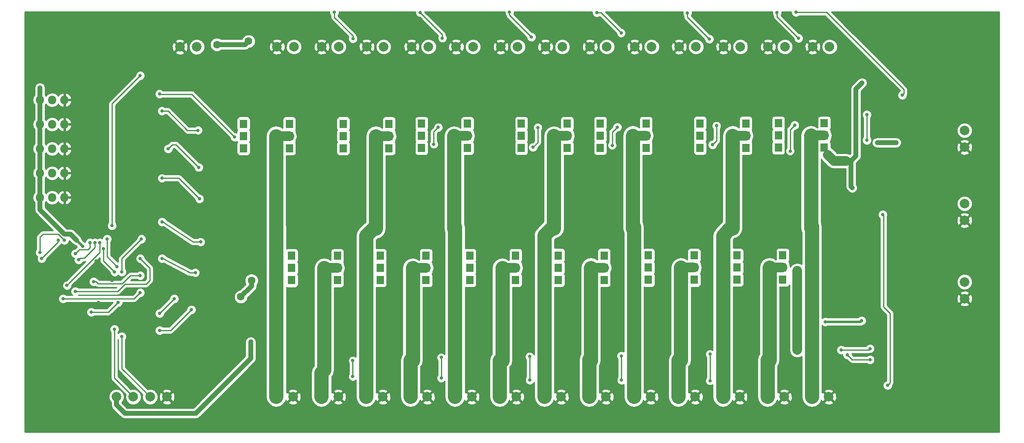
<source format=gbr>
G04 #@! TF.FileFunction,Copper,L2,Bot,Signal*
%FSLAX46Y46*%
G04 Gerber Fmt 4.6, Leading zero omitted, Abs format (unit mm)*
G04 Created by KiCad (PCBNEW 4.0.6) date Sunday, July 09, 2017 'PMt' 04:39:34 PM*
%MOMM*%
%LPD*%
G01*
G04 APERTURE LIST*
%ADD10C,0.100000*%
%ADD11C,2.000000*%
%ADD12O,1.800000X1.800000*%
%ADD13R,1.520000X1.780000*%
%ADD14C,11.000000*%
%ADD15C,0.700000*%
%ADD16C,1.600000*%
%ADD17C,0.250000*%
%ADD18C,2.000000*%
%ADD19C,1.000000*%
%ADD20C,3.000000*%
%ADD21C,0.500000*%
%ADD22C,0.254000*%
G04 APERTURE END LIST*
D10*
D11*
X196088000Y-60452000D03*
X196088000Y-56952000D03*
D12*
X3810000Y-34290000D03*
X6350000Y-34290000D03*
X8890000Y-34290000D03*
D11*
X164325000Y-80900000D03*
X167825000Y-80900000D03*
D13*
X166900000Y-26440000D03*
X157370000Y-26440000D03*
X166900000Y-23900000D03*
X166900000Y-28980000D03*
X157370000Y-28980000D03*
X157370000Y-23900000D03*
X150600000Y-26470000D03*
X141070000Y-26470000D03*
X150600000Y-23930000D03*
X150600000Y-29010000D03*
X141070000Y-29010000D03*
X141070000Y-23930000D03*
X129860000Y-26480000D03*
X120330000Y-26480000D03*
X129860000Y-23940000D03*
X129860000Y-29020000D03*
X120330000Y-29020000D03*
X120330000Y-23940000D03*
X158280000Y-53950000D03*
X148750000Y-53950000D03*
X158280000Y-51410000D03*
X158280000Y-56490000D03*
X148750000Y-56490000D03*
X148750000Y-51410000D03*
X139860000Y-53980000D03*
X130330000Y-53980000D03*
X139860000Y-51440000D03*
X139860000Y-56520000D03*
X130330000Y-56520000D03*
X130330000Y-51440000D03*
X113450000Y-26510000D03*
X103920000Y-26510000D03*
X113450000Y-23970000D03*
X113450000Y-29050000D03*
X103920000Y-29050000D03*
X103920000Y-23970000D03*
X92710000Y-26520000D03*
X83180000Y-26520000D03*
X92710000Y-23980000D03*
X92710000Y-29060000D03*
X83180000Y-29060000D03*
X83180000Y-23980000D03*
X121130000Y-53990000D03*
X111600000Y-53990000D03*
X121130000Y-51450000D03*
X121130000Y-56530000D03*
X111600000Y-56530000D03*
X111600000Y-51450000D03*
X102710000Y-54020000D03*
X93180000Y-54020000D03*
X102710000Y-51480000D03*
X102710000Y-56560000D03*
X93180000Y-56560000D03*
X93180000Y-51480000D03*
X84090000Y-54030000D03*
X74560000Y-54030000D03*
X84090000Y-51490000D03*
X84090000Y-56570000D03*
X74560000Y-56570000D03*
X74560000Y-51490000D03*
X76410000Y-26550000D03*
X66880000Y-26550000D03*
X76410000Y-24010000D03*
X76410000Y-29090000D03*
X66880000Y-29090000D03*
X66880000Y-24010000D03*
X65670000Y-54060000D03*
X56140000Y-54060000D03*
X65670000Y-51520000D03*
X65670000Y-56600000D03*
X56140000Y-56600000D03*
X56140000Y-51520000D03*
D11*
X56625000Y-7975000D03*
X53125000Y-7975000D03*
X65925000Y-7975000D03*
X62425000Y-7975000D03*
X75275000Y-7975000D03*
X71775000Y-7975000D03*
X84600000Y-7975000D03*
X81100000Y-7975000D03*
X93875000Y-7975000D03*
X90375000Y-7975000D03*
X103150000Y-7975000D03*
X99650000Y-7975000D03*
X112425000Y-7975000D03*
X108925000Y-7975000D03*
X121700000Y-7975000D03*
X118200000Y-7975000D03*
X131000000Y-7975000D03*
X127500000Y-7975000D03*
X140225000Y-7975000D03*
X136725000Y-7975000D03*
X149450000Y-7975000D03*
X145950000Y-7975000D03*
X158725000Y-7975000D03*
X155225000Y-7975000D03*
X168000000Y-7975000D03*
X164500000Y-7975000D03*
X52950000Y-80900000D03*
X56450000Y-80900000D03*
X62350000Y-80900000D03*
X65850000Y-80900000D03*
X71625000Y-80900000D03*
X75125000Y-80900000D03*
X80850000Y-80900000D03*
X84350000Y-80900000D03*
X90125000Y-80900000D03*
X93625000Y-80900000D03*
X99400000Y-80900000D03*
X102900000Y-80900000D03*
X108700000Y-80900000D03*
X112200000Y-80900000D03*
X118025000Y-80900000D03*
X121525000Y-80900000D03*
X127325000Y-80900000D03*
X130825000Y-80900000D03*
X136575000Y-80900000D03*
X140075000Y-80900000D03*
X145850000Y-80900000D03*
X149350000Y-80900000D03*
X155100000Y-80900000D03*
X158600000Y-80900000D03*
X36425000Y-8000000D03*
X32925000Y-8000000D03*
D13*
X55670000Y-26560000D03*
X46140000Y-26560000D03*
X55670000Y-24020000D03*
X55670000Y-29100000D03*
X46140000Y-29100000D03*
X46140000Y-24020000D03*
D14*
X7620000Y-7620000D03*
D15*
X11745000Y-7620000D03*
X10546815Y-10546815D03*
X7620000Y-11745000D03*
X4693185Y-10546815D03*
X3495000Y-7620000D03*
X4693185Y-4693185D03*
X7620000Y-3495000D03*
X10546815Y-4693185D03*
D14*
X196560000Y-81280000D03*
D15*
X200721000Y-81280000D03*
X199522815Y-84206815D03*
X196596000Y-85405000D03*
X193669185Y-84206815D03*
X192471000Y-81280000D03*
X193669185Y-78353185D03*
X196596000Y-77155000D03*
X199522815Y-78353185D03*
D14*
X7620000Y-81280000D03*
D15*
X11745000Y-81280000D03*
X10546815Y-84206815D03*
X7620000Y-85405000D03*
X4693185Y-84206815D03*
X3495000Y-81280000D03*
X4693185Y-78353185D03*
X7620000Y-77155000D03*
X10546815Y-78353185D03*
D14*
X196596000Y-7620000D03*
D15*
X200721000Y-7620000D03*
X199522815Y-10546815D03*
X196596000Y-11745000D03*
X193669185Y-10546815D03*
X192471000Y-7620000D03*
X193669185Y-4693185D03*
X196596000Y-3495000D03*
X199522815Y-4693185D03*
D11*
X196088000Y-44140000D03*
X196088000Y-40640000D03*
X196088000Y-28900000D03*
X196088000Y-25400000D03*
D12*
X3810000Y-19050000D03*
X6350000Y-19050000D03*
X8890000Y-19050000D03*
X3810000Y-24130000D03*
X6350000Y-24130000D03*
X8890000Y-24130000D03*
X3810000Y-29210000D03*
X6350000Y-29210000D03*
X8890000Y-29210000D03*
X3810000Y-39370000D03*
X6350000Y-39370000D03*
X8890000Y-39370000D03*
D11*
X19722000Y-80900000D03*
X23222000Y-80900000D03*
X26722000Y-80900000D03*
X30222000Y-80900000D03*
D15*
X36700000Y-25370000D03*
X29200000Y-21350000D03*
X28670000Y-13970000D03*
X178308000Y-37084000D03*
X191008000Y-57436000D03*
X189484000Y-28924000D03*
X180562000Y-56642000D03*
X173736000Y-57658000D03*
X192024000Y-41434000D03*
X184992000Y-39624000D03*
X185642000Y-34544000D03*
X177800000Y-13208000D03*
X188690000Y-12954000D03*
X188294000Y-16764000D03*
X16002000Y-61214000D03*
X18796000Y-56642000D03*
X15494000Y-52578000D03*
X5334000Y-58928000D03*
X160890000Y-32555000D03*
X144590000Y-32585000D03*
X141620000Y-41960000D03*
X157920000Y-41930000D03*
X120880000Y-41970000D03*
X123850000Y-32595000D03*
X130880000Y-69470000D03*
X152270000Y-60065000D03*
X133850000Y-60095000D03*
X149300000Y-69440000D03*
X112150000Y-69480000D03*
X107440000Y-32625000D03*
X115120000Y-60105000D03*
X96700000Y-60135000D03*
X104470000Y-42000000D03*
X86700000Y-32635000D03*
X93730000Y-69510000D03*
X83730000Y-42010000D03*
X75110000Y-69520000D03*
X78080000Y-60145000D03*
X67430000Y-42040000D03*
X70400000Y-32665000D03*
X56690000Y-69550000D03*
X59660000Y-60175000D03*
X49660000Y-32675000D03*
X46690000Y-42050000D03*
X68890000Y-6270000D03*
X65020000Y-790000D03*
X30480000Y-29210000D03*
X36830000Y-33090000D03*
X68870000Y-76650000D03*
X68870000Y-73340000D03*
X85720000Y-28260000D03*
X86630000Y-24750000D03*
X87500000Y-6170000D03*
X82870000Y-830000D03*
X29175000Y-35350000D03*
X36980000Y-39630000D03*
X87260000Y-76970000D03*
X87260000Y-72690000D03*
X106340000Y-28900000D03*
X107330000Y-24800000D03*
X106000000Y-5940000D03*
X101460000Y-810000D03*
X105650000Y-72500000D03*
X105690000Y-77390000D03*
X37230000Y-48620000D03*
X29210000Y-44450000D03*
X122810000Y-28500000D03*
X123860000Y-24700000D03*
X124680000Y-5090000D03*
X119620000Y-860000D03*
X124690000Y-72360000D03*
X124740000Y-77430000D03*
X36110000Y-55020000D03*
X29210000Y-52070000D03*
X143680000Y-28360000D03*
X144500000Y-24410000D03*
X143000000Y-6360000D03*
X138450000Y-910000D03*
X143130000Y-72000000D03*
X143130000Y-77540000D03*
X28702000Y-63500000D03*
X31750000Y-60452000D03*
X157080000Y-880000D03*
X161570000Y-6190000D03*
X160760000Y-24310000D03*
X159810000Y-29690000D03*
X161290000Y-54610000D03*
X161290000Y-71120000D03*
X172720000Y-37338000D03*
X174752000Y-15494000D03*
X174752000Y-15494000D03*
X167640000Y-30480000D03*
X12700000Y-49530000D03*
X3810000Y-16510000D03*
X47625000Y-69469000D03*
D16*
X47180000Y-6820000D03*
X40610000Y-7530000D03*
X45590000Y-60060000D03*
X47800000Y-56650000D03*
D15*
X19304000Y-66802000D03*
X19851347Y-53748249D03*
X17780000Y-48006000D03*
X17780000Y-48006000D03*
X20828000Y-68326000D03*
X19338003Y-54898003D03*
X17018000Y-50038000D03*
X179070000Y-42926000D03*
X180086000Y-78486000D03*
X161036000Y-762000D03*
X183134000Y-18034000D03*
X35306000Y-62738000D03*
X28702000Y-67056000D03*
X28670000Y-17780000D03*
X44300000Y-26800000D03*
X14224000Y-48768000D03*
X11176000Y-51054000D03*
X15240000Y-48768000D03*
X11851000Y-52324000D03*
X16256000Y-48768000D03*
X9431503Y-57691503D03*
X24924000Y-48006000D03*
X20828000Y-54864000D03*
X20066000Y-61214000D03*
X14478000Y-63246000D03*
X24670000Y-52070000D03*
X11176000Y-58928000D03*
X24670000Y-55626000D03*
X14986000Y-56910000D03*
X24670000Y-59182000D03*
X8636000Y-60452000D03*
X8890000Y-48260000D03*
X3810000Y-50800000D03*
X3810000Y-50800000D03*
X7620000Y-48260000D03*
X4162073Y-52106669D03*
X24670000Y-13970000D03*
X18796000Y-45212000D03*
X177952000Y-27940000D03*
X181864000Y-27940000D03*
X175768000Y-27432000D03*
X175768000Y-22098000D03*
X176428000Y-73152000D03*
X171704000Y-72136000D03*
X176428000Y-70852000D03*
X170434000Y-71120000D03*
X174672000Y-65024000D03*
X167132000Y-65278000D03*
D17*
X34470000Y-25370000D02*
X36700000Y-25370000D01*
X30450000Y-21350000D02*
X34470000Y-25370000D01*
X29200000Y-21350000D02*
X30450000Y-21350000D01*
X15253026Y-61468000D02*
X7874000Y-61468000D01*
X7874000Y-61468000D02*
X5334000Y-58928000D01*
X16002000Y-61214000D02*
X15507026Y-61214000D01*
X15507026Y-61214000D02*
X15253026Y-61468000D01*
X15494000Y-52578000D02*
X15494000Y-53340000D01*
X15494000Y-53340000D02*
X18796000Y-56642000D01*
X65020000Y-1840000D02*
X68890000Y-5710000D01*
X68890000Y-5710000D02*
X68890000Y-6270000D01*
X65020000Y-790000D02*
X65020000Y-1840000D01*
X31750000Y-28350000D02*
X31340000Y-28350000D01*
X31340000Y-28350000D02*
X30480000Y-29210000D01*
X32090000Y-28350000D02*
X36830000Y-33090000D01*
X31750000Y-28350000D02*
X32090000Y-28350000D01*
X68870000Y-76650000D02*
X68870000Y-73340000D01*
X86630000Y-24750000D02*
X85720000Y-25660000D01*
X85720000Y-25660000D02*
X85720000Y-28260000D01*
X82870000Y-830000D02*
X87500000Y-5460000D01*
X87500000Y-5460000D02*
X87500000Y-6170000D01*
X29175000Y-35350000D02*
X31940000Y-35350000D01*
X31940000Y-35350000D02*
X32700000Y-35350000D01*
X32700000Y-35350000D02*
X36980000Y-39630000D01*
X87260000Y-76970000D02*
X87260000Y-72690000D01*
X107330000Y-24800000D02*
X107330000Y-27910000D01*
X107330000Y-27910000D02*
X106340000Y-28900000D01*
X101460000Y-810000D02*
X101460000Y-1400000D01*
X101460000Y-1400000D02*
X106000000Y-5940000D01*
X105690000Y-77390000D02*
X105690000Y-72540000D01*
X105690000Y-72540000D02*
X105650000Y-72500000D01*
X29210000Y-44450000D02*
X29360000Y-44450000D01*
X35620000Y-48620000D02*
X37230000Y-48620000D01*
X29360000Y-44450000D02*
X35620000Y-48620000D01*
X123860000Y-24700000D02*
X122810000Y-25750000D01*
X122810000Y-25750000D02*
X122810000Y-28500000D01*
X119620000Y-860000D02*
X120450000Y-860000D01*
X120450000Y-860000D02*
X124680000Y-5090000D01*
X124740000Y-77430000D02*
X124740000Y-72410000D01*
X124740000Y-72410000D02*
X124690000Y-72360000D01*
X29210000Y-52070000D02*
X29360000Y-52070000D01*
X29360000Y-52070000D02*
X35020000Y-55020000D01*
X35020000Y-55020000D02*
X36110000Y-55020000D01*
X144500000Y-24410000D02*
X144500000Y-27540000D01*
X144500000Y-27540000D02*
X143680000Y-28360000D01*
X138450000Y-910000D02*
X138450000Y-1810000D01*
X138450000Y-1810000D02*
X143000000Y-6360000D01*
X143130000Y-77540000D02*
X143130000Y-72000000D01*
X31750000Y-60452000D02*
X28702000Y-63500000D01*
X157080000Y-1700000D02*
X161570000Y-6190000D01*
X157080000Y-880000D02*
X157080000Y-1700000D01*
X159810000Y-25260000D02*
X159810000Y-29690000D01*
X160760000Y-24310000D02*
X159810000Y-25260000D01*
D18*
X161290000Y-54610000D02*
X161290000Y-71120000D01*
D19*
X172466000Y-31750000D02*
X172466000Y-37084000D01*
X172466000Y-37084000D02*
X172720000Y-37338000D01*
X173482000Y-16764000D02*
X174752000Y-15494000D01*
X173482000Y-17272000D02*
X173482000Y-16764000D01*
X173482000Y-30734000D02*
X173482000Y-17272000D01*
X172466000Y-31750000D02*
X173482000Y-30734000D01*
X171450000Y-31750000D02*
X172466000Y-31750000D01*
D18*
X168910000Y-31750000D02*
X171450000Y-31750000D01*
X167640000Y-30480000D02*
X168910000Y-31750000D01*
D20*
X52910000Y-45330000D02*
X52950000Y-45370000D01*
X52950000Y-45370000D02*
X52950000Y-80900000D01*
X52910000Y-45330000D02*
X52910000Y-45860000D01*
X52910000Y-26560000D02*
X52910000Y-45330000D01*
D18*
X55670000Y-26560000D02*
X52910000Y-26560000D01*
X52910000Y-26560000D02*
X52580000Y-26890000D01*
D20*
X62910000Y-75310000D02*
X62350000Y-75870000D01*
X62350000Y-75870000D02*
X62350000Y-80900000D01*
X62910000Y-72830000D02*
X62910000Y-75310000D01*
D18*
X62910000Y-54060000D02*
X62580000Y-54390000D01*
X65670000Y-54060000D02*
X62910000Y-54060000D01*
D20*
X62910000Y-72830000D02*
X62910000Y-73360000D01*
X62910000Y-54060000D02*
X62910000Y-72830000D01*
X73650000Y-45320000D02*
X71625000Y-47345000D01*
X71625000Y-47345000D02*
X71625000Y-80900000D01*
D18*
X73650000Y-26550000D02*
X73320000Y-26880000D01*
X76410000Y-26550000D02*
X73650000Y-26550000D01*
D20*
X73650000Y-45320000D02*
X73650000Y-45850000D01*
X73650000Y-26550000D02*
X73650000Y-45320000D01*
X81330000Y-72800000D02*
X80850000Y-73280000D01*
X80850000Y-73280000D02*
X80850000Y-80900000D01*
X81330000Y-54030000D02*
X81330000Y-72800000D01*
D18*
X84090000Y-54030000D02*
X81330000Y-54030000D01*
D20*
X81330000Y-72800000D02*
X81330000Y-73330000D01*
D18*
X81330000Y-54030000D02*
X81000000Y-54360000D01*
D20*
X89950000Y-45290000D02*
X90125000Y-45465000D01*
X90125000Y-45465000D02*
X90125000Y-80900000D01*
X89950000Y-26520000D02*
X89950000Y-45290000D01*
D18*
X92710000Y-26520000D02*
X89950000Y-26520000D01*
X89950000Y-26520000D02*
X89620000Y-26850000D01*
D20*
X89950000Y-45290000D02*
X89950000Y-45820000D01*
X99950000Y-72790000D02*
X99400000Y-73340000D01*
X99400000Y-73340000D02*
X99400000Y-80900000D01*
D18*
X102710000Y-54020000D02*
X99950000Y-54020000D01*
D20*
X99950000Y-54020000D02*
X99950000Y-72790000D01*
D18*
X99950000Y-54020000D02*
X99620000Y-54350000D01*
D20*
X99950000Y-72790000D02*
X99950000Y-73320000D01*
X108680000Y-47290000D02*
X108700000Y-47310000D01*
X108700000Y-47310000D02*
X108700000Y-80900000D01*
X110690000Y-45280000D02*
X108680000Y-47290000D01*
D18*
X113450000Y-26510000D02*
X110690000Y-26510000D01*
D20*
X110690000Y-26510000D02*
X110690000Y-45280000D01*
X110690000Y-45280000D02*
X110690000Y-45810000D01*
D18*
X110690000Y-26510000D02*
X110360000Y-26840000D01*
D20*
X118370000Y-72760000D02*
X118025000Y-73105000D01*
X118025000Y-73105000D02*
X118025000Y-80900000D01*
X118370000Y-53990000D02*
X118370000Y-72760000D01*
X118370000Y-72760000D02*
X118370000Y-73290000D01*
D18*
X121130000Y-53990000D02*
X118370000Y-53990000D01*
X118370000Y-53990000D02*
X118040000Y-54320000D01*
D20*
X127100000Y-45250000D02*
X127325000Y-45475000D01*
X127325000Y-45475000D02*
X127325000Y-80900000D01*
D18*
X127100000Y-26480000D02*
X126770000Y-26810000D01*
D20*
X127100000Y-45250000D02*
X127100000Y-45780000D01*
D18*
X129860000Y-26480000D02*
X127100000Y-26480000D01*
D20*
X127100000Y-26480000D02*
X127100000Y-45250000D01*
X137100000Y-72750000D02*
X136575000Y-73275000D01*
X136575000Y-73275000D02*
X136575000Y-80900000D01*
D18*
X139860000Y-53980000D02*
X137100000Y-53980000D01*
X137100000Y-53980000D02*
X136770000Y-54310000D01*
D20*
X137100000Y-53980000D02*
X137100000Y-72750000D01*
X137100000Y-72750000D02*
X137100000Y-73280000D01*
X146289999Y-46920001D02*
X145850000Y-47360000D01*
X145850000Y-47360000D02*
X145850000Y-80900000D01*
X147840000Y-45240000D02*
X146289999Y-46790001D01*
X146289999Y-46790001D02*
X146289999Y-46920001D01*
D18*
X147840000Y-26470000D02*
X147510000Y-26800000D01*
X150600000Y-26470000D02*
X147840000Y-26470000D01*
D20*
X147840000Y-26470000D02*
X147840000Y-45240000D01*
X147840000Y-45240000D02*
X147840000Y-45770000D01*
X155520000Y-72720000D02*
X155100000Y-73140000D01*
X155100000Y-73140000D02*
X155100000Y-80900000D01*
X155520000Y-53950000D02*
X155520000Y-72720000D01*
X155520000Y-72720000D02*
X155520000Y-73250000D01*
D18*
X155520000Y-53950000D02*
X155190000Y-54280000D01*
X158280000Y-53950000D02*
X155520000Y-53950000D01*
D20*
X164140000Y-45210000D02*
X164325000Y-45395000D01*
X164325000Y-45395000D02*
X164325000Y-80900000D01*
D18*
X164140000Y-26440000D02*
X163810000Y-26770000D01*
D20*
X164140000Y-45210000D02*
X164140000Y-45740000D01*
D18*
X166900000Y-26440000D02*
X164140000Y-26440000D01*
D20*
X164140000Y-26440000D02*
X164140000Y-45210000D01*
D21*
X11430000Y-48260000D02*
X12700000Y-49530000D01*
D19*
X10160000Y-46990000D02*
X11430000Y-48260000D01*
X8890000Y-46990000D02*
X10160000Y-46990000D01*
X3810000Y-41910000D02*
X8890000Y-46990000D01*
X3810000Y-39370000D02*
X3810000Y-41910000D01*
X3810000Y-34290000D02*
X3810000Y-39370000D01*
X3810000Y-29210000D02*
X3810000Y-34290000D01*
X3810000Y-24130000D02*
X3810000Y-29210000D01*
X3810000Y-19050000D02*
X3810000Y-24130000D01*
X3810000Y-16510000D02*
X3810000Y-19050000D01*
X19722000Y-80900000D02*
X19722000Y-82587000D01*
X47625000Y-72898000D02*
X47625000Y-69469000D01*
X36195000Y-84328000D02*
X47625000Y-72898000D01*
X21463000Y-84328000D02*
X36195000Y-84328000D01*
X19722000Y-82587000D02*
X21463000Y-84328000D01*
X40610000Y-7530000D02*
X46470000Y-7530000D01*
X46470000Y-7530000D02*
X47180000Y-6820000D01*
X47800000Y-56650000D02*
X47800000Y-57850000D01*
X47800000Y-57850000D02*
X45590000Y-60060000D01*
D17*
X19304000Y-66802000D02*
X19304000Y-76982000D01*
X19304000Y-76982000D02*
X23222000Y-80900000D01*
X17780000Y-48006000D02*
X17780000Y-51676902D01*
X17780000Y-51676902D02*
X19851347Y-53748249D01*
X20828000Y-68326000D02*
X20828000Y-75006000D01*
X20828000Y-75006000D02*
X26722000Y-80900000D01*
X17018000Y-50038000D02*
X17018000Y-52578000D01*
X17018000Y-52578000D02*
X19338003Y-54898003D01*
X180587001Y-63493001D02*
X179236999Y-62142999D01*
X179236999Y-62142999D02*
X179236999Y-43092999D01*
X179236999Y-43092999D02*
X179070000Y-42926000D01*
X180086000Y-78486000D02*
X180587001Y-77984999D01*
X180587001Y-77984999D02*
X180587001Y-63493001D01*
X183483999Y-16859999D02*
X167386000Y-762000D01*
X167386000Y-762000D02*
X161036000Y-762000D01*
X183134000Y-18034000D02*
X183483999Y-17684001D01*
X183483999Y-17684001D02*
X183483999Y-16859999D01*
X30988000Y-67056000D02*
X28702000Y-67056000D01*
X35306000Y-62738000D02*
X30988000Y-67056000D01*
X35350000Y-17850000D02*
X28740000Y-17850000D01*
X28740000Y-17850000D02*
X28670000Y-17780000D01*
X35350000Y-17850000D02*
X44300000Y-26800000D01*
X13802999Y-50205001D02*
X14224000Y-49784000D01*
X14224000Y-49784000D02*
X14224000Y-48768000D01*
X11176000Y-51054000D02*
X12024999Y-50205001D01*
X12024999Y-50205001D02*
X13802999Y-50205001D01*
X13049999Y-51974001D02*
X15240000Y-49784000D01*
X15240000Y-49784000D02*
X15240000Y-48768000D01*
X11851000Y-52324000D02*
X12200999Y-51974001D01*
X12200999Y-51974001D02*
X13049999Y-51974001D01*
X9781502Y-57274498D02*
X16256000Y-50800000D01*
X16256000Y-50800000D02*
X16256000Y-48768000D01*
X9431503Y-57691503D02*
X9781502Y-57341504D01*
X9781502Y-57341504D02*
X9781502Y-57274498D01*
X20828000Y-54864000D02*
X20828000Y-52102000D01*
X20828000Y-52102000D02*
X24924000Y-48006000D01*
X14478000Y-63246000D02*
X18034000Y-63246000D01*
X18034000Y-63246000D02*
X19390999Y-61889001D01*
X19390999Y-61889001D02*
X20066000Y-61214000D01*
X26670000Y-56642000D02*
X26670000Y-54070000D01*
X26670000Y-54070000D02*
X24670000Y-52070000D01*
X25908000Y-57404000D02*
X26670000Y-56642000D01*
X21464410Y-57404000D02*
X25908000Y-57404000D01*
X11176000Y-58928000D02*
X19940410Y-58928000D01*
X19940410Y-58928000D02*
X21464410Y-57404000D01*
X20914999Y-57317001D02*
X22606000Y-55626000D01*
X22606000Y-55626000D02*
X24670000Y-55626000D01*
X14986000Y-56910000D02*
X15480974Y-56910000D01*
X15480974Y-56910000D02*
X15887975Y-57317001D01*
X15887975Y-57317001D02*
X20914999Y-57317001D01*
X8636000Y-60452000D02*
X23400000Y-60452000D01*
X23400000Y-60452000D02*
X24670000Y-59182000D01*
X4449999Y-46990000D02*
X7620000Y-46990000D01*
X7620000Y-46990000D02*
X8890000Y-48260000D01*
X3810000Y-50800000D02*
X3810000Y-47629999D01*
X3810000Y-47629999D02*
X4449999Y-46990000D01*
X7575001Y-48693741D02*
X7575001Y-48304999D01*
X7575001Y-48304999D02*
X7620000Y-48260000D01*
X4162073Y-52106669D02*
X7575001Y-48693741D01*
X18796000Y-45212000D02*
X18796000Y-19844000D01*
X18796000Y-19844000D02*
X24670000Y-13970000D01*
D19*
X181864000Y-27940000D02*
X177952000Y-27940000D01*
D17*
X175768000Y-22098000D02*
X175768000Y-27432000D01*
X171704000Y-72136000D02*
X172720000Y-73152000D01*
X172720000Y-73152000D02*
X176428000Y-73152000D01*
X170434000Y-71120000D02*
X176160000Y-71120000D01*
X176160000Y-71120000D02*
X176428000Y-70852000D01*
D21*
X167132000Y-65278000D02*
X174418000Y-65278000D01*
X174418000Y-65278000D02*
X174672000Y-65024000D01*
D22*
G36*
X64034830Y-985069D02*
X64184471Y-1347229D01*
X64260000Y-1422890D01*
X64260000Y-1840000D01*
X64317852Y-2130839D01*
X64482599Y-2377401D01*
X67985341Y-5880143D01*
X67905172Y-6073212D01*
X67904830Y-6465069D01*
X68054471Y-6827229D01*
X68331314Y-7104555D01*
X68693212Y-7254828D01*
X69085069Y-7255170D01*
X69447229Y-7105529D01*
X69724555Y-6828686D01*
X69727136Y-6822468D01*
X70802073Y-6822468D01*
X71775000Y-7795395D01*
X72747927Y-6822468D01*
X72649264Y-6555613D01*
X72039539Y-6329092D01*
X71389540Y-6353144D01*
X70900736Y-6555613D01*
X70802073Y-6822468D01*
X69727136Y-6822468D01*
X69874828Y-6466788D01*
X69875170Y-6074931D01*
X69725529Y-5712771D01*
X69631893Y-5618972D01*
X69592148Y-5419161D01*
X69427401Y-5172599D01*
X65780000Y-1525198D01*
X65780000Y-1423111D01*
X65854555Y-1348686D01*
X66004828Y-986788D01*
X66005070Y-710000D01*
X81885105Y-710000D01*
X81884830Y-1025069D01*
X82034471Y-1387229D01*
X82311314Y-1664555D01*
X82673212Y-1814828D01*
X82780119Y-1814921D01*
X86639352Y-5674154D01*
X86515172Y-5973212D01*
X86514830Y-6365069D01*
X86664471Y-6727229D01*
X86941314Y-7004555D01*
X87303212Y-7154828D01*
X87695069Y-7155170D01*
X88057229Y-7005529D01*
X88240609Y-6822468D01*
X89402073Y-6822468D01*
X90375000Y-7795395D01*
X91347927Y-6822468D01*
X91249264Y-6555613D01*
X90639539Y-6329092D01*
X89989540Y-6353144D01*
X89500736Y-6555613D01*
X89402073Y-6822468D01*
X88240609Y-6822468D01*
X88334555Y-6728686D01*
X88484828Y-6366788D01*
X88485170Y-5974931D01*
X88335529Y-5612771D01*
X88260000Y-5537110D01*
X88260000Y-5460000D01*
X88202148Y-5169161D01*
X88037401Y-4922599D01*
X83855078Y-740276D01*
X83855104Y-710000D01*
X100475088Y-710000D01*
X100474830Y-1005069D01*
X100624471Y-1367229D01*
X100710654Y-1453563D01*
X100757852Y-1690839D01*
X100922599Y-1937401D01*
X105014922Y-6029724D01*
X105014830Y-6135069D01*
X105164471Y-6497229D01*
X105441314Y-6774555D01*
X105803212Y-6924828D01*
X106195069Y-6925170D01*
X106443627Y-6822468D01*
X107952073Y-6822468D01*
X108925000Y-7795395D01*
X109897927Y-6822468D01*
X109799264Y-6555613D01*
X109189539Y-6329092D01*
X108539540Y-6353144D01*
X108050736Y-6555613D01*
X107952073Y-6822468D01*
X106443627Y-6822468D01*
X106557229Y-6775529D01*
X106834555Y-6498686D01*
X106984828Y-6136788D01*
X106985170Y-5744931D01*
X106835529Y-5382771D01*
X106558686Y-5105445D01*
X106196788Y-4955172D01*
X106089881Y-4955079D01*
X102355857Y-1221055D01*
X102444828Y-1006788D01*
X102445087Y-710000D01*
X118635131Y-710000D01*
X118634830Y-1055069D01*
X118784471Y-1417229D01*
X119061314Y-1694555D01*
X119423212Y-1844828D01*
X119815069Y-1845170D01*
X120177229Y-1695529D01*
X120193993Y-1678795D01*
X123694922Y-5179724D01*
X123694830Y-5285069D01*
X123844471Y-5647229D01*
X124121314Y-5924555D01*
X124483212Y-6074828D01*
X124875069Y-6075170D01*
X125237229Y-5925529D01*
X125514555Y-5648686D01*
X125664828Y-5286788D01*
X125665170Y-4894931D01*
X125515529Y-4532771D01*
X125238686Y-4255445D01*
X124876788Y-4105172D01*
X124769881Y-4105079D01*
X121374802Y-710000D01*
X137466506Y-710000D01*
X137465172Y-713212D01*
X137464830Y-1105069D01*
X137614471Y-1467229D01*
X137690000Y-1542890D01*
X137690000Y-1810000D01*
X137747852Y-2100839D01*
X137912599Y-2347401D01*
X142014922Y-6449724D01*
X142014830Y-6555069D01*
X142164471Y-6917229D01*
X142441314Y-7194555D01*
X142803212Y-7344828D01*
X143195069Y-7345170D01*
X143557229Y-7195529D01*
X143834555Y-6918686D01*
X143874508Y-6822468D01*
X144977073Y-6822468D01*
X145950000Y-7795395D01*
X146922927Y-6822468D01*
X146824264Y-6555613D01*
X146214539Y-6329092D01*
X145564540Y-6353144D01*
X145075736Y-6555613D01*
X144977073Y-6822468D01*
X143874508Y-6822468D01*
X143984828Y-6556788D01*
X143985170Y-6164931D01*
X143835529Y-5802771D01*
X143558686Y-5525445D01*
X143196788Y-5375172D01*
X143089881Y-5375079D01*
X139233977Y-1519175D01*
X139284555Y-1468686D01*
X139434828Y-1106788D01*
X139435170Y-714931D01*
X139433133Y-710000D01*
X156095149Y-710000D01*
X156094830Y-1075069D01*
X156244471Y-1437229D01*
X156320000Y-1512890D01*
X156320000Y-1700000D01*
X156377852Y-1990839D01*
X156542599Y-2237401D01*
X160584922Y-6279724D01*
X160584830Y-6385069D01*
X160734471Y-6747229D01*
X161011314Y-7024555D01*
X161373212Y-7174828D01*
X161765069Y-7175170D01*
X162127229Y-7025529D01*
X162330644Y-6822468D01*
X163527073Y-6822468D01*
X164500000Y-7795395D01*
X165472927Y-6822468D01*
X165374264Y-6555613D01*
X164764539Y-6329092D01*
X164114540Y-6353144D01*
X163625736Y-6555613D01*
X163527073Y-6822468D01*
X162330644Y-6822468D01*
X162404555Y-6748686D01*
X162554828Y-6386788D01*
X162555170Y-5994931D01*
X162405529Y-5632771D01*
X162128686Y-5355445D01*
X161766788Y-5205172D01*
X161659881Y-5205079D01*
X157904012Y-1449210D01*
X157914555Y-1438686D01*
X158064828Y-1076788D01*
X158065148Y-710000D01*
X160051046Y-710000D01*
X160050830Y-957069D01*
X160200471Y-1319229D01*
X160477314Y-1596555D01*
X160839212Y-1746828D01*
X161231069Y-1747170D01*
X161593229Y-1597529D01*
X161668890Y-1522000D01*
X167071198Y-1522000D01*
X182697702Y-17148504D01*
X182576771Y-17198471D01*
X182299445Y-17475314D01*
X182149172Y-17837212D01*
X182148830Y-18229069D01*
X182298471Y-18591229D01*
X182575314Y-18868555D01*
X182937212Y-19018828D01*
X183329069Y-19019170D01*
X183691229Y-18869529D01*
X183968555Y-18592686D01*
X184118828Y-18230788D01*
X184118964Y-18075388D01*
X184186147Y-17974841D01*
X184243999Y-17684001D01*
X184243999Y-16859999D01*
X184186147Y-16569160D01*
X184021400Y-16322598D01*
X179638871Y-11940069D01*
X195610830Y-11940069D01*
X195760471Y-12302229D01*
X196037314Y-12579555D01*
X196399212Y-12729828D01*
X196791069Y-12730170D01*
X197153229Y-12580529D01*
X197430555Y-12303686D01*
X197580828Y-11941788D01*
X197581170Y-11549931D01*
X197431529Y-11187771D01*
X197154686Y-10910445D01*
X196792788Y-10760172D01*
X196400931Y-10759830D01*
X196038771Y-10909471D01*
X195761445Y-11186314D01*
X195611172Y-11548212D01*
X195610830Y-11940069D01*
X179638871Y-11940069D01*
X178440686Y-10741884D01*
X192684015Y-10741884D01*
X192833656Y-11104044D01*
X193110499Y-11381370D01*
X193472397Y-11531643D01*
X193864254Y-11531985D01*
X194226414Y-11382344D01*
X194503740Y-11105501D01*
X194654013Y-10743603D01*
X194654014Y-10741884D01*
X198537645Y-10741884D01*
X198687286Y-11104044D01*
X198964129Y-11381370D01*
X199326027Y-11531643D01*
X199717884Y-11531985D01*
X200080044Y-11382344D01*
X200357370Y-11105501D01*
X200507643Y-10743603D01*
X200507985Y-10351746D01*
X200358344Y-9989586D01*
X200081501Y-9712260D01*
X199719603Y-9561987D01*
X199327746Y-9561645D01*
X198965586Y-9711286D01*
X198688260Y-9988129D01*
X198537987Y-10350027D01*
X198537645Y-10741884D01*
X194654014Y-10741884D01*
X194654355Y-10351746D01*
X194504714Y-9989586D01*
X194227871Y-9712260D01*
X193865973Y-9561987D01*
X193474116Y-9561645D01*
X193111956Y-9711286D01*
X192834630Y-9988129D01*
X192684357Y-10350027D01*
X192684015Y-10741884D01*
X178440686Y-10741884D01*
X175513871Y-7815069D01*
X191485830Y-7815069D01*
X191635471Y-8177229D01*
X191912314Y-8454555D01*
X192274212Y-8604828D01*
X192666069Y-8605170D01*
X193028229Y-8455529D01*
X193305555Y-8178686D01*
X193455828Y-7816788D01*
X193455829Y-7815069D01*
X199735830Y-7815069D01*
X199885471Y-8177229D01*
X200162314Y-8454555D01*
X200524212Y-8604828D01*
X200916069Y-8605170D01*
X201278229Y-8455529D01*
X201555555Y-8178686D01*
X201705828Y-7816788D01*
X201706170Y-7424931D01*
X201556529Y-7062771D01*
X201279686Y-6785445D01*
X200917788Y-6635172D01*
X200525931Y-6634830D01*
X200163771Y-6784471D01*
X199886445Y-7061314D01*
X199736172Y-7423212D01*
X199735830Y-7815069D01*
X193455829Y-7815069D01*
X193456170Y-7424931D01*
X193306529Y-7062771D01*
X193029686Y-6785445D01*
X192667788Y-6635172D01*
X192275931Y-6634830D01*
X191913771Y-6784471D01*
X191636445Y-7061314D01*
X191486172Y-7423212D01*
X191485830Y-7815069D01*
X175513871Y-7815069D01*
X172587056Y-4888254D01*
X192684015Y-4888254D01*
X192833656Y-5250414D01*
X193110499Y-5527740D01*
X193472397Y-5678013D01*
X193864254Y-5678355D01*
X194226414Y-5528714D01*
X194503740Y-5251871D01*
X194654013Y-4889973D01*
X194654014Y-4888254D01*
X198537645Y-4888254D01*
X198687286Y-5250414D01*
X198964129Y-5527740D01*
X199326027Y-5678013D01*
X199717884Y-5678355D01*
X200080044Y-5528714D01*
X200357370Y-5251871D01*
X200507643Y-4889973D01*
X200507985Y-4498116D01*
X200358344Y-4135956D01*
X200081501Y-3858630D01*
X199719603Y-3708357D01*
X199327746Y-3708015D01*
X198965586Y-3857656D01*
X198688260Y-4134499D01*
X198537987Y-4496397D01*
X198537645Y-4888254D01*
X194654014Y-4888254D01*
X194654355Y-4498116D01*
X194504714Y-4135956D01*
X194227871Y-3858630D01*
X193865973Y-3708357D01*
X193474116Y-3708015D01*
X193111956Y-3857656D01*
X192834630Y-4134499D01*
X192684357Y-4496397D01*
X192684015Y-4888254D01*
X172587056Y-4888254D01*
X171388871Y-3690069D01*
X195610830Y-3690069D01*
X195760471Y-4052229D01*
X196037314Y-4329555D01*
X196399212Y-4479828D01*
X196791069Y-4480170D01*
X197153229Y-4330529D01*
X197430555Y-4053686D01*
X197580828Y-3691788D01*
X197581170Y-3299931D01*
X197431529Y-2937771D01*
X197154686Y-2660445D01*
X196792788Y-2510172D01*
X196400931Y-2509830D01*
X196038771Y-2659471D01*
X195761445Y-2936314D01*
X195611172Y-3298212D01*
X195610830Y-3690069D01*
X171388871Y-3690069D01*
X168408802Y-710000D01*
X203290000Y-710000D01*
X203290000Y-88190000D01*
X710000Y-88190000D01*
X710000Y-85600069D01*
X6634830Y-85600069D01*
X6784471Y-85962229D01*
X7061314Y-86239555D01*
X7423212Y-86389828D01*
X7815069Y-86390170D01*
X8177229Y-86240529D01*
X8454555Y-85963686D01*
X8604828Y-85601788D01*
X8604829Y-85600069D01*
X195610830Y-85600069D01*
X195760471Y-85962229D01*
X196037314Y-86239555D01*
X196399212Y-86389828D01*
X196791069Y-86390170D01*
X197153229Y-86240529D01*
X197430555Y-85963686D01*
X197580828Y-85601788D01*
X197581170Y-85209931D01*
X197431529Y-84847771D01*
X197154686Y-84570445D01*
X196792788Y-84420172D01*
X196400931Y-84419830D01*
X196038771Y-84569471D01*
X195761445Y-84846314D01*
X195611172Y-85208212D01*
X195610830Y-85600069D01*
X8604829Y-85600069D01*
X8605170Y-85209931D01*
X8455529Y-84847771D01*
X8178686Y-84570445D01*
X7816788Y-84420172D01*
X7424931Y-84419830D01*
X7062771Y-84569471D01*
X6785445Y-84846314D01*
X6635172Y-85208212D01*
X6634830Y-85600069D01*
X710000Y-85600069D01*
X710000Y-84401884D01*
X3708015Y-84401884D01*
X3857656Y-84764044D01*
X4134499Y-85041370D01*
X4496397Y-85191643D01*
X4888254Y-85191985D01*
X5250414Y-85042344D01*
X5527740Y-84765501D01*
X5678013Y-84403603D01*
X5678014Y-84401884D01*
X9561645Y-84401884D01*
X9711286Y-84764044D01*
X9988129Y-85041370D01*
X10350027Y-85191643D01*
X10741884Y-85191985D01*
X11104044Y-85042344D01*
X11381370Y-84765501D01*
X11531643Y-84403603D01*
X11531985Y-84011746D01*
X11382344Y-83649586D01*
X11105501Y-83372260D01*
X10743603Y-83221987D01*
X10351746Y-83221645D01*
X9989586Y-83371286D01*
X9712260Y-83648129D01*
X9561987Y-84010027D01*
X9561645Y-84401884D01*
X5678014Y-84401884D01*
X5678355Y-84011746D01*
X5528714Y-83649586D01*
X5251871Y-83372260D01*
X4889973Y-83221987D01*
X4498116Y-83221645D01*
X4135956Y-83371286D01*
X3858630Y-83648129D01*
X3708357Y-84010027D01*
X3708015Y-84401884D01*
X710000Y-84401884D01*
X710000Y-81475069D01*
X2509830Y-81475069D01*
X2659471Y-81837229D01*
X2936314Y-82114555D01*
X3298212Y-82264828D01*
X3690069Y-82265170D01*
X4052229Y-82115529D01*
X4329555Y-81838686D01*
X4479828Y-81476788D01*
X4479829Y-81475069D01*
X10759830Y-81475069D01*
X10909471Y-81837229D01*
X11186314Y-82114555D01*
X11548212Y-82264828D01*
X11940069Y-82265170D01*
X12302229Y-82115529D01*
X12579555Y-81838686D01*
X12729828Y-81476788D01*
X12730048Y-81223795D01*
X18086716Y-81223795D01*
X18335106Y-81824943D01*
X18587000Y-82077278D01*
X18587000Y-82587000D01*
X18673397Y-83021346D01*
X18919434Y-83389566D01*
X20660434Y-85130566D01*
X21028654Y-85376603D01*
X21463000Y-85463000D01*
X36195000Y-85463000D01*
X36629346Y-85376603D01*
X36997566Y-85130566D01*
X37726248Y-84401884D01*
X192684015Y-84401884D01*
X192833656Y-84764044D01*
X193110499Y-85041370D01*
X193472397Y-85191643D01*
X193864254Y-85191985D01*
X194226414Y-85042344D01*
X194503740Y-84765501D01*
X194654013Y-84403603D01*
X194654014Y-84401884D01*
X198537645Y-84401884D01*
X198687286Y-84764044D01*
X198964129Y-85041370D01*
X199326027Y-85191643D01*
X199717884Y-85191985D01*
X200080044Y-85042344D01*
X200357370Y-84765501D01*
X200507643Y-84403603D01*
X200507985Y-84011746D01*
X200358344Y-83649586D01*
X200081501Y-83372260D01*
X199719603Y-83221987D01*
X199327746Y-83221645D01*
X198965586Y-83371286D01*
X198688260Y-83648129D01*
X198537987Y-84010027D01*
X198537645Y-84401884D01*
X194654014Y-84401884D01*
X194654355Y-84011746D01*
X194504714Y-83649586D01*
X194227871Y-83372260D01*
X193865973Y-83221987D01*
X193474116Y-83221645D01*
X193111956Y-83371286D01*
X192834630Y-83648129D01*
X192684357Y-84010027D01*
X192684015Y-84401884D01*
X37726248Y-84401884D01*
X48427566Y-73700566D01*
X48510111Y-73577029D01*
X48673603Y-73332346D01*
X48760000Y-72898000D01*
X48760000Y-69469000D01*
X48673603Y-69034654D01*
X48427566Y-68666434D01*
X48059346Y-68420397D01*
X47625000Y-68334000D01*
X47190654Y-68420397D01*
X46822434Y-68666434D01*
X46576397Y-69034654D01*
X46490000Y-69469000D01*
X46490000Y-72427868D01*
X35724868Y-83193000D01*
X21933132Y-83193000D01*
X20857000Y-82116868D01*
X20857000Y-82077204D01*
X21107278Y-81827363D01*
X21356716Y-81226648D01*
X21357284Y-80576205D01*
X21108894Y-79975057D01*
X20649363Y-79514722D01*
X20048648Y-79265284D01*
X19398205Y-79264716D01*
X18797057Y-79513106D01*
X18336722Y-79972637D01*
X18087284Y-80573352D01*
X18086716Y-81223795D01*
X12730048Y-81223795D01*
X12730170Y-81084931D01*
X12580529Y-80722771D01*
X12303686Y-80445445D01*
X11941788Y-80295172D01*
X11549931Y-80294830D01*
X11187771Y-80444471D01*
X10910445Y-80721314D01*
X10760172Y-81083212D01*
X10759830Y-81475069D01*
X4479829Y-81475069D01*
X4480170Y-81084931D01*
X4330529Y-80722771D01*
X4053686Y-80445445D01*
X3691788Y-80295172D01*
X3299931Y-80294830D01*
X2937771Y-80444471D01*
X2660445Y-80721314D01*
X2510172Y-81083212D01*
X2509830Y-81475069D01*
X710000Y-81475069D01*
X710000Y-78548254D01*
X3708015Y-78548254D01*
X3857656Y-78910414D01*
X4134499Y-79187740D01*
X4496397Y-79338013D01*
X4888254Y-79338355D01*
X5250414Y-79188714D01*
X5527740Y-78911871D01*
X5678013Y-78549973D01*
X5678014Y-78548254D01*
X9561645Y-78548254D01*
X9711286Y-78910414D01*
X9988129Y-79187740D01*
X10350027Y-79338013D01*
X10741884Y-79338355D01*
X11104044Y-79188714D01*
X11381370Y-78911871D01*
X11531643Y-78549973D01*
X11531985Y-78158116D01*
X11382344Y-77795956D01*
X11105501Y-77518630D01*
X10743603Y-77368357D01*
X10351746Y-77368015D01*
X9989586Y-77517656D01*
X9712260Y-77794499D01*
X9561987Y-78156397D01*
X9561645Y-78548254D01*
X5678014Y-78548254D01*
X5678355Y-78158116D01*
X5528714Y-77795956D01*
X5251871Y-77518630D01*
X4889973Y-77368357D01*
X4498116Y-77368015D01*
X4135956Y-77517656D01*
X3858630Y-77794499D01*
X3708357Y-78156397D01*
X3708015Y-78548254D01*
X710000Y-78548254D01*
X710000Y-77350069D01*
X6634830Y-77350069D01*
X6784471Y-77712229D01*
X7061314Y-77989555D01*
X7423212Y-78139828D01*
X7815069Y-78140170D01*
X8177229Y-77990529D01*
X8454555Y-77713686D01*
X8604828Y-77351788D01*
X8605170Y-76959931D01*
X8455529Y-76597771D01*
X8178686Y-76320445D01*
X7816788Y-76170172D01*
X7424931Y-76169830D01*
X7062771Y-76319471D01*
X6785445Y-76596314D01*
X6635172Y-76958212D01*
X6634830Y-77350069D01*
X710000Y-77350069D01*
X710000Y-66997069D01*
X18318830Y-66997069D01*
X18468471Y-67359229D01*
X18544000Y-67434890D01*
X18544000Y-76982000D01*
X18601852Y-77272839D01*
X18766599Y-77519401D01*
X21655725Y-80408527D01*
X21587284Y-80573352D01*
X21586716Y-81223795D01*
X21835106Y-81824943D01*
X22294637Y-82285278D01*
X22895352Y-82534716D01*
X23545795Y-82535284D01*
X24146943Y-82286894D01*
X24607278Y-81827363D01*
X24856716Y-81226648D01*
X24857284Y-80576205D01*
X24608894Y-79975057D01*
X24149363Y-79514722D01*
X23548648Y-79265284D01*
X22898205Y-79264716D01*
X22730721Y-79333919D01*
X20064000Y-76667198D01*
X20064000Y-68954883D01*
X20068000Y-68958890D01*
X20068000Y-75006000D01*
X20125852Y-75296839D01*
X20290599Y-75543401D01*
X25155725Y-80408527D01*
X25087284Y-80573352D01*
X25086716Y-81223795D01*
X25335106Y-81824943D01*
X25794637Y-82285278D01*
X26395352Y-82534716D01*
X27045795Y-82535284D01*
X27646943Y-82286894D01*
X27881715Y-82052532D01*
X29249073Y-82052532D01*
X29347736Y-82319387D01*
X29957461Y-82545908D01*
X30607460Y-82521856D01*
X31096264Y-82319387D01*
X31194927Y-82052532D01*
X30222000Y-81079605D01*
X29249073Y-82052532D01*
X27881715Y-82052532D01*
X28107278Y-81827363D01*
X28356716Y-81226648D01*
X28357232Y-80635461D01*
X28576092Y-80635461D01*
X28600144Y-81285460D01*
X28802613Y-81774264D01*
X29069468Y-81872927D01*
X30042395Y-80900000D01*
X30401605Y-80900000D01*
X31374532Y-81872927D01*
X31641387Y-81774264D01*
X31867908Y-81164539D01*
X31843856Y-80514540D01*
X31641387Y-80025736D01*
X31374532Y-79927073D01*
X30401605Y-80900000D01*
X30042395Y-80900000D01*
X29069468Y-79927073D01*
X28802613Y-80025736D01*
X28576092Y-80635461D01*
X28357232Y-80635461D01*
X28357284Y-80576205D01*
X28108894Y-79975057D01*
X27881703Y-79747468D01*
X29249073Y-79747468D01*
X30222000Y-80720395D01*
X31194927Y-79747468D01*
X31096264Y-79480613D01*
X30486539Y-79254092D01*
X29836540Y-79278144D01*
X29347736Y-79480613D01*
X29249073Y-79747468D01*
X27881703Y-79747468D01*
X27649363Y-79514722D01*
X27048648Y-79265284D01*
X26398205Y-79264716D01*
X26230721Y-79333919D01*
X21588000Y-74691198D01*
X21588000Y-68959111D01*
X21662555Y-68884686D01*
X21812828Y-68522788D01*
X21813170Y-68130931D01*
X21663529Y-67768771D01*
X21386686Y-67491445D01*
X21024788Y-67341172D01*
X20632931Y-67340830D01*
X20270771Y-67490471D01*
X20064000Y-67696882D01*
X20064000Y-67435111D01*
X20138555Y-67360686D01*
X20184071Y-67251069D01*
X27716830Y-67251069D01*
X27866471Y-67613229D01*
X28143314Y-67890555D01*
X28505212Y-68040828D01*
X28897069Y-68041170D01*
X29259229Y-67891529D01*
X29334890Y-67816000D01*
X30988000Y-67816000D01*
X31278839Y-67758148D01*
X31525401Y-67593401D01*
X35395724Y-63723078D01*
X35501069Y-63723170D01*
X35863229Y-63573529D01*
X36140555Y-63296686D01*
X36290828Y-62934788D01*
X36291170Y-62542931D01*
X36141529Y-62180771D01*
X35864686Y-61903445D01*
X35502788Y-61753172D01*
X35110931Y-61752830D01*
X34748771Y-61902471D01*
X34471445Y-62179314D01*
X34321172Y-62541212D01*
X34321079Y-62648119D01*
X30673198Y-66296000D01*
X29335111Y-66296000D01*
X29260686Y-66221445D01*
X28898788Y-66071172D01*
X28506931Y-66070830D01*
X28144771Y-66220471D01*
X27867445Y-66497314D01*
X27717172Y-66859212D01*
X27716830Y-67251069D01*
X20184071Y-67251069D01*
X20288828Y-66998788D01*
X20289170Y-66606931D01*
X20139529Y-66244771D01*
X19862686Y-65967445D01*
X19500788Y-65817172D01*
X19108931Y-65816830D01*
X18746771Y-65966471D01*
X18469445Y-66243314D01*
X18319172Y-66605212D01*
X18318830Y-66997069D01*
X710000Y-66997069D01*
X710000Y-60647069D01*
X7650830Y-60647069D01*
X7800471Y-61009229D01*
X8077314Y-61286555D01*
X8439212Y-61436828D01*
X8831069Y-61437170D01*
X9193229Y-61287529D01*
X9268890Y-61212000D01*
X18993198Y-61212000D01*
X17719198Y-62486000D01*
X15111111Y-62486000D01*
X15036686Y-62411445D01*
X14674788Y-62261172D01*
X14282931Y-62260830D01*
X13920771Y-62410471D01*
X13643445Y-62687314D01*
X13493172Y-63049212D01*
X13492830Y-63441069D01*
X13642471Y-63803229D01*
X13919314Y-64080555D01*
X14281212Y-64230828D01*
X14673069Y-64231170D01*
X15035229Y-64081529D01*
X15110890Y-64006000D01*
X18034000Y-64006000D01*
X18324839Y-63948148D01*
X18571401Y-63783401D01*
X18659733Y-63695069D01*
X27716830Y-63695069D01*
X27866471Y-64057229D01*
X28143314Y-64334555D01*
X28505212Y-64484828D01*
X28897069Y-64485170D01*
X29259229Y-64335529D01*
X29536555Y-64058686D01*
X29686828Y-63696788D01*
X29686921Y-63589881D01*
X31839724Y-61437078D01*
X31945069Y-61437170D01*
X32307229Y-61287529D01*
X32584555Y-61010686D01*
X32734828Y-60648788D01*
X32735093Y-60344187D01*
X44154752Y-60344187D01*
X44372757Y-60871800D01*
X44776077Y-61275824D01*
X45303309Y-61494750D01*
X45874187Y-61495248D01*
X46401800Y-61277243D01*
X46805824Y-60873923D01*
X47024750Y-60346691D01*
X47024852Y-60230280D01*
X48602566Y-58652566D01*
X48646186Y-58587284D01*
X48848603Y-58284346D01*
X48935000Y-57850000D01*
X48935000Y-57544606D01*
X49015824Y-57463923D01*
X49234750Y-56936691D01*
X49235248Y-56365813D01*
X49017243Y-55838200D01*
X48613923Y-55434176D01*
X48086691Y-55215250D01*
X47515813Y-55214752D01*
X46988200Y-55432757D01*
X46584176Y-55836077D01*
X46365250Y-56363309D01*
X46364752Y-56934187D01*
X46582757Y-57461800D01*
X46582912Y-57461956D01*
X45420016Y-58624852D01*
X45305813Y-58624752D01*
X44778200Y-58842757D01*
X44374176Y-59246077D01*
X44155250Y-59773309D01*
X44154752Y-60344187D01*
X32735093Y-60344187D01*
X32735170Y-60256931D01*
X32585529Y-59894771D01*
X32308686Y-59617445D01*
X31946788Y-59467172D01*
X31554931Y-59466830D01*
X31192771Y-59616471D01*
X30915445Y-59893314D01*
X30765172Y-60255212D01*
X30765079Y-60362119D01*
X28612276Y-62514922D01*
X28506931Y-62514830D01*
X28144771Y-62664471D01*
X27867445Y-62941314D01*
X27717172Y-63303212D01*
X27716830Y-63695069D01*
X18659733Y-63695069D01*
X20155724Y-62199078D01*
X20261069Y-62199170D01*
X20623229Y-62049529D01*
X20900555Y-61772686D01*
X21050828Y-61410788D01*
X21051001Y-61212000D01*
X23400000Y-61212000D01*
X23690839Y-61154148D01*
X23937401Y-60989401D01*
X24759724Y-60167078D01*
X24865069Y-60167170D01*
X25227229Y-60017529D01*
X25504555Y-59740686D01*
X25654828Y-59378788D01*
X25655170Y-58986931D01*
X25505529Y-58624771D01*
X25228686Y-58347445D01*
X24866788Y-58197172D01*
X24474931Y-58196830D01*
X24112771Y-58346471D01*
X23835445Y-58623314D01*
X23685172Y-58985212D01*
X23685079Y-59092119D01*
X23085198Y-59692000D01*
X11804883Y-59692000D01*
X11808890Y-59688000D01*
X19940410Y-59688000D01*
X20231249Y-59630148D01*
X20477811Y-59465401D01*
X21779212Y-58164000D01*
X25908000Y-58164000D01*
X26198839Y-58106148D01*
X26445401Y-57941401D01*
X27207401Y-57179401D01*
X27372148Y-56932839D01*
X27430000Y-56642000D01*
X27430000Y-54070000D01*
X27372148Y-53779161D01*
X27207401Y-53532599D01*
X25939871Y-52265069D01*
X28224830Y-52265069D01*
X28374471Y-52627229D01*
X28651314Y-52904555D01*
X29013212Y-53054828D01*
X29405069Y-53055170D01*
X29517064Y-53008895D01*
X34668735Y-55693953D01*
X34701115Y-55703408D01*
X34729161Y-55722148D01*
X34842481Y-55744689D01*
X34953384Y-55777074D01*
X34986915Y-55773419D01*
X35020000Y-55780000D01*
X35476889Y-55780000D01*
X35551314Y-55854555D01*
X35913212Y-56004828D01*
X36305069Y-56005170D01*
X36667229Y-55855529D01*
X36944555Y-55578686D01*
X37094828Y-55216788D01*
X37095170Y-54824931D01*
X36945529Y-54462771D01*
X36668686Y-54185445D01*
X36306788Y-54035172D01*
X35914931Y-54034830D01*
X35552771Y-54184471D01*
X35477110Y-54260000D01*
X35206172Y-54260000D01*
X30075806Y-51586046D01*
X30045529Y-51512771D01*
X29768686Y-51235445D01*
X29406788Y-51085172D01*
X29014931Y-51084830D01*
X28652771Y-51234471D01*
X28375445Y-51511314D01*
X28225172Y-51873212D01*
X28224830Y-52265069D01*
X25939871Y-52265069D01*
X25655078Y-51980276D01*
X25655170Y-51874931D01*
X25505529Y-51512771D01*
X25228686Y-51235445D01*
X24866788Y-51085172D01*
X24474931Y-51084830D01*
X24112771Y-51234471D01*
X23835445Y-51511314D01*
X23685172Y-51873212D01*
X23684830Y-52265069D01*
X23834471Y-52627229D01*
X24111314Y-52904555D01*
X24473212Y-53054828D01*
X24580119Y-53054921D01*
X25910000Y-54384802D01*
X25910000Y-56327198D01*
X25593198Y-56644000D01*
X22662802Y-56644000D01*
X22920802Y-56386000D01*
X24036889Y-56386000D01*
X24111314Y-56460555D01*
X24473212Y-56610828D01*
X24865069Y-56611170D01*
X25227229Y-56461529D01*
X25504555Y-56184686D01*
X25654828Y-55822788D01*
X25655170Y-55430931D01*
X25505529Y-55068771D01*
X25228686Y-54791445D01*
X24866788Y-54641172D01*
X24474931Y-54640830D01*
X24112771Y-54790471D01*
X24037110Y-54866000D01*
X22606000Y-54866000D01*
X22315161Y-54923852D01*
X22068599Y-55088599D01*
X20600197Y-56557001D01*
X16202777Y-56557001D01*
X16018375Y-56372599D01*
X15771813Y-56207852D01*
X15653337Y-56184285D01*
X15544686Y-56075445D01*
X15182788Y-55925172D01*
X14790931Y-55924830D01*
X14428771Y-56074471D01*
X14151445Y-56351314D01*
X14001172Y-56713212D01*
X14000830Y-57105069D01*
X14150471Y-57467229D01*
X14427314Y-57744555D01*
X14789212Y-57894828D01*
X15181069Y-57895170D01*
X15329862Y-57833690D01*
X15350574Y-57854402D01*
X15597135Y-58019149D01*
X15887975Y-58077001D01*
X19716607Y-58077001D01*
X19625608Y-58168000D01*
X11809111Y-58168000D01*
X11734686Y-58093445D01*
X11372788Y-57943172D01*
X10980931Y-57942830D01*
X10618771Y-58092471D01*
X10341445Y-58369314D01*
X10191172Y-58731212D01*
X10190830Y-59123069D01*
X10340471Y-59485229D01*
X10546882Y-59692000D01*
X9269111Y-59692000D01*
X9194686Y-59617445D01*
X8832788Y-59467172D01*
X8440931Y-59466830D01*
X8078771Y-59616471D01*
X7801445Y-59893314D01*
X7651172Y-60255212D01*
X7650830Y-60647069D01*
X710000Y-60647069D01*
X710000Y-19050000D01*
X2244928Y-19050000D01*
X2361773Y-19637419D01*
X2675000Y-20106197D01*
X2675000Y-23073803D01*
X2361773Y-23542581D01*
X2244928Y-24130000D01*
X2361773Y-24717419D01*
X2675000Y-25186197D01*
X2675000Y-28153803D01*
X2361773Y-28622581D01*
X2244928Y-29210000D01*
X2361773Y-29797419D01*
X2675000Y-30266197D01*
X2675000Y-33233803D01*
X2361773Y-33702581D01*
X2244928Y-34290000D01*
X2361773Y-34877419D01*
X2675000Y-35346197D01*
X2675000Y-38313803D01*
X2361773Y-38782581D01*
X2244928Y-39370000D01*
X2361773Y-39957419D01*
X2675000Y-40426197D01*
X2675000Y-41910000D01*
X2761397Y-42344346D01*
X2955714Y-42635161D01*
X3007434Y-42712566D01*
X6524868Y-46230000D01*
X4449999Y-46230000D01*
X4159159Y-46287852D01*
X3912598Y-46452599D01*
X3272599Y-47092598D01*
X3107852Y-47339160D01*
X3050000Y-47629999D01*
X3050000Y-50166889D01*
X2975445Y-50241314D01*
X2825172Y-50603212D01*
X2824830Y-50995069D01*
X2974471Y-51357229D01*
X3251314Y-51634555D01*
X3285650Y-51648813D01*
X3177245Y-51909881D01*
X3176903Y-52301738D01*
X3326544Y-52663898D01*
X3603387Y-52941224D01*
X3965285Y-53091497D01*
X4357142Y-53091839D01*
X4719302Y-52942198D01*
X4996628Y-52665355D01*
X5146901Y-52303457D01*
X5146994Y-52196550D01*
X8112402Y-49231142D01*
X8254669Y-49018224D01*
X8254893Y-49018000D01*
X8331314Y-49094555D01*
X8693212Y-49244828D01*
X9085069Y-49245170D01*
X9447229Y-49095529D01*
X9724555Y-48818686D01*
X9874828Y-48456788D01*
X9874956Y-48310088D01*
X10627434Y-49062566D01*
X10995655Y-49308603D01*
X11284473Y-49366053D01*
X11546598Y-49628178D01*
X11487598Y-49667600D01*
X11086276Y-50068922D01*
X10980931Y-50068830D01*
X10618771Y-50218471D01*
X10341445Y-50495314D01*
X10191172Y-50857212D01*
X10190830Y-51249069D01*
X10340471Y-51611229D01*
X10617314Y-51888555D01*
X10914099Y-52011791D01*
X10866172Y-52127212D01*
X10865830Y-52519069D01*
X11015471Y-52881229D01*
X11292314Y-53158555D01*
X11654212Y-53308828D01*
X12046069Y-53309170D01*
X12408229Y-53159529D01*
X12685555Y-52882686D01*
X12747294Y-52734001D01*
X13049999Y-52734001D01*
X13296162Y-52685036D01*
X9274831Y-56706367D01*
X9236434Y-56706333D01*
X8874274Y-56855974D01*
X8596948Y-57132817D01*
X8446675Y-57494715D01*
X8446333Y-57886572D01*
X8595974Y-58248732D01*
X8872817Y-58526058D01*
X9234715Y-58676331D01*
X9626572Y-58676673D01*
X9988732Y-58527032D01*
X10266058Y-58250189D01*
X10416331Y-57888291D01*
X10416467Y-57732891D01*
X10453831Y-57676971D01*
X16258000Y-51872802D01*
X16258000Y-52578000D01*
X16315852Y-52868839D01*
X16480599Y-53115401D01*
X18352925Y-54987727D01*
X18352833Y-55093072D01*
X18502474Y-55455232D01*
X18779317Y-55732558D01*
X19141215Y-55882831D01*
X19533072Y-55883173D01*
X19895232Y-55733532D01*
X20100088Y-55529033D01*
X20269314Y-55698555D01*
X20631212Y-55848828D01*
X21023069Y-55849170D01*
X21385229Y-55699529D01*
X21662555Y-55422686D01*
X21812828Y-55060788D01*
X21813170Y-54668931D01*
X21663529Y-54306771D01*
X21588000Y-54231110D01*
X21588000Y-52416802D01*
X25013724Y-48991078D01*
X25119069Y-48991170D01*
X25481229Y-48841529D01*
X25758555Y-48564686D01*
X25908828Y-48202788D01*
X25909170Y-47810931D01*
X25759529Y-47448771D01*
X25482686Y-47171445D01*
X25120788Y-47021172D01*
X24728931Y-47020830D01*
X24366771Y-47170471D01*
X24089445Y-47447314D01*
X23939172Y-47809212D01*
X23939079Y-47916119D01*
X20290599Y-51564599D01*
X20125852Y-51811161D01*
X20068000Y-52102000D01*
X20068000Y-52771670D01*
X20048135Y-52763421D01*
X19941228Y-52763328D01*
X18540000Y-51362100D01*
X18540000Y-48639111D01*
X18614555Y-48564686D01*
X18764828Y-48202788D01*
X18765170Y-47810931D01*
X18615529Y-47448771D01*
X18338686Y-47171445D01*
X17976788Y-47021172D01*
X17584931Y-47020830D01*
X17222771Y-47170471D01*
X16945445Y-47447314D01*
X16795172Y-47809212D01*
X16795071Y-47925300D01*
X16452788Y-47783172D01*
X16060931Y-47782830D01*
X15747676Y-47912264D01*
X15436788Y-47783172D01*
X15044931Y-47782830D01*
X14731676Y-47912264D01*
X14420788Y-47783172D01*
X14028931Y-47782830D01*
X13666771Y-47932471D01*
X13389445Y-48209314D01*
X13239172Y-48571212D01*
X13239071Y-48687300D01*
X13016432Y-48594852D01*
X12536053Y-48114473D01*
X12478603Y-47825655D01*
X12232566Y-47457434D01*
X10962566Y-46187434D01*
X10887131Y-46137030D01*
X10594346Y-45941397D01*
X10160000Y-45855000D01*
X9360132Y-45855000D01*
X8912201Y-45407069D01*
X17810830Y-45407069D01*
X17960471Y-45769229D01*
X18237314Y-46046555D01*
X18599212Y-46196828D01*
X18991069Y-46197170D01*
X19353229Y-46047529D01*
X19630555Y-45770686D01*
X19780828Y-45408788D01*
X19781170Y-45016931D01*
X19631529Y-44654771D01*
X19621844Y-44645069D01*
X28224830Y-44645069D01*
X28374471Y-45007229D01*
X28651314Y-45284555D01*
X29013212Y-45434828D01*
X29405069Y-45435170D01*
X29443950Y-45419105D01*
X35198661Y-49252514D01*
X35267368Y-49280859D01*
X35329161Y-49322148D01*
X35403098Y-49336855D01*
X35472786Y-49365605D01*
X35547104Y-49365500D01*
X35620000Y-49380000D01*
X36596889Y-49380000D01*
X36671314Y-49454555D01*
X37033212Y-49604828D01*
X37425069Y-49605170D01*
X37787229Y-49455529D01*
X38064555Y-49178686D01*
X38214828Y-48816788D01*
X38215170Y-48424931D01*
X38065529Y-48062771D01*
X37788686Y-47785445D01*
X37426788Y-47635172D01*
X37034931Y-47634830D01*
X36672771Y-47784471D01*
X36597110Y-47860000D01*
X35849957Y-47860000D01*
X30102939Y-44031715D01*
X30045529Y-43892771D01*
X29768686Y-43615445D01*
X29406788Y-43465172D01*
X29014931Y-43464830D01*
X28652771Y-43614471D01*
X28375445Y-43891314D01*
X28225172Y-44253212D01*
X28224830Y-44645069D01*
X19621844Y-44645069D01*
X19556000Y-44579110D01*
X19556000Y-35545069D01*
X28189830Y-35545069D01*
X28339471Y-35907229D01*
X28616314Y-36184555D01*
X28978212Y-36334828D01*
X29370069Y-36335170D01*
X29732229Y-36185529D01*
X29807890Y-36110000D01*
X32385198Y-36110000D01*
X35994922Y-39719724D01*
X35994830Y-39825069D01*
X36144471Y-40187229D01*
X36421314Y-40464555D01*
X36783212Y-40614828D01*
X37175069Y-40615170D01*
X37537229Y-40465529D01*
X37814555Y-40188686D01*
X37964828Y-39826788D01*
X37965170Y-39434931D01*
X37815529Y-39072771D01*
X37538686Y-38795445D01*
X37176788Y-38645172D01*
X37069881Y-38645079D01*
X33237401Y-34812599D01*
X32990839Y-34647852D01*
X32700000Y-34590000D01*
X29808111Y-34590000D01*
X29733686Y-34515445D01*
X29371788Y-34365172D01*
X28979931Y-34364830D01*
X28617771Y-34514471D01*
X28340445Y-34791314D01*
X28190172Y-35153212D01*
X28189830Y-35545069D01*
X19556000Y-35545069D01*
X19556000Y-29405069D01*
X29494830Y-29405069D01*
X29644471Y-29767229D01*
X29921314Y-30044555D01*
X30283212Y-30194828D01*
X30675069Y-30195170D01*
X31037229Y-30045529D01*
X31314555Y-29768686D01*
X31464828Y-29406788D01*
X31464921Y-29299881D01*
X31654802Y-29110000D01*
X31775198Y-29110000D01*
X35844922Y-33179724D01*
X35844830Y-33285069D01*
X35994471Y-33647229D01*
X36271314Y-33924555D01*
X36633212Y-34074828D01*
X37025069Y-34075170D01*
X37387229Y-33925529D01*
X37664555Y-33648686D01*
X37814828Y-33286788D01*
X37815170Y-32894931D01*
X37665529Y-32532771D01*
X37388686Y-32255445D01*
X37026788Y-32105172D01*
X36919881Y-32105079D01*
X32627401Y-27812599D01*
X32380839Y-27647852D01*
X32090000Y-27590000D01*
X31340000Y-27590000D01*
X31049161Y-27647852D01*
X30802599Y-27812599D01*
X30390276Y-28224922D01*
X30284931Y-28224830D01*
X29922771Y-28374471D01*
X29645445Y-28651314D01*
X29495172Y-29013212D01*
X29494830Y-29405069D01*
X19556000Y-29405069D01*
X19556000Y-21545069D01*
X28214830Y-21545069D01*
X28364471Y-21907229D01*
X28641314Y-22184555D01*
X29003212Y-22334828D01*
X29395069Y-22335170D01*
X29757229Y-22185529D01*
X29832890Y-22110000D01*
X30135198Y-22110000D01*
X33932599Y-25907401D01*
X34179161Y-26072148D01*
X34470000Y-26130000D01*
X36066889Y-26130000D01*
X36141314Y-26204555D01*
X36503212Y-26354828D01*
X36895069Y-26355170D01*
X37257229Y-26205529D01*
X37534555Y-25928686D01*
X37684828Y-25566788D01*
X37685170Y-25174931D01*
X37535529Y-24812771D01*
X37258686Y-24535445D01*
X36896788Y-24385172D01*
X36504931Y-24384830D01*
X36142771Y-24534471D01*
X36067110Y-24610000D01*
X34784802Y-24610000D01*
X30987401Y-20812599D01*
X30740839Y-20647852D01*
X30450000Y-20590000D01*
X29833111Y-20590000D01*
X29758686Y-20515445D01*
X29396788Y-20365172D01*
X29004931Y-20364830D01*
X28642771Y-20514471D01*
X28365445Y-20791314D01*
X28215172Y-21153212D01*
X28214830Y-21545069D01*
X19556000Y-21545069D01*
X19556000Y-20158802D01*
X21739733Y-17975069D01*
X27684830Y-17975069D01*
X27834471Y-18337229D01*
X28111314Y-18614555D01*
X28473212Y-18764828D01*
X28865069Y-18765170D01*
X29227229Y-18615529D01*
X29232768Y-18610000D01*
X35035198Y-18610000D01*
X43314922Y-26889724D01*
X43314830Y-26995069D01*
X43464471Y-27357229D01*
X43741314Y-27634555D01*
X44103212Y-27784828D01*
X44495069Y-27785170D01*
X44773945Y-27669941D01*
X44776838Y-27685317D01*
X44870503Y-27830877D01*
X44783569Y-27958110D01*
X44732560Y-28210000D01*
X44732560Y-29990000D01*
X44776838Y-30225317D01*
X44915910Y-30441441D01*
X45128110Y-30586431D01*
X45380000Y-30637440D01*
X46900000Y-30637440D01*
X47135317Y-30593162D01*
X47351441Y-30454090D01*
X47496431Y-30241890D01*
X47547440Y-29990000D01*
X47547440Y-28210000D01*
X47503162Y-27974683D01*
X47409497Y-27829123D01*
X47496431Y-27701890D01*
X47547440Y-27450000D01*
X47547440Y-26560000D01*
X50775000Y-26560000D01*
X50775000Y-45860000D01*
X50815000Y-46061094D01*
X50815000Y-80900000D01*
X50977517Y-81717029D01*
X51440327Y-82409673D01*
X52132971Y-82872483D01*
X52950000Y-83035000D01*
X53767029Y-82872483D01*
X54459673Y-82409673D01*
X54698307Y-82052532D01*
X55477073Y-82052532D01*
X55575736Y-82319387D01*
X56185461Y-82545908D01*
X56835460Y-82521856D01*
X57324264Y-82319387D01*
X57422927Y-82052532D01*
X56450000Y-81079605D01*
X55477073Y-82052532D01*
X54698307Y-82052532D01*
X54922483Y-81717029D01*
X54949872Y-81579337D01*
X55030613Y-81774264D01*
X55297468Y-81872927D01*
X56270395Y-80900000D01*
X56629605Y-80900000D01*
X57602532Y-81872927D01*
X57869387Y-81774264D01*
X58095908Y-81164539D01*
X58071856Y-80514540D01*
X57869387Y-80025736D01*
X57602532Y-79927073D01*
X56629605Y-80900000D01*
X56270395Y-80900000D01*
X55297468Y-79927073D01*
X55085000Y-80005628D01*
X55085000Y-79747468D01*
X55477073Y-79747468D01*
X56450000Y-80720395D01*
X57422927Y-79747468D01*
X57324264Y-79480613D01*
X56714539Y-79254092D01*
X56064540Y-79278144D01*
X55575736Y-79480613D01*
X55477073Y-79747468D01*
X55085000Y-79747468D01*
X55085000Y-75870000D01*
X60215000Y-75870000D01*
X60215000Y-80900000D01*
X60377517Y-81717029D01*
X60840327Y-82409673D01*
X61532971Y-82872483D01*
X62350000Y-83035000D01*
X63167029Y-82872483D01*
X63859673Y-82409673D01*
X64098307Y-82052532D01*
X64877073Y-82052532D01*
X64975736Y-82319387D01*
X65585461Y-82545908D01*
X66235460Y-82521856D01*
X66724264Y-82319387D01*
X66822927Y-82052532D01*
X65850000Y-81079605D01*
X64877073Y-82052532D01*
X64098307Y-82052532D01*
X64322483Y-81717029D01*
X64349872Y-81579337D01*
X64430613Y-81774264D01*
X64697468Y-81872927D01*
X65670395Y-80900000D01*
X66029605Y-80900000D01*
X67002532Y-81872927D01*
X67269387Y-81774264D01*
X67495908Y-81164539D01*
X67471856Y-80514540D01*
X67269387Y-80025736D01*
X67002532Y-79927073D01*
X66029605Y-80900000D01*
X65670395Y-80900000D01*
X64697468Y-79927073D01*
X64485000Y-80005628D01*
X64485000Y-79747468D01*
X64877073Y-79747468D01*
X65850000Y-80720395D01*
X66822927Y-79747468D01*
X66724264Y-79480613D01*
X66114539Y-79254092D01*
X65464540Y-79278144D01*
X64975736Y-79480613D01*
X64877073Y-79747468D01*
X64485000Y-79747468D01*
X64485000Y-76721904D01*
X64882483Y-76127029D01*
X65045000Y-75310000D01*
X65045000Y-73535069D01*
X67884830Y-73535069D01*
X68034471Y-73897229D01*
X68110000Y-73972890D01*
X68110000Y-76016889D01*
X68035445Y-76091314D01*
X67885172Y-76453212D01*
X67884830Y-76845069D01*
X68034471Y-77207229D01*
X68311314Y-77484555D01*
X68673212Y-77634828D01*
X69065069Y-77635170D01*
X69427229Y-77485529D01*
X69490000Y-77422867D01*
X69490000Y-80900000D01*
X69652517Y-81717029D01*
X70115327Y-82409673D01*
X70807971Y-82872483D01*
X71625000Y-83035000D01*
X72442029Y-82872483D01*
X73134673Y-82409673D01*
X73373307Y-82052532D01*
X74152073Y-82052532D01*
X74250736Y-82319387D01*
X74860461Y-82545908D01*
X75510460Y-82521856D01*
X75999264Y-82319387D01*
X76097927Y-82052532D01*
X75125000Y-81079605D01*
X74152073Y-82052532D01*
X73373307Y-82052532D01*
X73597483Y-81717029D01*
X73624872Y-81579337D01*
X73705613Y-81774264D01*
X73972468Y-81872927D01*
X74945395Y-80900000D01*
X75304605Y-80900000D01*
X76277532Y-81872927D01*
X76544387Y-81774264D01*
X76770908Y-81164539D01*
X76746856Y-80514540D01*
X76544387Y-80025736D01*
X76277532Y-79927073D01*
X75304605Y-80900000D01*
X74945395Y-80900000D01*
X73972468Y-79927073D01*
X73760000Y-80005628D01*
X73760000Y-79747468D01*
X74152073Y-79747468D01*
X75125000Y-80720395D01*
X76097927Y-79747468D01*
X75999264Y-79480613D01*
X75389539Y-79254092D01*
X74739540Y-79278144D01*
X74250736Y-79480613D01*
X74152073Y-79747468D01*
X73760000Y-79747468D01*
X73760000Y-73280000D01*
X78715000Y-73280000D01*
X78715000Y-80900000D01*
X78877517Y-81717029D01*
X79340327Y-82409673D01*
X80032971Y-82872483D01*
X80850000Y-83035000D01*
X81667029Y-82872483D01*
X82359673Y-82409673D01*
X82598307Y-82052532D01*
X83377073Y-82052532D01*
X83475736Y-82319387D01*
X84085461Y-82545908D01*
X84735460Y-82521856D01*
X85224264Y-82319387D01*
X85322927Y-82052532D01*
X84350000Y-81079605D01*
X83377073Y-82052532D01*
X82598307Y-82052532D01*
X82822483Y-81717029D01*
X82849872Y-81579337D01*
X82930613Y-81774264D01*
X83197468Y-81872927D01*
X84170395Y-80900000D01*
X84529605Y-80900000D01*
X85502532Y-81872927D01*
X85769387Y-81774264D01*
X85995908Y-81164539D01*
X85971856Y-80514540D01*
X85769387Y-80025736D01*
X85502532Y-79927073D01*
X84529605Y-80900000D01*
X84170395Y-80900000D01*
X83197468Y-79927073D01*
X82985000Y-80005628D01*
X82985000Y-79747468D01*
X83377073Y-79747468D01*
X84350000Y-80720395D01*
X85322927Y-79747468D01*
X85224264Y-79480613D01*
X84614539Y-79254092D01*
X83964540Y-79278144D01*
X83475736Y-79480613D01*
X83377073Y-79747468D01*
X82985000Y-79747468D01*
X82985000Y-74622176D01*
X83302483Y-74147029D01*
X83465000Y-73330000D01*
X83465000Y-72885069D01*
X86274830Y-72885069D01*
X86424471Y-73247229D01*
X86500000Y-73322890D01*
X86500000Y-76336889D01*
X86425445Y-76411314D01*
X86275172Y-76773212D01*
X86274830Y-77165069D01*
X86424471Y-77527229D01*
X86701314Y-77804555D01*
X87063212Y-77954828D01*
X87455069Y-77955170D01*
X87817229Y-77805529D01*
X87990000Y-77633059D01*
X87990000Y-80900000D01*
X88152517Y-81717029D01*
X88615327Y-82409673D01*
X89307971Y-82872483D01*
X90125000Y-83035000D01*
X90942029Y-82872483D01*
X91634673Y-82409673D01*
X91873307Y-82052532D01*
X92652073Y-82052532D01*
X92750736Y-82319387D01*
X93360461Y-82545908D01*
X94010460Y-82521856D01*
X94499264Y-82319387D01*
X94597927Y-82052532D01*
X93625000Y-81079605D01*
X92652073Y-82052532D01*
X91873307Y-82052532D01*
X92097483Y-81717029D01*
X92124872Y-81579337D01*
X92205613Y-81774264D01*
X92472468Y-81872927D01*
X93445395Y-80900000D01*
X93804605Y-80900000D01*
X94777532Y-81872927D01*
X95044387Y-81774264D01*
X95270908Y-81164539D01*
X95246856Y-80514540D01*
X95044387Y-80025736D01*
X94777532Y-79927073D01*
X93804605Y-80900000D01*
X93445395Y-80900000D01*
X92472468Y-79927073D01*
X92260000Y-80005628D01*
X92260000Y-79747468D01*
X92652073Y-79747468D01*
X93625000Y-80720395D01*
X94597927Y-79747468D01*
X94499264Y-79480613D01*
X93889539Y-79254092D01*
X93239540Y-79278144D01*
X92750736Y-79480613D01*
X92652073Y-79747468D01*
X92260000Y-79747468D01*
X92260000Y-73340000D01*
X97265000Y-73340000D01*
X97265000Y-80900000D01*
X97427517Y-81717029D01*
X97890327Y-82409673D01*
X98582971Y-82872483D01*
X99400000Y-83035000D01*
X100217029Y-82872483D01*
X100909673Y-82409673D01*
X101148307Y-82052532D01*
X101927073Y-82052532D01*
X102025736Y-82319387D01*
X102635461Y-82545908D01*
X103285460Y-82521856D01*
X103774264Y-82319387D01*
X103872927Y-82052532D01*
X102900000Y-81079605D01*
X101927073Y-82052532D01*
X101148307Y-82052532D01*
X101372483Y-81717029D01*
X101399872Y-81579337D01*
X101480613Y-81774264D01*
X101747468Y-81872927D01*
X102720395Y-80900000D01*
X103079605Y-80900000D01*
X104052532Y-81872927D01*
X104319387Y-81774264D01*
X104545908Y-81164539D01*
X104521856Y-80514540D01*
X104319387Y-80025736D01*
X104052532Y-79927073D01*
X103079605Y-80900000D01*
X102720395Y-80900000D01*
X101747468Y-79927073D01*
X101535000Y-80005628D01*
X101535000Y-79747468D01*
X101927073Y-79747468D01*
X102900000Y-80720395D01*
X103872927Y-79747468D01*
X103774264Y-79480613D01*
X103164539Y-79254092D01*
X102514540Y-79278144D01*
X102025736Y-79480613D01*
X101927073Y-79747468D01*
X101535000Y-79747468D01*
X101535000Y-74716938D01*
X101922483Y-74137029D01*
X102085000Y-73320000D01*
X102085000Y-72695069D01*
X104664830Y-72695069D01*
X104814471Y-73057229D01*
X104930000Y-73172960D01*
X104930000Y-76756889D01*
X104855445Y-76831314D01*
X104705172Y-77193212D01*
X104704830Y-77585069D01*
X104854471Y-77947229D01*
X105131314Y-78224555D01*
X105493212Y-78374828D01*
X105885069Y-78375170D01*
X106247229Y-78225529D01*
X106524555Y-77948686D01*
X106565000Y-77851284D01*
X106565000Y-80900000D01*
X106727517Y-81717029D01*
X107190327Y-82409673D01*
X107882971Y-82872483D01*
X108700000Y-83035000D01*
X109517029Y-82872483D01*
X110209673Y-82409673D01*
X110448307Y-82052532D01*
X111227073Y-82052532D01*
X111325736Y-82319387D01*
X111935461Y-82545908D01*
X112585460Y-82521856D01*
X113074264Y-82319387D01*
X113172927Y-82052532D01*
X112200000Y-81079605D01*
X111227073Y-82052532D01*
X110448307Y-82052532D01*
X110672483Y-81717029D01*
X110699872Y-81579337D01*
X110780613Y-81774264D01*
X111047468Y-81872927D01*
X112020395Y-80900000D01*
X112379605Y-80900000D01*
X113352532Y-81872927D01*
X113619387Y-81774264D01*
X113845908Y-81164539D01*
X113821856Y-80514540D01*
X113619387Y-80025736D01*
X113352532Y-79927073D01*
X112379605Y-80900000D01*
X112020395Y-80900000D01*
X111047468Y-79927073D01*
X110835000Y-80005628D01*
X110835000Y-79747468D01*
X111227073Y-79747468D01*
X112200000Y-80720395D01*
X113172927Y-79747468D01*
X113074264Y-79480613D01*
X112464539Y-79254092D01*
X111814540Y-79278144D01*
X111325736Y-79480613D01*
X111227073Y-79747468D01*
X110835000Y-79747468D01*
X110835000Y-73105000D01*
X115890000Y-73105000D01*
X115890000Y-80900000D01*
X116052517Y-81717029D01*
X116515327Y-82409673D01*
X117207971Y-82872483D01*
X118025000Y-83035000D01*
X118842029Y-82872483D01*
X119534673Y-82409673D01*
X119773307Y-82052532D01*
X120552073Y-82052532D01*
X120650736Y-82319387D01*
X121260461Y-82545908D01*
X121910460Y-82521856D01*
X122399264Y-82319387D01*
X122497927Y-82052532D01*
X121525000Y-81079605D01*
X120552073Y-82052532D01*
X119773307Y-82052532D01*
X119997483Y-81717029D01*
X120024872Y-81579337D01*
X120105613Y-81774264D01*
X120372468Y-81872927D01*
X121345395Y-80900000D01*
X121704605Y-80900000D01*
X122677532Y-81872927D01*
X122944387Y-81774264D01*
X123170908Y-81164539D01*
X123146856Y-80514540D01*
X122944387Y-80025736D01*
X122677532Y-79927073D01*
X121704605Y-80900000D01*
X121345395Y-80900000D01*
X120372468Y-79927073D01*
X120160000Y-80005628D01*
X120160000Y-79747468D01*
X120552073Y-79747468D01*
X121525000Y-80720395D01*
X122497927Y-79747468D01*
X122399264Y-79480613D01*
X121789539Y-79254092D01*
X121139540Y-79278144D01*
X120650736Y-79480613D01*
X120552073Y-79747468D01*
X120160000Y-79747468D01*
X120160000Y-74380134D01*
X120342483Y-74107029D01*
X120505000Y-73290000D01*
X120505000Y-72555069D01*
X123704830Y-72555069D01*
X123854471Y-72917229D01*
X123980000Y-73042977D01*
X123980000Y-76796889D01*
X123905445Y-76871314D01*
X123755172Y-77233212D01*
X123754830Y-77625069D01*
X123904471Y-77987229D01*
X124181314Y-78264555D01*
X124543212Y-78414828D01*
X124935069Y-78415170D01*
X125190000Y-78309835D01*
X125190000Y-80900000D01*
X125352517Y-81717029D01*
X125815327Y-82409673D01*
X126507971Y-82872483D01*
X127325000Y-83035000D01*
X128142029Y-82872483D01*
X128834673Y-82409673D01*
X129073307Y-82052532D01*
X129852073Y-82052532D01*
X129950736Y-82319387D01*
X130560461Y-82545908D01*
X131210460Y-82521856D01*
X131699264Y-82319387D01*
X131797927Y-82052532D01*
X130825000Y-81079605D01*
X129852073Y-82052532D01*
X129073307Y-82052532D01*
X129297483Y-81717029D01*
X129324872Y-81579337D01*
X129405613Y-81774264D01*
X129672468Y-81872927D01*
X130645395Y-80900000D01*
X131004605Y-80900000D01*
X131977532Y-81872927D01*
X132244387Y-81774264D01*
X132470908Y-81164539D01*
X132446856Y-80514540D01*
X132244387Y-80025736D01*
X131977532Y-79927073D01*
X131004605Y-80900000D01*
X130645395Y-80900000D01*
X129672468Y-79927073D01*
X129460000Y-80005628D01*
X129460000Y-79747468D01*
X129852073Y-79747468D01*
X130825000Y-80720395D01*
X131797927Y-79747468D01*
X131699264Y-79480613D01*
X131089539Y-79254092D01*
X130439540Y-79278144D01*
X129950736Y-79480613D01*
X129852073Y-79747468D01*
X129460000Y-79747468D01*
X129460000Y-73275000D01*
X134440000Y-73275000D01*
X134440000Y-80900000D01*
X134602517Y-81717029D01*
X135065327Y-82409673D01*
X135757971Y-82872483D01*
X136575000Y-83035000D01*
X137392029Y-82872483D01*
X138084673Y-82409673D01*
X138323307Y-82052532D01*
X139102073Y-82052532D01*
X139200736Y-82319387D01*
X139810461Y-82545908D01*
X140460460Y-82521856D01*
X140949264Y-82319387D01*
X141047927Y-82052532D01*
X140075000Y-81079605D01*
X139102073Y-82052532D01*
X138323307Y-82052532D01*
X138547483Y-81717029D01*
X138574872Y-81579337D01*
X138655613Y-81774264D01*
X138922468Y-81872927D01*
X139895395Y-80900000D01*
X140254605Y-80900000D01*
X141227532Y-81872927D01*
X141494387Y-81774264D01*
X141720908Y-81164539D01*
X141696856Y-80514540D01*
X141494387Y-80025736D01*
X141227532Y-79927073D01*
X140254605Y-80900000D01*
X139895395Y-80900000D01*
X138922468Y-79927073D01*
X138710000Y-80005628D01*
X138710000Y-79747468D01*
X139102073Y-79747468D01*
X140075000Y-80720395D01*
X141047927Y-79747468D01*
X140949264Y-79480613D01*
X140339539Y-79254092D01*
X139689540Y-79278144D01*
X139200736Y-79480613D01*
X139102073Y-79747468D01*
X138710000Y-79747468D01*
X138710000Y-74639523D01*
X139072483Y-74097029D01*
X139235000Y-73280000D01*
X139235000Y-72195069D01*
X142144830Y-72195069D01*
X142294471Y-72557229D01*
X142370000Y-72632890D01*
X142370000Y-76906889D01*
X142295445Y-76981314D01*
X142145172Y-77343212D01*
X142144830Y-77735069D01*
X142294471Y-78097229D01*
X142571314Y-78374555D01*
X142933212Y-78524828D01*
X143325069Y-78525170D01*
X143687229Y-78375529D01*
X143715000Y-78347806D01*
X143715000Y-80900000D01*
X143877517Y-81717029D01*
X144340327Y-82409673D01*
X145032971Y-82872483D01*
X145850000Y-83035000D01*
X146667029Y-82872483D01*
X147359673Y-82409673D01*
X147598307Y-82052532D01*
X148377073Y-82052532D01*
X148475736Y-82319387D01*
X149085461Y-82545908D01*
X149735460Y-82521856D01*
X150224264Y-82319387D01*
X150322927Y-82052532D01*
X149350000Y-81079605D01*
X148377073Y-82052532D01*
X147598307Y-82052532D01*
X147822483Y-81717029D01*
X147849872Y-81579337D01*
X147930613Y-81774264D01*
X148197468Y-81872927D01*
X149170395Y-80900000D01*
X149529605Y-80900000D01*
X150502532Y-81872927D01*
X150769387Y-81774264D01*
X150995908Y-81164539D01*
X150971856Y-80514540D01*
X150769387Y-80025736D01*
X150502532Y-79927073D01*
X149529605Y-80900000D01*
X149170395Y-80900000D01*
X148197468Y-79927073D01*
X147985000Y-80005628D01*
X147985000Y-79747468D01*
X148377073Y-79747468D01*
X149350000Y-80720395D01*
X150322927Y-79747468D01*
X150224264Y-79480613D01*
X149614539Y-79254092D01*
X148964540Y-79278144D01*
X148475736Y-79480613D01*
X148377073Y-79747468D01*
X147985000Y-79747468D01*
X147985000Y-73140000D01*
X152965000Y-73140000D01*
X152965000Y-80900000D01*
X153127517Y-81717029D01*
X153590327Y-82409673D01*
X154282971Y-82872483D01*
X155100000Y-83035000D01*
X155917029Y-82872483D01*
X156609673Y-82409673D01*
X156848307Y-82052532D01*
X157627073Y-82052532D01*
X157725736Y-82319387D01*
X158335461Y-82545908D01*
X158985460Y-82521856D01*
X159474264Y-82319387D01*
X159572927Y-82052532D01*
X158600000Y-81079605D01*
X157627073Y-82052532D01*
X156848307Y-82052532D01*
X157072483Y-81717029D01*
X157099872Y-81579337D01*
X157180613Y-81774264D01*
X157447468Y-81872927D01*
X158420395Y-80900000D01*
X158779605Y-80900000D01*
X159752532Y-81872927D01*
X160019387Y-81774264D01*
X160245908Y-81164539D01*
X160221856Y-80514540D01*
X160019387Y-80025736D01*
X159752532Y-79927073D01*
X158779605Y-80900000D01*
X158420395Y-80900000D01*
X157447468Y-79927073D01*
X157235000Y-80005628D01*
X157235000Y-79747468D01*
X157627073Y-79747468D01*
X158600000Y-80720395D01*
X159572927Y-79747468D01*
X159474264Y-79480613D01*
X158864539Y-79254092D01*
X158214540Y-79278144D01*
X157725736Y-79480613D01*
X157627073Y-79747468D01*
X157235000Y-79747468D01*
X157235000Y-74452379D01*
X157492483Y-74067029D01*
X157655000Y-73250000D01*
X157655000Y-58027440D01*
X159040000Y-58027440D01*
X159275317Y-57983162D01*
X159491441Y-57844090D01*
X159636431Y-57631890D01*
X159655000Y-57540194D01*
X159655000Y-71120000D01*
X159779457Y-71745687D01*
X160133880Y-72276120D01*
X160664313Y-72630543D01*
X161290000Y-72755000D01*
X161915687Y-72630543D01*
X162190000Y-72447253D01*
X162190000Y-80900000D01*
X162352517Y-81717029D01*
X162815327Y-82409673D01*
X163507971Y-82872483D01*
X164325000Y-83035000D01*
X165142029Y-82872483D01*
X165834673Y-82409673D01*
X166073307Y-82052532D01*
X166852073Y-82052532D01*
X166950736Y-82319387D01*
X167560461Y-82545908D01*
X168210460Y-82521856D01*
X168699264Y-82319387D01*
X168797927Y-82052532D01*
X167825000Y-81079605D01*
X166852073Y-82052532D01*
X166073307Y-82052532D01*
X166297483Y-81717029D01*
X166324872Y-81579337D01*
X166405613Y-81774264D01*
X166672468Y-81872927D01*
X167645395Y-80900000D01*
X168004605Y-80900000D01*
X168977532Y-81872927D01*
X169244387Y-81774264D01*
X169355541Y-81475069D01*
X191485830Y-81475069D01*
X191635471Y-81837229D01*
X191912314Y-82114555D01*
X192274212Y-82264828D01*
X192666069Y-82265170D01*
X193028229Y-82115529D01*
X193305555Y-81838686D01*
X193455828Y-81476788D01*
X193455829Y-81475069D01*
X199735830Y-81475069D01*
X199885471Y-81837229D01*
X200162314Y-82114555D01*
X200524212Y-82264828D01*
X200916069Y-82265170D01*
X201278229Y-82115529D01*
X201555555Y-81838686D01*
X201705828Y-81476788D01*
X201706170Y-81084931D01*
X201556529Y-80722771D01*
X201279686Y-80445445D01*
X200917788Y-80295172D01*
X200525931Y-80294830D01*
X200163771Y-80444471D01*
X199886445Y-80721314D01*
X199736172Y-81083212D01*
X199735830Y-81475069D01*
X193455829Y-81475069D01*
X193456170Y-81084931D01*
X193306529Y-80722771D01*
X193029686Y-80445445D01*
X192667788Y-80295172D01*
X192275931Y-80294830D01*
X191913771Y-80444471D01*
X191636445Y-80721314D01*
X191486172Y-81083212D01*
X191485830Y-81475069D01*
X169355541Y-81475069D01*
X169470908Y-81164539D01*
X169446856Y-80514540D01*
X169244387Y-80025736D01*
X168977532Y-79927073D01*
X168004605Y-80900000D01*
X167645395Y-80900000D01*
X166672468Y-79927073D01*
X166460000Y-80005628D01*
X166460000Y-79747468D01*
X166852073Y-79747468D01*
X167825000Y-80720395D01*
X168797927Y-79747468D01*
X168699264Y-79480613D01*
X168089539Y-79254092D01*
X167439540Y-79278144D01*
X166950736Y-79480613D01*
X166852073Y-79747468D01*
X166460000Y-79747468D01*
X166460000Y-71315069D01*
X169448830Y-71315069D01*
X169598471Y-71677229D01*
X169875314Y-71954555D01*
X170237212Y-72104828D01*
X170629069Y-72105170D01*
X170719060Y-72067987D01*
X170718830Y-72331069D01*
X170868471Y-72693229D01*
X171145314Y-72970555D01*
X171507212Y-73120828D01*
X171614119Y-73120921D01*
X172182599Y-73689401D01*
X172429161Y-73854148D01*
X172720000Y-73912000D01*
X175794889Y-73912000D01*
X175869314Y-73986555D01*
X176231212Y-74136828D01*
X176623069Y-74137170D01*
X176985229Y-73987529D01*
X177262555Y-73710686D01*
X177412828Y-73348788D01*
X177413170Y-72956931D01*
X177263529Y-72594771D01*
X176986686Y-72317445D01*
X176624788Y-72167172D01*
X176232931Y-72166830D01*
X175870771Y-72316471D01*
X175795110Y-72392000D01*
X173034802Y-72392000D01*
X172689078Y-72046276D01*
X172689170Y-71940931D01*
X172663994Y-71880000D01*
X176160000Y-71880000D01*
X176376401Y-71836955D01*
X176623069Y-71837170D01*
X176985229Y-71687529D01*
X177262555Y-71410686D01*
X177412828Y-71048788D01*
X177413170Y-70656931D01*
X177263529Y-70294771D01*
X176986686Y-70017445D01*
X176624788Y-69867172D01*
X176232931Y-69866830D01*
X175870771Y-70016471D01*
X175593445Y-70293314D01*
X175565755Y-70360000D01*
X171067111Y-70360000D01*
X170992686Y-70285445D01*
X170630788Y-70135172D01*
X170238931Y-70134830D01*
X169876771Y-70284471D01*
X169599445Y-70561314D01*
X169449172Y-70923212D01*
X169448830Y-71315069D01*
X166460000Y-71315069D01*
X166460000Y-65999043D01*
X166573314Y-66112555D01*
X166935212Y-66262828D01*
X167327069Y-66263170D01*
X167569500Y-66163000D01*
X174417995Y-66163000D01*
X174418000Y-66163001D01*
X174700484Y-66106810D01*
X174756675Y-66095633D01*
X174916878Y-65988589D01*
X175229229Y-65859529D01*
X175506555Y-65582686D01*
X175656828Y-65220788D01*
X175657170Y-64828931D01*
X175507529Y-64466771D01*
X175230686Y-64189445D01*
X174868788Y-64039172D01*
X174476931Y-64038830D01*
X174114771Y-64188471D01*
X173909885Y-64393000D01*
X167569201Y-64393000D01*
X167328788Y-64293172D01*
X166936931Y-64292830D01*
X166574771Y-64442471D01*
X166460000Y-64557042D01*
X166460000Y-45395000D01*
X166297483Y-44577971D01*
X166275000Y-44544323D01*
X166275000Y-43121069D01*
X178084830Y-43121069D01*
X178234471Y-43483229D01*
X178476999Y-43726180D01*
X178476999Y-62142999D01*
X178534851Y-62433838D01*
X178699598Y-62680400D01*
X179827001Y-63807803D01*
X179827001Y-77527245D01*
X179528771Y-77650471D01*
X179251445Y-77927314D01*
X179101172Y-78289212D01*
X179100830Y-78681069D01*
X179250471Y-79043229D01*
X179527314Y-79320555D01*
X179889212Y-79470828D01*
X180281069Y-79471170D01*
X180643229Y-79321529D01*
X180920555Y-79044686D01*
X181070828Y-78682788D01*
X181070921Y-78575881D01*
X181098548Y-78548254D01*
X192684015Y-78548254D01*
X192833656Y-78910414D01*
X193110499Y-79187740D01*
X193472397Y-79338013D01*
X193864254Y-79338355D01*
X194226414Y-79188714D01*
X194503740Y-78911871D01*
X194654013Y-78549973D01*
X194654014Y-78548254D01*
X198537645Y-78548254D01*
X198687286Y-78910414D01*
X198964129Y-79187740D01*
X199326027Y-79338013D01*
X199717884Y-79338355D01*
X200080044Y-79188714D01*
X200357370Y-78911871D01*
X200507643Y-78549973D01*
X200507985Y-78158116D01*
X200358344Y-77795956D01*
X200081501Y-77518630D01*
X199719603Y-77368357D01*
X199327746Y-77368015D01*
X198965586Y-77517656D01*
X198688260Y-77794499D01*
X198537987Y-78156397D01*
X198537645Y-78548254D01*
X194654014Y-78548254D01*
X194654355Y-78158116D01*
X194504714Y-77795956D01*
X194227871Y-77518630D01*
X193865973Y-77368357D01*
X193474116Y-77368015D01*
X193111956Y-77517656D01*
X192834630Y-77794499D01*
X192684357Y-78156397D01*
X192684015Y-78548254D01*
X181098548Y-78548254D01*
X181124402Y-78522400D01*
X181289149Y-78275839D01*
X181306223Y-78190000D01*
X181347001Y-77984999D01*
X181347001Y-77350069D01*
X195610830Y-77350069D01*
X195760471Y-77712229D01*
X196037314Y-77989555D01*
X196399212Y-78139828D01*
X196791069Y-78140170D01*
X197153229Y-77990529D01*
X197430555Y-77713686D01*
X197580828Y-77351788D01*
X197581170Y-76959931D01*
X197431529Y-76597771D01*
X197154686Y-76320445D01*
X196792788Y-76170172D01*
X196400931Y-76169830D01*
X196038771Y-76319471D01*
X195761445Y-76596314D01*
X195611172Y-76958212D01*
X195610830Y-77350069D01*
X181347001Y-77350069D01*
X181347001Y-63493001D01*
X181289149Y-63202162D01*
X181124402Y-62955600D01*
X179996999Y-61828197D01*
X179996999Y-61604532D01*
X195115073Y-61604532D01*
X195213736Y-61871387D01*
X195823461Y-62097908D01*
X196473460Y-62073856D01*
X196962264Y-61871387D01*
X197060927Y-61604532D01*
X196088000Y-60631605D01*
X195115073Y-61604532D01*
X179996999Y-61604532D01*
X179996999Y-60187461D01*
X194442092Y-60187461D01*
X194466144Y-60837460D01*
X194668613Y-61326264D01*
X194935468Y-61424927D01*
X195908395Y-60452000D01*
X196267605Y-60452000D01*
X197240532Y-61424927D01*
X197507387Y-61326264D01*
X197733908Y-60716539D01*
X197709856Y-60066540D01*
X197507387Y-59577736D01*
X197240532Y-59479073D01*
X196267605Y-60452000D01*
X195908395Y-60452000D01*
X194935468Y-59479073D01*
X194668613Y-59577736D01*
X194442092Y-60187461D01*
X179996999Y-60187461D01*
X179996999Y-59299468D01*
X195115073Y-59299468D01*
X196088000Y-60272395D01*
X197060927Y-59299468D01*
X196962264Y-59032613D01*
X196352539Y-58806092D01*
X195702540Y-58830144D01*
X195213736Y-59032613D01*
X195115073Y-59299468D01*
X179996999Y-59299468D01*
X179996999Y-57275795D01*
X194452716Y-57275795D01*
X194701106Y-57876943D01*
X195160637Y-58337278D01*
X195761352Y-58586716D01*
X196411795Y-58587284D01*
X197012943Y-58338894D01*
X197473278Y-57879363D01*
X197722716Y-57278648D01*
X197723284Y-56628205D01*
X197474894Y-56027057D01*
X197015363Y-55566722D01*
X196414648Y-55317284D01*
X195764205Y-55316716D01*
X195163057Y-55565106D01*
X194702722Y-56024637D01*
X194453284Y-56625352D01*
X194452716Y-57275795D01*
X179996999Y-57275795D01*
X179996999Y-45292532D01*
X195115073Y-45292532D01*
X195213736Y-45559387D01*
X195823461Y-45785908D01*
X196473460Y-45761856D01*
X196962264Y-45559387D01*
X197060927Y-45292532D01*
X196088000Y-44319605D01*
X195115073Y-45292532D01*
X179996999Y-45292532D01*
X179996999Y-43875461D01*
X194442092Y-43875461D01*
X194466144Y-44525460D01*
X194668613Y-45014264D01*
X194935468Y-45112927D01*
X195908395Y-44140000D01*
X196267605Y-44140000D01*
X197240532Y-45112927D01*
X197507387Y-45014264D01*
X197733908Y-44404539D01*
X197709856Y-43754540D01*
X197507387Y-43265736D01*
X197240532Y-43167073D01*
X196267605Y-44140000D01*
X195908395Y-44140000D01*
X194935468Y-43167073D01*
X194668613Y-43265736D01*
X194442092Y-43875461D01*
X179996999Y-43875461D01*
X179996999Y-43262056D01*
X180054828Y-43122788D01*
X180054946Y-42987468D01*
X195115073Y-42987468D01*
X196088000Y-43960395D01*
X197060927Y-42987468D01*
X196962264Y-42720613D01*
X196352539Y-42494092D01*
X195702540Y-42518144D01*
X195213736Y-42720613D01*
X195115073Y-42987468D01*
X180054946Y-42987468D01*
X180055170Y-42730931D01*
X179905529Y-42368771D01*
X179628686Y-42091445D01*
X179266788Y-41941172D01*
X178874931Y-41940830D01*
X178512771Y-42090471D01*
X178235445Y-42367314D01*
X178085172Y-42729212D01*
X178084830Y-43121069D01*
X166275000Y-43121069D01*
X166275000Y-40963795D01*
X194452716Y-40963795D01*
X194701106Y-41564943D01*
X195160637Y-42025278D01*
X195761352Y-42274716D01*
X196411795Y-42275284D01*
X197012943Y-42026894D01*
X197473278Y-41567363D01*
X197722716Y-40966648D01*
X197723284Y-40316205D01*
X197474894Y-39715057D01*
X197015363Y-39254722D01*
X196414648Y-39005284D01*
X195764205Y-39004716D01*
X195163057Y-39253106D01*
X194702722Y-39712637D01*
X194453284Y-40313352D01*
X194452716Y-40963795D01*
X166275000Y-40963795D01*
X166275000Y-31323509D01*
X166483880Y-31636120D01*
X167753878Y-32906117D01*
X167753880Y-32906120D01*
X168029077Y-33090000D01*
X168284312Y-33260543D01*
X168910000Y-33385000D01*
X171331000Y-33385000D01*
X171331000Y-37084000D01*
X171417397Y-37518346D01*
X171587114Y-37772345D01*
X171663434Y-37886566D01*
X171917434Y-38140566D01*
X172285655Y-38386603D01*
X172720000Y-38473000D01*
X173154345Y-38386603D01*
X173522566Y-38140566D01*
X173768603Y-37772345D01*
X173855000Y-37338000D01*
X173768603Y-36903655D01*
X173601000Y-36652819D01*
X173601000Y-32220132D01*
X174284566Y-31536566D01*
X174432174Y-31315655D01*
X174530603Y-31168346D01*
X174617000Y-30734000D01*
X174617000Y-30052532D01*
X195115073Y-30052532D01*
X195213736Y-30319387D01*
X195823461Y-30545908D01*
X196473460Y-30521856D01*
X196962264Y-30319387D01*
X197060927Y-30052532D01*
X196088000Y-29079605D01*
X195115073Y-30052532D01*
X174617000Y-30052532D01*
X174617000Y-22293069D01*
X174782830Y-22293069D01*
X174932471Y-22655229D01*
X175008000Y-22730890D01*
X175008000Y-26798889D01*
X174933445Y-26873314D01*
X174783172Y-27235212D01*
X174782830Y-27627069D01*
X174932471Y-27989229D01*
X175209314Y-28266555D01*
X175571212Y-28416828D01*
X175963069Y-28417170D01*
X176325229Y-28267529D01*
X176602555Y-27990686D01*
X176623601Y-27940000D01*
X176817000Y-27940000D01*
X176903397Y-28374346D01*
X177149434Y-28742566D01*
X177517654Y-28988603D01*
X177952000Y-29075000D01*
X181864000Y-29075000D01*
X182298346Y-28988603D01*
X182666566Y-28742566D01*
X182738131Y-28635461D01*
X194442092Y-28635461D01*
X194466144Y-29285460D01*
X194668613Y-29774264D01*
X194935468Y-29872927D01*
X195908395Y-28900000D01*
X196267605Y-28900000D01*
X197240532Y-29872927D01*
X197507387Y-29774264D01*
X197733908Y-29164539D01*
X197709856Y-28514540D01*
X197507387Y-28025736D01*
X197240532Y-27927073D01*
X196267605Y-28900000D01*
X195908395Y-28900000D01*
X194935468Y-27927073D01*
X194668613Y-28025736D01*
X194442092Y-28635461D01*
X182738131Y-28635461D01*
X182912603Y-28374346D01*
X182999000Y-27940000D01*
X182960703Y-27747468D01*
X195115073Y-27747468D01*
X196088000Y-28720395D01*
X197060927Y-27747468D01*
X196962264Y-27480613D01*
X196352539Y-27254092D01*
X195702540Y-27278144D01*
X195213736Y-27480613D01*
X195115073Y-27747468D01*
X182960703Y-27747468D01*
X182912603Y-27505654D01*
X182666566Y-27137434D01*
X182298346Y-26891397D01*
X181864000Y-26805000D01*
X177952000Y-26805000D01*
X177517654Y-26891397D01*
X177149434Y-27137434D01*
X176903397Y-27505654D01*
X176817000Y-27940000D01*
X176623601Y-27940000D01*
X176752828Y-27628788D01*
X176753170Y-27236931D01*
X176603529Y-26874771D01*
X176528000Y-26799110D01*
X176528000Y-25723795D01*
X194452716Y-25723795D01*
X194701106Y-26324943D01*
X195160637Y-26785278D01*
X195761352Y-27034716D01*
X196411795Y-27035284D01*
X197012943Y-26786894D01*
X197473278Y-26327363D01*
X197722716Y-25726648D01*
X197723284Y-25076205D01*
X197474894Y-24475057D01*
X197015363Y-24014722D01*
X196414648Y-23765284D01*
X195764205Y-23764716D01*
X195163057Y-24013106D01*
X194702722Y-24472637D01*
X194453284Y-25073352D01*
X194452716Y-25723795D01*
X176528000Y-25723795D01*
X176528000Y-22731111D01*
X176602555Y-22656686D01*
X176752828Y-22294788D01*
X176753170Y-21902931D01*
X176603529Y-21540771D01*
X176326686Y-21263445D01*
X175964788Y-21113172D01*
X175572931Y-21112830D01*
X175210771Y-21262471D01*
X174933445Y-21539314D01*
X174783172Y-21901212D01*
X174782830Y-22293069D01*
X174617000Y-22293069D01*
X174617000Y-17234132D01*
X175554566Y-16296566D01*
X175800603Y-15928345D01*
X175887000Y-15494000D01*
X175800603Y-15059655D01*
X175554566Y-14691434D01*
X175186345Y-14445397D01*
X174752000Y-14359000D01*
X174317655Y-14445397D01*
X173949434Y-14691434D01*
X172679434Y-15961434D01*
X172433397Y-16329654D01*
X172347000Y-16764000D01*
X172347000Y-30263868D01*
X172252961Y-30357907D01*
X172075687Y-30239457D01*
X171450000Y-30115000D01*
X169587239Y-30115000D01*
X168796120Y-29323880D01*
X168307440Y-28997355D01*
X168307440Y-28090000D01*
X168263162Y-27854683D01*
X168169497Y-27709123D01*
X168256431Y-27581890D01*
X168307440Y-27330000D01*
X168307440Y-27219992D01*
X168410543Y-27065687D01*
X168535000Y-26440000D01*
X168410543Y-25814313D01*
X168307440Y-25660008D01*
X168307440Y-25550000D01*
X168263162Y-25314683D01*
X168169497Y-25169123D01*
X168256431Y-25041890D01*
X168307440Y-24790000D01*
X168307440Y-23010000D01*
X168263162Y-22774683D01*
X168124090Y-22558559D01*
X167911890Y-22413569D01*
X167660000Y-22362560D01*
X166140000Y-22362560D01*
X165904683Y-22406838D01*
X165688559Y-22545910D01*
X165543569Y-22758110D01*
X165492560Y-23010000D01*
X165492560Y-24790000D01*
X165495382Y-24805000D01*
X165462108Y-24805000D01*
X164957029Y-24467517D01*
X164140000Y-24305000D01*
X163322971Y-24467517D01*
X162630327Y-24930327D01*
X162167517Y-25622971D01*
X162005000Y-26440000D01*
X162005000Y-45740000D01*
X162167517Y-46557029D01*
X162190000Y-46590677D01*
X162190000Y-53282747D01*
X161915687Y-53099457D01*
X161290000Y-52975000D01*
X160664313Y-53099457D01*
X160133880Y-53453880D01*
X159889166Y-53820122D01*
X159790543Y-53324313D01*
X159687440Y-53170008D01*
X159687440Y-53060000D01*
X159643162Y-52824683D01*
X159549497Y-52679123D01*
X159636431Y-52551890D01*
X159687440Y-52300000D01*
X159687440Y-50520000D01*
X159643162Y-50284683D01*
X159504090Y-50068559D01*
X159291890Y-49923569D01*
X159040000Y-49872560D01*
X157520000Y-49872560D01*
X157284683Y-49916838D01*
X157068559Y-50055910D01*
X156923569Y-50268110D01*
X156872560Y-50520000D01*
X156872560Y-52300000D01*
X156875382Y-52315000D01*
X156842108Y-52315000D01*
X156337029Y-51977517D01*
X155520000Y-51815000D01*
X154702971Y-51977517D01*
X154010327Y-52440327D01*
X153547517Y-53132971D01*
X153385000Y-53950000D01*
X153385000Y-71937621D01*
X153127517Y-72322971D01*
X152965000Y-73140000D01*
X147985000Y-73140000D01*
X147985000Y-58026427D01*
X147990000Y-58027440D01*
X149510000Y-58027440D01*
X149745317Y-57983162D01*
X149961441Y-57844090D01*
X150106431Y-57631890D01*
X150157440Y-57380000D01*
X150157440Y-55600000D01*
X150113162Y-55364683D01*
X150019497Y-55219123D01*
X150106431Y-55091890D01*
X150157440Y-54840000D01*
X150157440Y-53060000D01*
X150113162Y-52824683D01*
X150019497Y-52679123D01*
X150106431Y-52551890D01*
X150157440Y-52300000D01*
X150157440Y-50520000D01*
X150113162Y-50284683D01*
X149974090Y-50068559D01*
X149761890Y-49923569D01*
X149510000Y-49872560D01*
X147990000Y-49872560D01*
X147985000Y-49873501D01*
X147985000Y-48152311D01*
X148061449Y-48037897D01*
X148282331Y-47817015D01*
X148657029Y-47742483D01*
X149349673Y-47279673D01*
X149812483Y-46587029D01*
X149975000Y-45770000D01*
X149975000Y-30547440D01*
X151360000Y-30547440D01*
X151595317Y-30503162D01*
X151811441Y-30364090D01*
X151956431Y-30151890D01*
X152007440Y-29900000D01*
X152007440Y-28120000D01*
X151963162Y-27884683D01*
X151869497Y-27739123D01*
X151956431Y-27611890D01*
X152007440Y-27360000D01*
X152007440Y-27249992D01*
X152110543Y-27095687D01*
X152235000Y-26470000D01*
X152110543Y-25844313D01*
X152007440Y-25690008D01*
X152007440Y-25580000D01*
X151963162Y-25344683D01*
X151869497Y-25199123D01*
X151956431Y-25071890D01*
X152007440Y-24820000D01*
X152007440Y-23040000D01*
X152001796Y-23010000D01*
X155962560Y-23010000D01*
X155962560Y-24790000D01*
X156006838Y-25025317D01*
X156100503Y-25170877D01*
X156013569Y-25298110D01*
X155962560Y-25550000D01*
X155962560Y-27330000D01*
X156006838Y-27565317D01*
X156100503Y-27710877D01*
X156013569Y-27838110D01*
X155962560Y-28090000D01*
X155962560Y-29870000D01*
X156006838Y-30105317D01*
X156145910Y-30321441D01*
X156358110Y-30466431D01*
X156610000Y-30517440D01*
X158130000Y-30517440D01*
X158365317Y-30473162D01*
X158581441Y-30334090D01*
X158726431Y-30121890D01*
X158774388Y-29885069D01*
X158824830Y-29885069D01*
X158974471Y-30247229D01*
X159251314Y-30524555D01*
X159613212Y-30674828D01*
X160005069Y-30675170D01*
X160367229Y-30525529D01*
X160644555Y-30248686D01*
X160794828Y-29886788D01*
X160795170Y-29494931D01*
X160645529Y-29132771D01*
X160570000Y-29057110D01*
X160570000Y-25574802D01*
X160849724Y-25295078D01*
X160955069Y-25295170D01*
X161317229Y-25145529D01*
X161594555Y-24868686D01*
X161744828Y-24506788D01*
X161745170Y-24114931D01*
X161595529Y-23752771D01*
X161318686Y-23475445D01*
X160956788Y-23325172D01*
X160564931Y-23324830D01*
X160202771Y-23474471D01*
X159925445Y-23751314D01*
X159775172Y-24113212D01*
X159775079Y-24220119D01*
X159272599Y-24722599D01*
X159107852Y-24969161D01*
X159050000Y-25260000D01*
X159050000Y-29056889D01*
X158975445Y-29131314D01*
X158825172Y-29493212D01*
X158824830Y-29885069D01*
X158774388Y-29885069D01*
X158777440Y-29870000D01*
X158777440Y-28090000D01*
X158733162Y-27854683D01*
X158639497Y-27709123D01*
X158726431Y-27581890D01*
X158777440Y-27330000D01*
X158777440Y-25550000D01*
X158733162Y-25314683D01*
X158639497Y-25169123D01*
X158726431Y-25041890D01*
X158777440Y-24790000D01*
X158777440Y-23010000D01*
X158733162Y-22774683D01*
X158594090Y-22558559D01*
X158381890Y-22413569D01*
X158130000Y-22362560D01*
X156610000Y-22362560D01*
X156374683Y-22406838D01*
X156158559Y-22545910D01*
X156013569Y-22758110D01*
X155962560Y-23010000D01*
X152001796Y-23010000D01*
X151963162Y-22804683D01*
X151824090Y-22588559D01*
X151611890Y-22443569D01*
X151360000Y-22392560D01*
X149840000Y-22392560D01*
X149604683Y-22436838D01*
X149388559Y-22575910D01*
X149243569Y-22788110D01*
X149192560Y-23040000D01*
X149192560Y-24820000D01*
X149195382Y-24835000D01*
X149162108Y-24835000D01*
X148657029Y-24497517D01*
X147840000Y-24335000D01*
X147022971Y-24497517D01*
X146330327Y-24960327D01*
X145867517Y-25652971D01*
X145705000Y-26470000D01*
X145705000Y-44355654D01*
X144780326Y-45280328D01*
X144518549Y-45672105D01*
X144340327Y-45850327D01*
X143877517Y-46542971D01*
X143715000Y-47360000D01*
X143715000Y-71191805D01*
X143688686Y-71165445D01*
X143326788Y-71015172D01*
X142934931Y-71014830D01*
X142572771Y-71164471D01*
X142295445Y-71441314D01*
X142145172Y-71803212D01*
X142144830Y-72195069D01*
X139235000Y-72195069D01*
X139235000Y-58057440D01*
X140620000Y-58057440D01*
X140855317Y-58013162D01*
X141071441Y-57874090D01*
X141216431Y-57661890D01*
X141267440Y-57410000D01*
X141267440Y-55630000D01*
X141223162Y-55394683D01*
X141129497Y-55249123D01*
X141216431Y-55121890D01*
X141267440Y-54870000D01*
X141267440Y-54759992D01*
X141370543Y-54605687D01*
X141495000Y-53980000D01*
X141370543Y-53354313D01*
X141267440Y-53200008D01*
X141267440Y-53090000D01*
X141223162Y-52854683D01*
X141129497Y-52709123D01*
X141216431Y-52581890D01*
X141267440Y-52330000D01*
X141267440Y-50550000D01*
X141223162Y-50314683D01*
X141084090Y-50098559D01*
X140871890Y-49953569D01*
X140620000Y-49902560D01*
X139100000Y-49902560D01*
X138864683Y-49946838D01*
X138648559Y-50085910D01*
X138503569Y-50298110D01*
X138452560Y-50550000D01*
X138452560Y-52330000D01*
X138455382Y-52345000D01*
X138422108Y-52345000D01*
X137917029Y-52007517D01*
X137100000Y-51845000D01*
X136282971Y-52007517D01*
X135590327Y-52470327D01*
X135127517Y-53162971D01*
X134965000Y-53980000D01*
X134965000Y-71915477D01*
X134602517Y-72457971D01*
X134440000Y-73275000D01*
X129460000Y-73275000D01*
X129460000Y-58035164D01*
X129570000Y-58057440D01*
X131090000Y-58057440D01*
X131325317Y-58013162D01*
X131541441Y-57874090D01*
X131686431Y-57661890D01*
X131737440Y-57410000D01*
X131737440Y-55630000D01*
X131693162Y-55394683D01*
X131599497Y-55249123D01*
X131686431Y-55121890D01*
X131737440Y-54870000D01*
X131737440Y-53090000D01*
X131693162Y-52854683D01*
X131599497Y-52709123D01*
X131686431Y-52581890D01*
X131737440Y-52330000D01*
X131737440Y-50550000D01*
X131693162Y-50314683D01*
X131554090Y-50098559D01*
X131341890Y-49953569D01*
X131090000Y-49902560D01*
X129570000Y-49902560D01*
X129460000Y-49923258D01*
X129460000Y-45475000D01*
X129297483Y-44657971D01*
X129235000Y-44564459D01*
X129235000Y-30557440D01*
X130620000Y-30557440D01*
X130855317Y-30513162D01*
X131071441Y-30374090D01*
X131216431Y-30161890D01*
X131267440Y-29910000D01*
X131267440Y-28130000D01*
X131223162Y-27894683D01*
X131129497Y-27749123D01*
X131216431Y-27621890D01*
X131267440Y-27370000D01*
X131267440Y-27259992D01*
X131370543Y-27105687D01*
X131495000Y-26480000D01*
X131370543Y-25854313D01*
X131267440Y-25700008D01*
X131267440Y-25590000D01*
X131223162Y-25354683D01*
X131129497Y-25209123D01*
X131216431Y-25081890D01*
X131267440Y-24830000D01*
X131267440Y-23050000D01*
X131265559Y-23040000D01*
X139662560Y-23040000D01*
X139662560Y-24820000D01*
X139706838Y-25055317D01*
X139800503Y-25200877D01*
X139713569Y-25328110D01*
X139662560Y-25580000D01*
X139662560Y-27360000D01*
X139706838Y-27595317D01*
X139800503Y-27740877D01*
X139713569Y-27868110D01*
X139662560Y-28120000D01*
X139662560Y-29900000D01*
X139706838Y-30135317D01*
X139845910Y-30351441D01*
X140058110Y-30496431D01*
X140310000Y-30547440D01*
X141830000Y-30547440D01*
X142065317Y-30503162D01*
X142281441Y-30364090D01*
X142426431Y-30151890D01*
X142477440Y-29900000D01*
X142477440Y-28555069D01*
X142694830Y-28555069D01*
X142844471Y-28917229D01*
X143121314Y-29194555D01*
X143483212Y-29344828D01*
X143875069Y-29345170D01*
X144237229Y-29195529D01*
X144514555Y-28918686D01*
X144664828Y-28556788D01*
X144664921Y-28449881D01*
X145037401Y-28077401D01*
X145202148Y-27830839D01*
X145260000Y-27540000D01*
X145260000Y-25043111D01*
X145334555Y-24968686D01*
X145484828Y-24606788D01*
X145485170Y-24214931D01*
X145335529Y-23852771D01*
X145058686Y-23575445D01*
X144696788Y-23425172D01*
X144304931Y-23424830D01*
X143942771Y-23574471D01*
X143665445Y-23851314D01*
X143515172Y-24213212D01*
X143514830Y-24605069D01*
X143664471Y-24967229D01*
X143740000Y-25042890D01*
X143740000Y-27225198D01*
X143590276Y-27374922D01*
X143484931Y-27374830D01*
X143122771Y-27524471D01*
X142845445Y-27801314D01*
X142695172Y-28163212D01*
X142694830Y-28555069D01*
X142477440Y-28555069D01*
X142477440Y-28120000D01*
X142433162Y-27884683D01*
X142339497Y-27739123D01*
X142426431Y-27611890D01*
X142477440Y-27360000D01*
X142477440Y-25580000D01*
X142433162Y-25344683D01*
X142339497Y-25199123D01*
X142426431Y-25071890D01*
X142477440Y-24820000D01*
X142477440Y-23040000D01*
X142433162Y-22804683D01*
X142294090Y-22588559D01*
X142081890Y-22443569D01*
X141830000Y-22392560D01*
X140310000Y-22392560D01*
X140074683Y-22436838D01*
X139858559Y-22575910D01*
X139713569Y-22788110D01*
X139662560Y-23040000D01*
X131265559Y-23040000D01*
X131223162Y-22814683D01*
X131084090Y-22598559D01*
X130871890Y-22453569D01*
X130620000Y-22402560D01*
X129100000Y-22402560D01*
X128864683Y-22446838D01*
X128648559Y-22585910D01*
X128503569Y-22798110D01*
X128452560Y-23050000D01*
X128452560Y-24830000D01*
X128455382Y-24845000D01*
X128422108Y-24845000D01*
X127917029Y-24507517D01*
X127100000Y-24345000D01*
X126282971Y-24507517D01*
X125590327Y-24970327D01*
X125127517Y-25662971D01*
X124965000Y-26480000D01*
X124965000Y-45780000D01*
X125127517Y-46597029D01*
X125190000Y-46690541D01*
X125190000Y-71501076D01*
X124886788Y-71375172D01*
X124494931Y-71374830D01*
X124132771Y-71524471D01*
X123855445Y-71801314D01*
X123705172Y-72163212D01*
X123704830Y-72555069D01*
X120505000Y-72555069D01*
X120505000Y-58067440D01*
X121890000Y-58067440D01*
X122125317Y-58023162D01*
X122341441Y-57884090D01*
X122486431Y-57671890D01*
X122537440Y-57420000D01*
X122537440Y-55640000D01*
X122493162Y-55404683D01*
X122399497Y-55259123D01*
X122486431Y-55131890D01*
X122537440Y-54880000D01*
X122537440Y-54769992D01*
X122640543Y-54615687D01*
X122765000Y-53990000D01*
X122640543Y-53364313D01*
X122537440Y-53210008D01*
X122537440Y-53100000D01*
X122493162Y-52864683D01*
X122399497Y-52719123D01*
X122486431Y-52591890D01*
X122537440Y-52340000D01*
X122537440Y-50560000D01*
X122493162Y-50324683D01*
X122354090Y-50108559D01*
X122141890Y-49963569D01*
X121890000Y-49912560D01*
X120370000Y-49912560D01*
X120134683Y-49956838D01*
X119918559Y-50095910D01*
X119773569Y-50308110D01*
X119722560Y-50560000D01*
X119722560Y-52340000D01*
X119725382Y-52355000D01*
X119692108Y-52355000D01*
X119187029Y-52017517D01*
X118370000Y-51855000D01*
X117552971Y-52017517D01*
X116860327Y-52480327D01*
X116397517Y-53172971D01*
X116235000Y-53990000D01*
X116235000Y-72014866D01*
X116052517Y-72287971D01*
X115890000Y-73105000D01*
X110835000Y-73105000D01*
X110835000Y-58066427D01*
X110840000Y-58067440D01*
X112360000Y-58067440D01*
X112595317Y-58023162D01*
X112811441Y-57884090D01*
X112956431Y-57671890D01*
X113007440Y-57420000D01*
X113007440Y-55640000D01*
X112963162Y-55404683D01*
X112869497Y-55259123D01*
X112956431Y-55131890D01*
X113007440Y-54880000D01*
X113007440Y-53100000D01*
X112963162Y-52864683D01*
X112869497Y-52719123D01*
X112956431Y-52591890D01*
X113007440Y-52340000D01*
X113007440Y-50560000D01*
X112963162Y-50324683D01*
X112824090Y-50108559D01*
X112611890Y-49963569D01*
X112360000Y-49912560D01*
X110840000Y-49912560D01*
X110835000Y-49913501D01*
X110835000Y-48154346D01*
X111132331Y-47857015D01*
X111507029Y-47782483D01*
X112199673Y-47319673D01*
X112662483Y-46627029D01*
X112825000Y-45810000D01*
X112825000Y-30587440D01*
X114210000Y-30587440D01*
X114445317Y-30543162D01*
X114661441Y-30404090D01*
X114806431Y-30191890D01*
X114857440Y-29940000D01*
X114857440Y-28160000D01*
X114813162Y-27924683D01*
X114719497Y-27779123D01*
X114806431Y-27651890D01*
X114857440Y-27400000D01*
X114857440Y-27289992D01*
X114960543Y-27135687D01*
X115085000Y-26510000D01*
X114960543Y-25884313D01*
X114857440Y-25730008D01*
X114857440Y-25620000D01*
X114813162Y-25384683D01*
X114719497Y-25239123D01*
X114806431Y-25111890D01*
X114857440Y-24860000D01*
X114857440Y-23080000D01*
X114851796Y-23050000D01*
X118922560Y-23050000D01*
X118922560Y-24830000D01*
X118966838Y-25065317D01*
X119060503Y-25210877D01*
X118973569Y-25338110D01*
X118922560Y-25590000D01*
X118922560Y-27370000D01*
X118966838Y-27605317D01*
X119060503Y-27750877D01*
X118973569Y-27878110D01*
X118922560Y-28130000D01*
X118922560Y-29910000D01*
X118966838Y-30145317D01*
X119105910Y-30361441D01*
X119318110Y-30506431D01*
X119570000Y-30557440D01*
X121090000Y-30557440D01*
X121325317Y-30513162D01*
X121541441Y-30374090D01*
X121686431Y-30161890D01*
X121737440Y-29910000D01*
X121737440Y-28695069D01*
X121824830Y-28695069D01*
X121974471Y-29057229D01*
X122251314Y-29334555D01*
X122613212Y-29484828D01*
X123005069Y-29485170D01*
X123367229Y-29335529D01*
X123644555Y-29058686D01*
X123794828Y-28696788D01*
X123795170Y-28304931D01*
X123645529Y-27942771D01*
X123570000Y-27867110D01*
X123570000Y-26064802D01*
X123949724Y-25685078D01*
X124055069Y-25685170D01*
X124417229Y-25535529D01*
X124694555Y-25258686D01*
X124844828Y-24896788D01*
X124845170Y-24504931D01*
X124695529Y-24142771D01*
X124418686Y-23865445D01*
X124056788Y-23715172D01*
X123664931Y-23714830D01*
X123302771Y-23864471D01*
X123025445Y-24141314D01*
X122875172Y-24503212D01*
X122875079Y-24610119D01*
X122272599Y-25212599D01*
X122107852Y-25459161D01*
X122050000Y-25750000D01*
X122050000Y-27866889D01*
X121975445Y-27941314D01*
X121825172Y-28303212D01*
X121824830Y-28695069D01*
X121737440Y-28695069D01*
X121737440Y-28130000D01*
X121693162Y-27894683D01*
X121599497Y-27749123D01*
X121686431Y-27621890D01*
X121737440Y-27370000D01*
X121737440Y-25590000D01*
X121693162Y-25354683D01*
X121599497Y-25209123D01*
X121686431Y-25081890D01*
X121737440Y-24830000D01*
X121737440Y-23050000D01*
X121693162Y-22814683D01*
X121554090Y-22598559D01*
X121341890Y-22453569D01*
X121090000Y-22402560D01*
X119570000Y-22402560D01*
X119334683Y-22446838D01*
X119118559Y-22585910D01*
X118973569Y-22798110D01*
X118922560Y-23050000D01*
X114851796Y-23050000D01*
X114813162Y-22844683D01*
X114674090Y-22628559D01*
X114461890Y-22483569D01*
X114210000Y-22432560D01*
X112690000Y-22432560D01*
X112454683Y-22476838D01*
X112238559Y-22615910D01*
X112093569Y-22828110D01*
X112042560Y-23080000D01*
X112042560Y-24860000D01*
X112045382Y-24875000D01*
X112012108Y-24875000D01*
X111507029Y-24537517D01*
X110690000Y-24375000D01*
X109872971Y-24537517D01*
X109180327Y-25000327D01*
X108717517Y-25692971D01*
X108555000Y-26510000D01*
X108555000Y-44395654D01*
X107170327Y-45780327D01*
X106707517Y-46472971D01*
X106545000Y-47290000D01*
X106565000Y-47390547D01*
X106565000Y-72135106D01*
X106485529Y-71942771D01*
X106208686Y-71665445D01*
X105846788Y-71515172D01*
X105454931Y-71514830D01*
X105092771Y-71664471D01*
X104815445Y-71941314D01*
X104665172Y-72303212D01*
X104664830Y-72695069D01*
X102085000Y-72695069D01*
X102085000Y-58097440D01*
X103470000Y-58097440D01*
X103705317Y-58053162D01*
X103921441Y-57914090D01*
X104066431Y-57701890D01*
X104117440Y-57450000D01*
X104117440Y-55670000D01*
X104073162Y-55434683D01*
X103979497Y-55289123D01*
X104066431Y-55161890D01*
X104117440Y-54910000D01*
X104117440Y-54799992D01*
X104220543Y-54645687D01*
X104345000Y-54020000D01*
X104220543Y-53394313D01*
X104117440Y-53240008D01*
X104117440Y-53130000D01*
X104073162Y-52894683D01*
X103979497Y-52749123D01*
X104066431Y-52621890D01*
X104117440Y-52370000D01*
X104117440Y-50590000D01*
X104073162Y-50354683D01*
X103934090Y-50138559D01*
X103721890Y-49993569D01*
X103470000Y-49942560D01*
X101950000Y-49942560D01*
X101714683Y-49986838D01*
X101498559Y-50125910D01*
X101353569Y-50338110D01*
X101302560Y-50590000D01*
X101302560Y-52370000D01*
X101305382Y-52385000D01*
X101272108Y-52385000D01*
X100767029Y-52047517D01*
X99950000Y-51885000D01*
X99132971Y-52047517D01*
X98440327Y-52510327D01*
X97977517Y-53202971D01*
X97815000Y-54020000D01*
X97815000Y-71943062D01*
X97427517Y-72522971D01*
X97265000Y-73340000D01*
X92260000Y-73340000D01*
X92260000Y-58065039D01*
X92420000Y-58097440D01*
X93940000Y-58097440D01*
X94175317Y-58053162D01*
X94391441Y-57914090D01*
X94536431Y-57701890D01*
X94587440Y-57450000D01*
X94587440Y-55670000D01*
X94543162Y-55434683D01*
X94449497Y-55289123D01*
X94536431Y-55161890D01*
X94587440Y-54910000D01*
X94587440Y-53130000D01*
X94543162Y-52894683D01*
X94449497Y-52749123D01*
X94536431Y-52621890D01*
X94587440Y-52370000D01*
X94587440Y-50590000D01*
X94543162Y-50354683D01*
X94404090Y-50138559D01*
X94191890Y-49993569D01*
X93940000Y-49942560D01*
X92420000Y-49942560D01*
X92260000Y-49972666D01*
X92260000Y-45465000D01*
X92224107Y-45284555D01*
X92097483Y-44647970D01*
X92085000Y-44629288D01*
X92085000Y-30597440D01*
X93470000Y-30597440D01*
X93705317Y-30553162D01*
X93921441Y-30414090D01*
X94066431Y-30201890D01*
X94117440Y-29950000D01*
X94117440Y-28170000D01*
X94073162Y-27934683D01*
X93979497Y-27789123D01*
X94066431Y-27661890D01*
X94117440Y-27410000D01*
X94117440Y-27299992D01*
X94220543Y-27145687D01*
X94345000Y-26520000D01*
X94220543Y-25894313D01*
X94117440Y-25740008D01*
X94117440Y-25630000D01*
X94073162Y-25394683D01*
X93979497Y-25249123D01*
X94066431Y-25121890D01*
X94117440Y-24870000D01*
X94117440Y-23090000D01*
X94115559Y-23080000D01*
X102512560Y-23080000D01*
X102512560Y-24860000D01*
X102556838Y-25095317D01*
X102650503Y-25240877D01*
X102563569Y-25368110D01*
X102512560Y-25620000D01*
X102512560Y-27400000D01*
X102556838Y-27635317D01*
X102650503Y-27780877D01*
X102563569Y-27908110D01*
X102512560Y-28160000D01*
X102512560Y-29940000D01*
X102556838Y-30175317D01*
X102695910Y-30391441D01*
X102908110Y-30536431D01*
X103160000Y-30587440D01*
X104680000Y-30587440D01*
X104915317Y-30543162D01*
X105131441Y-30404090D01*
X105276431Y-30191890D01*
X105327440Y-29940000D01*
X105327440Y-29095069D01*
X105354830Y-29095069D01*
X105504471Y-29457229D01*
X105781314Y-29734555D01*
X106143212Y-29884828D01*
X106535069Y-29885170D01*
X106897229Y-29735529D01*
X107174555Y-29458686D01*
X107324828Y-29096788D01*
X107324921Y-28989881D01*
X107867401Y-28447401D01*
X108032148Y-28200840D01*
X108048228Y-28120000D01*
X108090000Y-27910000D01*
X108090000Y-25433111D01*
X108164555Y-25358686D01*
X108314828Y-24996788D01*
X108315170Y-24604931D01*
X108165529Y-24242771D01*
X107888686Y-23965445D01*
X107526788Y-23815172D01*
X107134931Y-23814830D01*
X106772771Y-23964471D01*
X106495445Y-24241314D01*
X106345172Y-24603212D01*
X106344830Y-24995069D01*
X106494471Y-25357229D01*
X106570000Y-25432890D01*
X106570000Y-27595198D01*
X106250276Y-27914922D01*
X106144931Y-27914830D01*
X105782771Y-28064471D01*
X105505445Y-28341314D01*
X105355172Y-28703212D01*
X105354830Y-29095069D01*
X105327440Y-29095069D01*
X105327440Y-28160000D01*
X105283162Y-27924683D01*
X105189497Y-27779123D01*
X105276431Y-27651890D01*
X105327440Y-27400000D01*
X105327440Y-25620000D01*
X105283162Y-25384683D01*
X105189497Y-25239123D01*
X105276431Y-25111890D01*
X105327440Y-24860000D01*
X105327440Y-23080000D01*
X105283162Y-22844683D01*
X105144090Y-22628559D01*
X104931890Y-22483569D01*
X104680000Y-22432560D01*
X103160000Y-22432560D01*
X102924683Y-22476838D01*
X102708559Y-22615910D01*
X102563569Y-22828110D01*
X102512560Y-23080000D01*
X94115559Y-23080000D01*
X94073162Y-22854683D01*
X93934090Y-22638559D01*
X93721890Y-22493569D01*
X93470000Y-22442560D01*
X91950000Y-22442560D01*
X91714683Y-22486838D01*
X91498559Y-22625910D01*
X91353569Y-22838110D01*
X91302560Y-23090000D01*
X91302560Y-24870000D01*
X91305382Y-24885000D01*
X91272108Y-24885000D01*
X90767029Y-24547517D01*
X89950000Y-24385000D01*
X89132971Y-24547517D01*
X88440327Y-25010327D01*
X87977517Y-25702971D01*
X87815000Y-26520000D01*
X87815000Y-45820000D01*
X87977517Y-46637029D01*
X87990000Y-46655711D01*
X87990000Y-72027058D01*
X87818686Y-71855445D01*
X87456788Y-71705172D01*
X87064931Y-71704830D01*
X86702771Y-71854471D01*
X86425445Y-72131314D01*
X86275172Y-72493212D01*
X86274830Y-72885069D01*
X83465000Y-72885069D01*
X83465000Y-58107440D01*
X84850000Y-58107440D01*
X85085317Y-58063162D01*
X85301441Y-57924090D01*
X85446431Y-57711890D01*
X85497440Y-57460000D01*
X85497440Y-55680000D01*
X85453162Y-55444683D01*
X85359497Y-55299123D01*
X85446431Y-55171890D01*
X85497440Y-54920000D01*
X85497440Y-54809992D01*
X85600543Y-54655687D01*
X85725000Y-54030000D01*
X85600543Y-53404313D01*
X85497440Y-53250008D01*
X85497440Y-53140000D01*
X85453162Y-52904683D01*
X85359497Y-52759123D01*
X85446431Y-52631890D01*
X85497440Y-52380000D01*
X85497440Y-50600000D01*
X85453162Y-50364683D01*
X85314090Y-50148559D01*
X85101890Y-50003569D01*
X84850000Y-49952560D01*
X83330000Y-49952560D01*
X83094683Y-49996838D01*
X82878559Y-50135910D01*
X82733569Y-50348110D01*
X82682560Y-50600000D01*
X82682560Y-52380000D01*
X82685382Y-52395000D01*
X82652108Y-52395000D01*
X82147029Y-52057517D01*
X81330000Y-51895000D01*
X80512971Y-52057517D01*
X79820327Y-52520327D01*
X79357517Y-53212971D01*
X79195000Y-54030000D01*
X79195000Y-71987824D01*
X78877517Y-72462971D01*
X78715000Y-73280000D01*
X73760000Y-73280000D01*
X73760000Y-58099340D01*
X73800000Y-58107440D01*
X75320000Y-58107440D01*
X75555317Y-58063162D01*
X75771441Y-57924090D01*
X75916431Y-57711890D01*
X75967440Y-57460000D01*
X75967440Y-55680000D01*
X75923162Y-55444683D01*
X75829497Y-55299123D01*
X75916431Y-55171890D01*
X75967440Y-54920000D01*
X75967440Y-53140000D01*
X75923162Y-52904683D01*
X75829497Y-52759123D01*
X75916431Y-52631890D01*
X75967440Y-52380000D01*
X75967440Y-50600000D01*
X75923162Y-50364683D01*
X75784090Y-50148559D01*
X75571890Y-50003569D01*
X75320000Y-49952560D01*
X73800000Y-49952560D01*
X73760000Y-49960087D01*
X73760000Y-48229346D01*
X74092331Y-47897015D01*
X74467029Y-47822483D01*
X75159673Y-47359673D01*
X75622483Y-46667029D01*
X75785000Y-45850000D01*
X75785000Y-30627440D01*
X77170000Y-30627440D01*
X77405317Y-30583162D01*
X77621441Y-30444090D01*
X77766431Y-30231890D01*
X77817440Y-29980000D01*
X77817440Y-28200000D01*
X77773162Y-27964683D01*
X77679497Y-27819123D01*
X77766431Y-27691890D01*
X77817440Y-27440000D01*
X77817440Y-27329992D01*
X77920543Y-27175687D01*
X78045000Y-26550000D01*
X77920543Y-25924313D01*
X77817440Y-25770008D01*
X77817440Y-25660000D01*
X77773162Y-25424683D01*
X77679497Y-25279123D01*
X77766431Y-25151890D01*
X77817440Y-24900000D01*
X77817440Y-23120000D01*
X77811796Y-23090000D01*
X81772560Y-23090000D01*
X81772560Y-24870000D01*
X81816838Y-25105317D01*
X81910503Y-25250877D01*
X81823569Y-25378110D01*
X81772560Y-25630000D01*
X81772560Y-27410000D01*
X81816838Y-27645317D01*
X81910503Y-27790877D01*
X81823569Y-27918110D01*
X81772560Y-28170000D01*
X81772560Y-29950000D01*
X81816838Y-30185317D01*
X81955910Y-30401441D01*
X82168110Y-30546431D01*
X82420000Y-30597440D01*
X83940000Y-30597440D01*
X84175317Y-30553162D01*
X84391441Y-30414090D01*
X84536431Y-30201890D01*
X84587440Y-29950000D01*
X84587440Y-28455069D01*
X84734830Y-28455069D01*
X84884471Y-28817229D01*
X85161314Y-29094555D01*
X85523212Y-29244828D01*
X85915069Y-29245170D01*
X86277229Y-29095529D01*
X86554555Y-28818686D01*
X86704828Y-28456788D01*
X86705170Y-28064931D01*
X86555529Y-27702771D01*
X86480000Y-27627110D01*
X86480000Y-25974802D01*
X86719724Y-25735078D01*
X86825069Y-25735170D01*
X87187229Y-25585529D01*
X87464555Y-25308686D01*
X87614828Y-24946788D01*
X87615170Y-24554931D01*
X87465529Y-24192771D01*
X87188686Y-23915445D01*
X86826788Y-23765172D01*
X86434931Y-23764830D01*
X86072771Y-23914471D01*
X85795445Y-24191314D01*
X85645172Y-24553212D01*
X85645079Y-24660119D01*
X85182599Y-25122599D01*
X85017852Y-25369161D01*
X84960000Y-25660000D01*
X84960000Y-27626889D01*
X84885445Y-27701314D01*
X84735172Y-28063212D01*
X84734830Y-28455069D01*
X84587440Y-28455069D01*
X84587440Y-28170000D01*
X84543162Y-27934683D01*
X84449497Y-27789123D01*
X84536431Y-27661890D01*
X84587440Y-27410000D01*
X84587440Y-25630000D01*
X84543162Y-25394683D01*
X84449497Y-25249123D01*
X84536431Y-25121890D01*
X84587440Y-24870000D01*
X84587440Y-23090000D01*
X84543162Y-22854683D01*
X84404090Y-22638559D01*
X84191890Y-22493569D01*
X83940000Y-22442560D01*
X82420000Y-22442560D01*
X82184683Y-22486838D01*
X81968559Y-22625910D01*
X81823569Y-22838110D01*
X81772560Y-23090000D01*
X77811796Y-23090000D01*
X77773162Y-22884683D01*
X77634090Y-22668559D01*
X77421890Y-22523569D01*
X77170000Y-22472560D01*
X75650000Y-22472560D01*
X75414683Y-22516838D01*
X75198559Y-22655910D01*
X75053569Y-22868110D01*
X75002560Y-23120000D01*
X75002560Y-24900000D01*
X75005382Y-24915000D01*
X74972108Y-24915000D01*
X74467029Y-24577517D01*
X73650000Y-24415000D01*
X72832971Y-24577517D01*
X72140327Y-25040327D01*
X71677517Y-25732971D01*
X71515000Y-26550000D01*
X71515000Y-44435654D01*
X70115327Y-45835327D01*
X69652517Y-46527971D01*
X69490000Y-47345000D01*
X69490000Y-72566866D01*
X69428686Y-72505445D01*
X69066788Y-72355172D01*
X68674931Y-72354830D01*
X68312771Y-72504471D01*
X68035445Y-72781314D01*
X67885172Y-73143212D01*
X67884830Y-73535069D01*
X65045000Y-73535069D01*
X65045000Y-58137440D01*
X66430000Y-58137440D01*
X66665317Y-58093162D01*
X66881441Y-57954090D01*
X67026431Y-57741890D01*
X67077440Y-57490000D01*
X67077440Y-55710000D01*
X67033162Y-55474683D01*
X66939497Y-55329123D01*
X67026431Y-55201890D01*
X67077440Y-54950000D01*
X67077440Y-54839992D01*
X67180543Y-54685687D01*
X67305000Y-54060000D01*
X67180543Y-53434313D01*
X67077440Y-53280008D01*
X67077440Y-53170000D01*
X67033162Y-52934683D01*
X66939497Y-52789123D01*
X67026431Y-52661890D01*
X67077440Y-52410000D01*
X67077440Y-50630000D01*
X67033162Y-50394683D01*
X66894090Y-50178559D01*
X66681890Y-50033569D01*
X66430000Y-49982560D01*
X64910000Y-49982560D01*
X64674683Y-50026838D01*
X64458559Y-50165910D01*
X64313569Y-50378110D01*
X64262560Y-50630000D01*
X64262560Y-52410000D01*
X64265382Y-52425000D01*
X64232108Y-52425000D01*
X63727029Y-52087517D01*
X62910000Y-51925000D01*
X62092971Y-52087517D01*
X61400327Y-52550327D01*
X60937517Y-53242971D01*
X60775000Y-54060000D01*
X60775000Y-74458096D01*
X60377517Y-75052971D01*
X60215000Y-75870000D01*
X55085000Y-75870000D01*
X55085000Y-58056975D01*
X55128110Y-58086431D01*
X55380000Y-58137440D01*
X56900000Y-58137440D01*
X57135317Y-58093162D01*
X57351441Y-57954090D01*
X57496431Y-57741890D01*
X57547440Y-57490000D01*
X57547440Y-55710000D01*
X57503162Y-55474683D01*
X57409497Y-55329123D01*
X57496431Y-55201890D01*
X57547440Y-54950000D01*
X57547440Y-53170000D01*
X57503162Y-52934683D01*
X57409497Y-52789123D01*
X57496431Y-52661890D01*
X57547440Y-52410000D01*
X57547440Y-50630000D01*
X57503162Y-50394683D01*
X57364090Y-50178559D01*
X57151890Y-50033569D01*
X56900000Y-49982560D01*
X55380000Y-49982560D01*
X55144683Y-50026838D01*
X55085000Y-50065243D01*
X55085000Y-45370000D01*
X55045000Y-45168906D01*
X55045000Y-30637440D01*
X56430000Y-30637440D01*
X56665317Y-30593162D01*
X56881441Y-30454090D01*
X57026431Y-30241890D01*
X57077440Y-29990000D01*
X57077440Y-28210000D01*
X57033162Y-27974683D01*
X56939497Y-27829123D01*
X57026431Y-27701890D01*
X57077440Y-27450000D01*
X57077440Y-27339992D01*
X57180543Y-27185687D01*
X57305000Y-26560000D01*
X57180543Y-25934313D01*
X57077440Y-25780008D01*
X57077440Y-25670000D01*
X57033162Y-25434683D01*
X56939497Y-25289123D01*
X57026431Y-25161890D01*
X57077440Y-24910000D01*
X57077440Y-23130000D01*
X57075559Y-23120000D01*
X65472560Y-23120000D01*
X65472560Y-24900000D01*
X65516838Y-25135317D01*
X65610503Y-25280877D01*
X65523569Y-25408110D01*
X65472560Y-25660000D01*
X65472560Y-27440000D01*
X65516838Y-27675317D01*
X65610503Y-27820877D01*
X65523569Y-27948110D01*
X65472560Y-28200000D01*
X65472560Y-29980000D01*
X65516838Y-30215317D01*
X65655910Y-30431441D01*
X65868110Y-30576431D01*
X66120000Y-30627440D01*
X67640000Y-30627440D01*
X67875317Y-30583162D01*
X68091441Y-30444090D01*
X68236431Y-30231890D01*
X68287440Y-29980000D01*
X68287440Y-28200000D01*
X68243162Y-27964683D01*
X68149497Y-27819123D01*
X68236431Y-27691890D01*
X68287440Y-27440000D01*
X68287440Y-25660000D01*
X68243162Y-25424683D01*
X68149497Y-25279123D01*
X68236431Y-25151890D01*
X68287440Y-24900000D01*
X68287440Y-23120000D01*
X68243162Y-22884683D01*
X68104090Y-22668559D01*
X67891890Y-22523569D01*
X67640000Y-22472560D01*
X66120000Y-22472560D01*
X65884683Y-22516838D01*
X65668559Y-22655910D01*
X65523569Y-22868110D01*
X65472560Y-23120000D01*
X57075559Y-23120000D01*
X57033162Y-22894683D01*
X56894090Y-22678559D01*
X56681890Y-22533569D01*
X56430000Y-22482560D01*
X54910000Y-22482560D01*
X54674683Y-22526838D01*
X54458559Y-22665910D01*
X54313569Y-22878110D01*
X54262560Y-23130000D01*
X54262560Y-24910000D01*
X54265382Y-24925000D01*
X54232108Y-24925000D01*
X53727029Y-24587517D01*
X52910000Y-24425000D01*
X52092971Y-24587517D01*
X51400327Y-25050327D01*
X50937517Y-25742971D01*
X50775000Y-26560000D01*
X47547440Y-26560000D01*
X47547440Y-25670000D01*
X47503162Y-25434683D01*
X47409497Y-25289123D01*
X47496431Y-25161890D01*
X47547440Y-24910000D01*
X47547440Y-23130000D01*
X47503162Y-22894683D01*
X47364090Y-22678559D01*
X47151890Y-22533569D01*
X46900000Y-22482560D01*
X45380000Y-22482560D01*
X45144683Y-22526838D01*
X44928559Y-22665910D01*
X44783569Y-22878110D01*
X44732560Y-23130000D01*
X44732560Y-24910000D01*
X44776838Y-25145317D01*
X44870503Y-25290877D01*
X44783569Y-25418110D01*
X44732560Y-25670000D01*
X44732560Y-25913073D01*
X44496788Y-25815172D01*
X44389881Y-25815079D01*
X35887401Y-17312599D01*
X35640839Y-17147852D01*
X35350000Y-17090000D01*
X29372989Y-17090000D01*
X29228686Y-16945445D01*
X28866788Y-16795172D01*
X28474931Y-16794830D01*
X28112771Y-16944471D01*
X27835445Y-17221314D01*
X27685172Y-17583212D01*
X27684830Y-17975069D01*
X21739733Y-17975069D01*
X24759724Y-14955078D01*
X24865069Y-14955170D01*
X25227229Y-14805529D01*
X25504555Y-14528686D01*
X25654828Y-14166788D01*
X25655170Y-13774931D01*
X25505529Y-13412771D01*
X25228686Y-13135445D01*
X24866788Y-12985172D01*
X24474931Y-12984830D01*
X24112771Y-13134471D01*
X23835445Y-13411314D01*
X23685172Y-13773212D01*
X23685079Y-13880119D01*
X18258599Y-19306599D01*
X18093852Y-19553161D01*
X18036000Y-19844000D01*
X18036000Y-44578889D01*
X17961445Y-44653314D01*
X17811172Y-45015212D01*
X17810830Y-45407069D01*
X8912201Y-45407069D01*
X4945000Y-41439868D01*
X4945000Y-40426197D01*
X5080000Y-40224155D01*
X5234519Y-40455409D01*
X5732509Y-40788155D01*
X6319928Y-40905000D01*
X6380072Y-40905000D01*
X6967491Y-40788155D01*
X7465481Y-40455409D01*
X7624501Y-40217418D01*
X7982424Y-40607966D01*
X8525258Y-40861046D01*
X8763000Y-40740997D01*
X8763000Y-39497000D01*
X9017000Y-39497000D01*
X9017000Y-40740997D01*
X9254742Y-40861046D01*
X9797576Y-40607966D01*
X10202240Y-40166417D01*
X10381036Y-39734740D01*
X10260378Y-39497000D01*
X9017000Y-39497000D01*
X8763000Y-39497000D01*
X8743000Y-39497000D01*
X8743000Y-39243000D01*
X8763000Y-39243000D01*
X8763000Y-37999003D01*
X9017000Y-37999003D01*
X9017000Y-39243000D01*
X10260378Y-39243000D01*
X10381036Y-39005260D01*
X10202240Y-38573583D01*
X9797576Y-38132034D01*
X9254742Y-37878954D01*
X9017000Y-37999003D01*
X8763000Y-37999003D01*
X8525258Y-37878954D01*
X7982424Y-38132034D01*
X7624501Y-38522582D01*
X7465481Y-38284591D01*
X6967491Y-37951845D01*
X6380072Y-37835000D01*
X6319928Y-37835000D01*
X5732509Y-37951845D01*
X5234519Y-38284591D01*
X5080000Y-38515845D01*
X4945000Y-38313803D01*
X4945000Y-35346197D01*
X5080000Y-35144155D01*
X5234519Y-35375409D01*
X5732509Y-35708155D01*
X6319928Y-35825000D01*
X6380072Y-35825000D01*
X6967491Y-35708155D01*
X7465481Y-35375409D01*
X7624501Y-35137418D01*
X7982424Y-35527966D01*
X8525258Y-35781046D01*
X8763000Y-35660997D01*
X8763000Y-34417000D01*
X9017000Y-34417000D01*
X9017000Y-35660997D01*
X9254742Y-35781046D01*
X9797576Y-35527966D01*
X10202240Y-35086417D01*
X10381036Y-34654740D01*
X10260378Y-34417000D01*
X9017000Y-34417000D01*
X8763000Y-34417000D01*
X8743000Y-34417000D01*
X8743000Y-34163000D01*
X8763000Y-34163000D01*
X8763000Y-32919003D01*
X9017000Y-32919003D01*
X9017000Y-34163000D01*
X10260378Y-34163000D01*
X10381036Y-33925260D01*
X10202240Y-33493583D01*
X9797576Y-33052034D01*
X9254742Y-32798954D01*
X9017000Y-32919003D01*
X8763000Y-32919003D01*
X8525258Y-32798954D01*
X7982424Y-33052034D01*
X7624501Y-33442582D01*
X7465481Y-33204591D01*
X6967491Y-32871845D01*
X6380072Y-32755000D01*
X6319928Y-32755000D01*
X5732509Y-32871845D01*
X5234519Y-33204591D01*
X5080000Y-33435845D01*
X4945000Y-33233803D01*
X4945000Y-30266197D01*
X5080000Y-30064155D01*
X5234519Y-30295409D01*
X5732509Y-30628155D01*
X6319928Y-30745000D01*
X6380072Y-30745000D01*
X6967491Y-30628155D01*
X7465481Y-30295409D01*
X7624501Y-30057418D01*
X7982424Y-30447966D01*
X8525258Y-30701046D01*
X8763000Y-30580997D01*
X8763000Y-29337000D01*
X9017000Y-29337000D01*
X9017000Y-30580997D01*
X9254742Y-30701046D01*
X9797576Y-30447966D01*
X10202240Y-30006417D01*
X10381036Y-29574740D01*
X10260378Y-29337000D01*
X9017000Y-29337000D01*
X8763000Y-29337000D01*
X8743000Y-29337000D01*
X8743000Y-29083000D01*
X8763000Y-29083000D01*
X8763000Y-27839003D01*
X9017000Y-27839003D01*
X9017000Y-29083000D01*
X10260378Y-29083000D01*
X10381036Y-28845260D01*
X10202240Y-28413583D01*
X9797576Y-27972034D01*
X9254742Y-27718954D01*
X9017000Y-27839003D01*
X8763000Y-27839003D01*
X8525258Y-27718954D01*
X7982424Y-27972034D01*
X7624501Y-28362582D01*
X7465481Y-28124591D01*
X6967491Y-27791845D01*
X6380072Y-27675000D01*
X6319928Y-27675000D01*
X5732509Y-27791845D01*
X5234519Y-28124591D01*
X5080000Y-28355845D01*
X4945000Y-28153803D01*
X4945000Y-25186197D01*
X5080000Y-24984155D01*
X5234519Y-25215409D01*
X5732509Y-25548155D01*
X6319928Y-25665000D01*
X6380072Y-25665000D01*
X6967491Y-25548155D01*
X7465481Y-25215409D01*
X7624501Y-24977418D01*
X7982424Y-25367966D01*
X8525258Y-25621046D01*
X8763000Y-25500997D01*
X8763000Y-24257000D01*
X9017000Y-24257000D01*
X9017000Y-25500997D01*
X9254742Y-25621046D01*
X9797576Y-25367966D01*
X10202240Y-24926417D01*
X10381036Y-24494740D01*
X10260378Y-24257000D01*
X9017000Y-24257000D01*
X8763000Y-24257000D01*
X8743000Y-24257000D01*
X8743000Y-24003000D01*
X8763000Y-24003000D01*
X8763000Y-22759003D01*
X9017000Y-22759003D01*
X9017000Y-24003000D01*
X10260378Y-24003000D01*
X10381036Y-23765260D01*
X10202240Y-23333583D01*
X9797576Y-22892034D01*
X9254742Y-22638954D01*
X9017000Y-22759003D01*
X8763000Y-22759003D01*
X8525258Y-22638954D01*
X7982424Y-22892034D01*
X7624501Y-23282582D01*
X7465481Y-23044591D01*
X6967491Y-22711845D01*
X6380072Y-22595000D01*
X6319928Y-22595000D01*
X5732509Y-22711845D01*
X5234519Y-23044591D01*
X5080000Y-23275845D01*
X4945000Y-23073803D01*
X4945000Y-20106197D01*
X5080000Y-19904155D01*
X5234519Y-20135409D01*
X5732509Y-20468155D01*
X6319928Y-20585000D01*
X6380072Y-20585000D01*
X6967491Y-20468155D01*
X7465481Y-20135409D01*
X7624501Y-19897418D01*
X7982424Y-20287966D01*
X8525258Y-20541046D01*
X8763000Y-20420997D01*
X8763000Y-19177000D01*
X9017000Y-19177000D01*
X9017000Y-20420997D01*
X9254742Y-20541046D01*
X9797576Y-20287966D01*
X10202240Y-19846417D01*
X10381036Y-19414740D01*
X10260378Y-19177000D01*
X9017000Y-19177000D01*
X8763000Y-19177000D01*
X8743000Y-19177000D01*
X8743000Y-18923000D01*
X8763000Y-18923000D01*
X8763000Y-17679003D01*
X9017000Y-17679003D01*
X9017000Y-18923000D01*
X10260378Y-18923000D01*
X10381036Y-18685260D01*
X10202240Y-18253583D01*
X9797576Y-17812034D01*
X9254742Y-17558954D01*
X9017000Y-17679003D01*
X8763000Y-17679003D01*
X8525258Y-17558954D01*
X7982424Y-17812034D01*
X7624501Y-18202582D01*
X7465481Y-17964591D01*
X6967491Y-17631845D01*
X6380072Y-17515000D01*
X6319928Y-17515000D01*
X5732509Y-17631845D01*
X5234519Y-17964591D01*
X5080000Y-18195845D01*
X4945000Y-17993803D01*
X4945000Y-16510000D01*
X4858603Y-16075654D01*
X4612566Y-15707434D01*
X4244346Y-15461397D01*
X3810000Y-15375000D01*
X3375654Y-15461397D01*
X3007434Y-15707434D01*
X2761397Y-16075654D01*
X2675000Y-16510000D01*
X2675000Y-17993803D01*
X2361773Y-18462581D01*
X2244928Y-19050000D01*
X710000Y-19050000D01*
X710000Y-11940069D01*
X6634830Y-11940069D01*
X6784471Y-12302229D01*
X7061314Y-12579555D01*
X7423212Y-12729828D01*
X7815069Y-12730170D01*
X8177229Y-12580529D01*
X8454555Y-12303686D01*
X8604828Y-11941788D01*
X8605170Y-11549931D01*
X8455529Y-11187771D01*
X8178686Y-10910445D01*
X7816788Y-10760172D01*
X7424931Y-10759830D01*
X7062771Y-10909471D01*
X6785445Y-11186314D01*
X6635172Y-11548212D01*
X6634830Y-11940069D01*
X710000Y-11940069D01*
X710000Y-10741884D01*
X3708015Y-10741884D01*
X3857656Y-11104044D01*
X4134499Y-11381370D01*
X4496397Y-11531643D01*
X4888254Y-11531985D01*
X5250414Y-11382344D01*
X5527740Y-11105501D01*
X5678013Y-10743603D01*
X5678014Y-10741884D01*
X9561645Y-10741884D01*
X9711286Y-11104044D01*
X9988129Y-11381370D01*
X10350027Y-11531643D01*
X10741884Y-11531985D01*
X11104044Y-11382344D01*
X11381370Y-11105501D01*
X11531643Y-10743603D01*
X11531985Y-10351746D01*
X11382344Y-9989586D01*
X11105501Y-9712260D01*
X10743603Y-9561987D01*
X10351746Y-9561645D01*
X9989586Y-9711286D01*
X9712260Y-9988129D01*
X9561987Y-10350027D01*
X9561645Y-10741884D01*
X5678014Y-10741884D01*
X5678355Y-10351746D01*
X5528714Y-9989586D01*
X5251871Y-9712260D01*
X4889973Y-9561987D01*
X4498116Y-9561645D01*
X4135956Y-9711286D01*
X3858630Y-9988129D01*
X3708357Y-10350027D01*
X3708015Y-10741884D01*
X710000Y-10741884D01*
X710000Y-9152532D01*
X31952073Y-9152532D01*
X32050736Y-9419387D01*
X32660461Y-9645908D01*
X33310460Y-9621856D01*
X33799264Y-9419387D01*
X33897927Y-9152532D01*
X32925000Y-8179605D01*
X31952073Y-9152532D01*
X710000Y-9152532D01*
X710000Y-7815069D01*
X2509830Y-7815069D01*
X2659471Y-8177229D01*
X2936314Y-8454555D01*
X3298212Y-8604828D01*
X3690069Y-8605170D01*
X4052229Y-8455529D01*
X4329555Y-8178686D01*
X4479828Y-7816788D01*
X4479829Y-7815069D01*
X10759830Y-7815069D01*
X10909471Y-8177229D01*
X11186314Y-8454555D01*
X11548212Y-8604828D01*
X11940069Y-8605170D01*
X12302229Y-8455529D01*
X12579555Y-8178686D01*
X12729828Y-7816788D01*
X12729898Y-7735461D01*
X31279092Y-7735461D01*
X31303144Y-8385460D01*
X31505613Y-8874264D01*
X31772468Y-8972927D01*
X32745395Y-8000000D01*
X33104605Y-8000000D01*
X34077532Y-8972927D01*
X34344387Y-8874264D01*
X34548893Y-8323795D01*
X34789716Y-8323795D01*
X35038106Y-8924943D01*
X35497637Y-9385278D01*
X36098352Y-9634716D01*
X36748795Y-9635284D01*
X37349943Y-9386894D01*
X37609758Y-9127532D01*
X52152073Y-9127532D01*
X52250736Y-9394387D01*
X52860461Y-9620908D01*
X53510460Y-9596856D01*
X53999264Y-9394387D01*
X54097927Y-9127532D01*
X53125000Y-8154605D01*
X52152073Y-9127532D01*
X37609758Y-9127532D01*
X37810278Y-8927363D01*
X38059716Y-8326648D01*
X38060163Y-7814187D01*
X39174752Y-7814187D01*
X39392757Y-8341800D01*
X39796077Y-8745824D01*
X40323309Y-8964750D01*
X40894187Y-8965248D01*
X41421800Y-8747243D01*
X41504187Y-8665000D01*
X46470000Y-8665000D01*
X46904346Y-8578603D01*
X47272566Y-8332566D01*
X47349984Y-8255148D01*
X47464187Y-8255248D01*
X47991800Y-8037243D01*
X48319152Y-7710461D01*
X51479092Y-7710461D01*
X51503144Y-8360460D01*
X51705613Y-8849264D01*
X51972468Y-8947927D01*
X52945395Y-7975000D01*
X53304605Y-7975000D01*
X54277532Y-8947927D01*
X54544387Y-8849264D01*
X54748893Y-8298795D01*
X54989716Y-8298795D01*
X55238106Y-8899943D01*
X55697637Y-9360278D01*
X56298352Y-9609716D01*
X56948795Y-9610284D01*
X57549943Y-9361894D01*
X57784715Y-9127532D01*
X61452073Y-9127532D01*
X61550736Y-9394387D01*
X62160461Y-9620908D01*
X62810460Y-9596856D01*
X63299264Y-9394387D01*
X63397927Y-9127532D01*
X62425000Y-8154605D01*
X61452073Y-9127532D01*
X57784715Y-9127532D01*
X58010278Y-8902363D01*
X58259716Y-8301648D01*
X58260232Y-7710461D01*
X60779092Y-7710461D01*
X60803144Y-8360460D01*
X61005613Y-8849264D01*
X61272468Y-8947927D01*
X62245395Y-7975000D01*
X62604605Y-7975000D01*
X63577532Y-8947927D01*
X63844387Y-8849264D01*
X64048893Y-8298795D01*
X64289716Y-8298795D01*
X64538106Y-8899943D01*
X64997637Y-9360278D01*
X65598352Y-9609716D01*
X66248795Y-9610284D01*
X66849943Y-9361894D01*
X67084715Y-9127532D01*
X70802073Y-9127532D01*
X70900736Y-9394387D01*
X71510461Y-9620908D01*
X72160460Y-9596856D01*
X72649264Y-9394387D01*
X72747927Y-9127532D01*
X71775000Y-8154605D01*
X70802073Y-9127532D01*
X67084715Y-9127532D01*
X67310278Y-8902363D01*
X67559716Y-8301648D01*
X67560232Y-7710461D01*
X70129092Y-7710461D01*
X70153144Y-8360460D01*
X70355613Y-8849264D01*
X70622468Y-8947927D01*
X71595395Y-7975000D01*
X71954605Y-7975000D01*
X72927532Y-8947927D01*
X73194387Y-8849264D01*
X73398893Y-8298795D01*
X73639716Y-8298795D01*
X73888106Y-8899943D01*
X74347637Y-9360278D01*
X74948352Y-9609716D01*
X75598795Y-9610284D01*
X76199943Y-9361894D01*
X76434715Y-9127532D01*
X80127073Y-9127532D01*
X80225736Y-9394387D01*
X80835461Y-9620908D01*
X81485460Y-9596856D01*
X81974264Y-9394387D01*
X82072927Y-9127532D01*
X81100000Y-8154605D01*
X80127073Y-9127532D01*
X76434715Y-9127532D01*
X76660278Y-8902363D01*
X76909716Y-8301648D01*
X76910232Y-7710461D01*
X79454092Y-7710461D01*
X79478144Y-8360460D01*
X79680613Y-8849264D01*
X79947468Y-8947927D01*
X80920395Y-7975000D01*
X81279605Y-7975000D01*
X82252532Y-8947927D01*
X82519387Y-8849264D01*
X82723893Y-8298795D01*
X82964716Y-8298795D01*
X83213106Y-8899943D01*
X83672637Y-9360278D01*
X84273352Y-9609716D01*
X84923795Y-9610284D01*
X85524943Y-9361894D01*
X85759715Y-9127532D01*
X89402073Y-9127532D01*
X89500736Y-9394387D01*
X90110461Y-9620908D01*
X90760460Y-9596856D01*
X91249264Y-9394387D01*
X91347927Y-9127532D01*
X90375000Y-8154605D01*
X89402073Y-9127532D01*
X85759715Y-9127532D01*
X85985278Y-8902363D01*
X86234716Y-8301648D01*
X86235232Y-7710461D01*
X88729092Y-7710461D01*
X88753144Y-8360460D01*
X88955613Y-8849264D01*
X89222468Y-8947927D01*
X90195395Y-7975000D01*
X90554605Y-7975000D01*
X91527532Y-8947927D01*
X91794387Y-8849264D01*
X91998893Y-8298795D01*
X92239716Y-8298795D01*
X92488106Y-8899943D01*
X92947637Y-9360278D01*
X93548352Y-9609716D01*
X94198795Y-9610284D01*
X94799943Y-9361894D01*
X95034715Y-9127532D01*
X98677073Y-9127532D01*
X98775736Y-9394387D01*
X99385461Y-9620908D01*
X100035460Y-9596856D01*
X100524264Y-9394387D01*
X100622927Y-9127532D01*
X99650000Y-8154605D01*
X98677073Y-9127532D01*
X95034715Y-9127532D01*
X95260278Y-8902363D01*
X95509716Y-8301648D01*
X95510232Y-7710461D01*
X98004092Y-7710461D01*
X98028144Y-8360460D01*
X98230613Y-8849264D01*
X98497468Y-8947927D01*
X99470395Y-7975000D01*
X99829605Y-7975000D01*
X100802532Y-8947927D01*
X101069387Y-8849264D01*
X101273893Y-8298795D01*
X101514716Y-8298795D01*
X101763106Y-8899943D01*
X102222637Y-9360278D01*
X102823352Y-9609716D01*
X103473795Y-9610284D01*
X104074943Y-9361894D01*
X104309715Y-9127532D01*
X107952073Y-9127532D01*
X108050736Y-9394387D01*
X108660461Y-9620908D01*
X109310460Y-9596856D01*
X109799264Y-9394387D01*
X109897927Y-9127532D01*
X108925000Y-8154605D01*
X107952073Y-9127532D01*
X104309715Y-9127532D01*
X104535278Y-8902363D01*
X104784716Y-8301648D01*
X104785232Y-7710461D01*
X107279092Y-7710461D01*
X107303144Y-8360460D01*
X107505613Y-8849264D01*
X107772468Y-8947927D01*
X108745395Y-7975000D01*
X109104605Y-7975000D01*
X110077532Y-8947927D01*
X110344387Y-8849264D01*
X110548893Y-8298795D01*
X110789716Y-8298795D01*
X111038106Y-8899943D01*
X111497637Y-9360278D01*
X112098352Y-9609716D01*
X112748795Y-9610284D01*
X113349943Y-9361894D01*
X113584715Y-9127532D01*
X117227073Y-9127532D01*
X117325736Y-9394387D01*
X117935461Y-9620908D01*
X118585460Y-9596856D01*
X119074264Y-9394387D01*
X119172927Y-9127532D01*
X118200000Y-8154605D01*
X117227073Y-9127532D01*
X113584715Y-9127532D01*
X113810278Y-8902363D01*
X114059716Y-8301648D01*
X114060232Y-7710461D01*
X116554092Y-7710461D01*
X116578144Y-8360460D01*
X116780613Y-8849264D01*
X117047468Y-8947927D01*
X118020395Y-7975000D01*
X118379605Y-7975000D01*
X119352532Y-8947927D01*
X119619387Y-8849264D01*
X119823893Y-8298795D01*
X120064716Y-8298795D01*
X120313106Y-8899943D01*
X120772637Y-9360278D01*
X121373352Y-9609716D01*
X122023795Y-9610284D01*
X122624943Y-9361894D01*
X122859715Y-9127532D01*
X126527073Y-9127532D01*
X126625736Y-9394387D01*
X127235461Y-9620908D01*
X127885460Y-9596856D01*
X128374264Y-9394387D01*
X128472927Y-9127532D01*
X127500000Y-8154605D01*
X126527073Y-9127532D01*
X122859715Y-9127532D01*
X123085278Y-8902363D01*
X123334716Y-8301648D01*
X123335232Y-7710461D01*
X125854092Y-7710461D01*
X125878144Y-8360460D01*
X126080613Y-8849264D01*
X126347468Y-8947927D01*
X127320395Y-7975000D01*
X127679605Y-7975000D01*
X128652532Y-8947927D01*
X128919387Y-8849264D01*
X129123893Y-8298795D01*
X129364716Y-8298795D01*
X129613106Y-8899943D01*
X130072637Y-9360278D01*
X130673352Y-9609716D01*
X131323795Y-9610284D01*
X131924943Y-9361894D01*
X132159715Y-9127532D01*
X135752073Y-9127532D01*
X135850736Y-9394387D01*
X136460461Y-9620908D01*
X137110460Y-9596856D01*
X137599264Y-9394387D01*
X137697927Y-9127532D01*
X136725000Y-8154605D01*
X135752073Y-9127532D01*
X132159715Y-9127532D01*
X132385278Y-8902363D01*
X132634716Y-8301648D01*
X132635232Y-7710461D01*
X135079092Y-7710461D01*
X135103144Y-8360460D01*
X135305613Y-8849264D01*
X135572468Y-8947927D01*
X136545395Y-7975000D01*
X136904605Y-7975000D01*
X137877532Y-8947927D01*
X138144387Y-8849264D01*
X138348893Y-8298795D01*
X138589716Y-8298795D01*
X138838106Y-8899943D01*
X139297637Y-9360278D01*
X139898352Y-9609716D01*
X140548795Y-9610284D01*
X141149943Y-9361894D01*
X141384715Y-9127532D01*
X144977073Y-9127532D01*
X145075736Y-9394387D01*
X145685461Y-9620908D01*
X146335460Y-9596856D01*
X146824264Y-9394387D01*
X146922927Y-9127532D01*
X145950000Y-8154605D01*
X144977073Y-9127532D01*
X141384715Y-9127532D01*
X141610278Y-8902363D01*
X141859716Y-8301648D01*
X141860232Y-7710461D01*
X144304092Y-7710461D01*
X144328144Y-8360460D01*
X144530613Y-8849264D01*
X144797468Y-8947927D01*
X145770395Y-7975000D01*
X146129605Y-7975000D01*
X147102532Y-8947927D01*
X147369387Y-8849264D01*
X147573893Y-8298795D01*
X147814716Y-8298795D01*
X148063106Y-8899943D01*
X148522637Y-9360278D01*
X149123352Y-9609716D01*
X149773795Y-9610284D01*
X150374943Y-9361894D01*
X150609715Y-9127532D01*
X154252073Y-9127532D01*
X154350736Y-9394387D01*
X154960461Y-9620908D01*
X155610460Y-9596856D01*
X156099264Y-9394387D01*
X156197927Y-9127532D01*
X155225000Y-8154605D01*
X154252073Y-9127532D01*
X150609715Y-9127532D01*
X150835278Y-8902363D01*
X151084716Y-8301648D01*
X151085232Y-7710461D01*
X153579092Y-7710461D01*
X153603144Y-8360460D01*
X153805613Y-8849264D01*
X154072468Y-8947927D01*
X155045395Y-7975000D01*
X155404605Y-7975000D01*
X156377532Y-8947927D01*
X156644387Y-8849264D01*
X156848893Y-8298795D01*
X157089716Y-8298795D01*
X157338106Y-8899943D01*
X157797637Y-9360278D01*
X158398352Y-9609716D01*
X159048795Y-9610284D01*
X159649943Y-9361894D01*
X159884715Y-9127532D01*
X163527073Y-9127532D01*
X163625736Y-9394387D01*
X164235461Y-9620908D01*
X164885460Y-9596856D01*
X165374264Y-9394387D01*
X165472927Y-9127532D01*
X164500000Y-8154605D01*
X163527073Y-9127532D01*
X159884715Y-9127532D01*
X160110278Y-8902363D01*
X160359716Y-8301648D01*
X160360232Y-7710461D01*
X162854092Y-7710461D01*
X162878144Y-8360460D01*
X163080613Y-8849264D01*
X163347468Y-8947927D01*
X164320395Y-7975000D01*
X164679605Y-7975000D01*
X165652532Y-8947927D01*
X165919387Y-8849264D01*
X166123893Y-8298795D01*
X166364716Y-8298795D01*
X166613106Y-8899943D01*
X167072637Y-9360278D01*
X167673352Y-9609716D01*
X168323795Y-9610284D01*
X168924943Y-9361894D01*
X169385278Y-8902363D01*
X169634716Y-8301648D01*
X169635284Y-7651205D01*
X169386894Y-7050057D01*
X168927363Y-6589722D01*
X168326648Y-6340284D01*
X167676205Y-6339716D01*
X167075057Y-6588106D01*
X166614722Y-7047637D01*
X166365284Y-7648352D01*
X166364716Y-8298795D01*
X166123893Y-8298795D01*
X166145908Y-8239539D01*
X166121856Y-7589540D01*
X165919387Y-7100736D01*
X165652532Y-7002073D01*
X164679605Y-7975000D01*
X164320395Y-7975000D01*
X163347468Y-7002073D01*
X163080613Y-7100736D01*
X162854092Y-7710461D01*
X160360232Y-7710461D01*
X160360284Y-7651205D01*
X160111894Y-7050057D01*
X159652363Y-6589722D01*
X159051648Y-6340284D01*
X158401205Y-6339716D01*
X157800057Y-6588106D01*
X157339722Y-7047637D01*
X157090284Y-7648352D01*
X157089716Y-8298795D01*
X156848893Y-8298795D01*
X156870908Y-8239539D01*
X156846856Y-7589540D01*
X156644387Y-7100736D01*
X156377532Y-7002073D01*
X155404605Y-7975000D01*
X155045395Y-7975000D01*
X154072468Y-7002073D01*
X153805613Y-7100736D01*
X153579092Y-7710461D01*
X151085232Y-7710461D01*
X151085284Y-7651205D01*
X150836894Y-7050057D01*
X150609703Y-6822468D01*
X154252073Y-6822468D01*
X155225000Y-7795395D01*
X156197927Y-6822468D01*
X156099264Y-6555613D01*
X155489539Y-6329092D01*
X154839540Y-6353144D01*
X154350736Y-6555613D01*
X154252073Y-6822468D01*
X150609703Y-6822468D01*
X150377363Y-6589722D01*
X149776648Y-6340284D01*
X149126205Y-6339716D01*
X148525057Y-6588106D01*
X148064722Y-7047637D01*
X147815284Y-7648352D01*
X147814716Y-8298795D01*
X147573893Y-8298795D01*
X147595908Y-8239539D01*
X147571856Y-7589540D01*
X147369387Y-7100736D01*
X147102532Y-7002073D01*
X146129605Y-7975000D01*
X145770395Y-7975000D01*
X144797468Y-7002073D01*
X144530613Y-7100736D01*
X144304092Y-7710461D01*
X141860232Y-7710461D01*
X141860284Y-7651205D01*
X141611894Y-7050057D01*
X141152363Y-6589722D01*
X140551648Y-6340284D01*
X139901205Y-6339716D01*
X139300057Y-6588106D01*
X138839722Y-7047637D01*
X138590284Y-7648352D01*
X138589716Y-8298795D01*
X138348893Y-8298795D01*
X138370908Y-8239539D01*
X138346856Y-7589540D01*
X138144387Y-7100736D01*
X137877532Y-7002073D01*
X136904605Y-7975000D01*
X136545395Y-7975000D01*
X135572468Y-7002073D01*
X135305613Y-7100736D01*
X135079092Y-7710461D01*
X132635232Y-7710461D01*
X132635284Y-7651205D01*
X132386894Y-7050057D01*
X132159703Y-6822468D01*
X135752073Y-6822468D01*
X136725000Y-7795395D01*
X137697927Y-6822468D01*
X137599264Y-6555613D01*
X136989539Y-6329092D01*
X136339540Y-6353144D01*
X135850736Y-6555613D01*
X135752073Y-6822468D01*
X132159703Y-6822468D01*
X131927363Y-6589722D01*
X131326648Y-6340284D01*
X130676205Y-6339716D01*
X130075057Y-6588106D01*
X129614722Y-7047637D01*
X129365284Y-7648352D01*
X129364716Y-8298795D01*
X129123893Y-8298795D01*
X129145908Y-8239539D01*
X129121856Y-7589540D01*
X128919387Y-7100736D01*
X128652532Y-7002073D01*
X127679605Y-7975000D01*
X127320395Y-7975000D01*
X126347468Y-7002073D01*
X126080613Y-7100736D01*
X125854092Y-7710461D01*
X123335232Y-7710461D01*
X123335284Y-7651205D01*
X123086894Y-7050057D01*
X122859703Y-6822468D01*
X126527073Y-6822468D01*
X127500000Y-7795395D01*
X128472927Y-6822468D01*
X128374264Y-6555613D01*
X127764539Y-6329092D01*
X127114540Y-6353144D01*
X126625736Y-6555613D01*
X126527073Y-6822468D01*
X122859703Y-6822468D01*
X122627363Y-6589722D01*
X122026648Y-6340284D01*
X121376205Y-6339716D01*
X120775057Y-6588106D01*
X120314722Y-7047637D01*
X120065284Y-7648352D01*
X120064716Y-8298795D01*
X119823893Y-8298795D01*
X119845908Y-8239539D01*
X119821856Y-7589540D01*
X119619387Y-7100736D01*
X119352532Y-7002073D01*
X118379605Y-7975000D01*
X118020395Y-7975000D01*
X117047468Y-7002073D01*
X116780613Y-7100736D01*
X116554092Y-7710461D01*
X114060232Y-7710461D01*
X114060284Y-7651205D01*
X113811894Y-7050057D01*
X113584703Y-6822468D01*
X117227073Y-6822468D01*
X118200000Y-7795395D01*
X119172927Y-6822468D01*
X119074264Y-6555613D01*
X118464539Y-6329092D01*
X117814540Y-6353144D01*
X117325736Y-6555613D01*
X117227073Y-6822468D01*
X113584703Y-6822468D01*
X113352363Y-6589722D01*
X112751648Y-6340284D01*
X112101205Y-6339716D01*
X111500057Y-6588106D01*
X111039722Y-7047637D01*
X110790284Y-7648352D01*
X110789716Y-8298795D01*
X110548893Y-8298795D01*
X110570908Y-8239539D01*
X110546856Y-7589540D01*
X110344387Y-7100736D01*
X110077532Y-7002073D01*
X109104605Y-7975000D01*
X108745395Y-7975000D01*
X107772468Y-7002073D01*
X107505613Y-7100736D01*
X107279092Y-7710461D01*
X104785232Y-7710461D01*
X104785284Y-7651205D01*
X104536894Y-7050057D01*
X104077363Y-6589722D01*
X103476648Y-6340284D01*
X102826205Y-6339716D01*
X102225057Y-6588106D01*
X101764722Y-7047637D01*
X101515284Y-7648352D01*
X101514716Y-8298795D01*
X101273893Y-8298795D01*
X101295908Y-8239539D01*
X101271856Y-7589540D01*
X101069387Y-7100736D01*
X100802532Y-7002073D01*
X99829605Y-7975000D01*
X99470395Y-7975000D01*
X98497468Y-7002073D01*
X98230613Y-7100736D01*
X98004092Y-7710461D01*
X95510232Y-7710461D01*
X95510284Y-7651205D01*
X95261894Y-7050057D01*
X95034703Y-6822468D01*
X98677073Y-6822468D01*
X99650000Y-7795395D01*
X100622927Y-6822468D01*
X100524264Y-6555613D01*
X99914539Y-6329092D01*
X99264540Y-6353144D01*
X98775736Y-6555613D01*
X98677073Y-6822468D01*
X95034703Y-6822468D01*
X94802363Y-6589722D01*
X94201648Y-6340284D01*
X93551205Y-6339716D01*
X92950057Y-6588106D01*
X92489722Y-7047637D01*
X92240284Y-7648352D01*
X92239716Y-8298795D01*
X91998893Y-8298795D01*
X92020908Y-8239539D01*
X91996856Y-7589540D01*
X91794387Y-7100736D01*
X91527532Y-7002073D01*
X90554605Y-7975000D01*
X90195395Y-7975000D01*
X89222468Y-7002073D01*
X88955613Y-7100736D01*
X88729092Y-7710461D01*
X86235232Y-7710461D01*
X86235284Y-7651205D01*
X85986894Y-7050057D01*
X85527363Y-6589722D01*
X84926648Y-6340284D01*
X84276205Y-6339716D01*
X83675057Y-6588106D01*
X83214722Y-7047637D01*
X82965284Y-7648352D01*
X82964716Y-8298795D01*
X82723893Y-8298795D01*
X82745908Y-8239539D01*
X82721856Y-7589540D01*
X82519387Y-7100736D01*
X82252532Y-7002073D01*
X81279605Y-7975000D01*
X80920395Y-7975000D01*
X79947468Y-7002073D01*
X79680613Y-7100736D01*
X79454092Y-7710461D01*
X76910232Y-7710461D01*
X76910284Y-7651205D01*
X76661894Y-7050057D01*
X76434703Y-6822468D01*
X80127073Y-6822468D01*
X81100000Y-7795395D01*
X82072927Y-6822468D01*
X81974264Y-6555613D01*
X81364539Y-6329092D01*
X80714540Y-6353144D01*
X80225736Y-6555613D01*
X80127073Y-6822468D01*
X76434703Y-6822468D01*
X76202363Y-6589722D01*
X75601648Y-6340284D01*
X74951205Y-6339716D01*
X74350057Y-6588106D01*
X73889722Y-7047637D01*
X73640284Y-7648352D01*
X73639716Y-8298795D01*
X73398893Y-8298795D01*
X73420908Y-8239539D01*
X73396856Y-7589540D01*
X73194387Y-7100736D01*
X72927532Y-7002073D01*
X71954605Y-7975000D01*
X71595395Y-7975000D01*
X70622468Y-7002073D01*
X70355613Y-7100736D01*
X70129092Y-7710461D01*
X67560232Y-7710461D01*
X67560284Y-7651205D01*
X67311894Y-7050057D01*
X66852363Y-6589722D01*
X66251648Y-6340284D01*
X65601205Y-6339716D01*
X65000057Y-6588106D01*
X64539722Y-7047637D01*
X64290284Y-7648352D01*
X64289716Y-8298795D01*
X64048893Y-8298795D01*
X64070908Y-8239539D01*
X64046856Y-7589540D01*
X63844387Y-7100736D01*
X63577532Y-7002073D01*
X62604605Y-7975000D01*
X62245395Y-7975000D01*
X61272468Y-7002073D01*
X61005613Y-7100736D01*
X60779092Y-7710461D01*
X58260232Y-7710461D01*
X58260284Y-7651205D01*
X58011894Y-7050057D01*
X57784703Y-6822468D01*
X61452073Y-6822468D01*
X62425000Y-7795395D01*
X63397927Y-6822468D01*
X63299264Y-6555613D01*
X62689539Y-6329092D01*
X62039540Y-6353144D01*
X61550736Y-6555613D01*
X61452073Y-6822468D01*
X57784703Y-6822468D01*
X57552363Y-6589722D01*
X56951648Y-6340284D01*
X56301205Y-6339716D01*
X55700057Y-6588106D01*
X55239722Y-7047637D01*
X54990284Y-7648352D01*
X54989716Y-8298795D01*
X54748893Y-8298795D01*
X54770908Y-8239539D01*
X54746856Y-7589540D01*
X54544387Y-7100736D01*
X54277532Y-7002073D01*
X53304605Y-7975000D01*
X52945395Y-7975000D01*
X51972468Y-7002073D01*
X51705613Y-7100736D01*
X51479092Y-7710461D01*
X48319152Y-7710461D01*
X48395824Y-7633923D01*
X48614750Y-7106691D01*
X48614997Y-6822468D01*
X52152073Y-6822468D01*
X53125000Y-7795395D01*
X54097927Y-6822468D01*
X53999264Y-6555613D01*
X53389539Y-6329092D01*
X52739540Y-6353144D01*
X52250736Y-6555613D01*
X52152073Y-6822468D01*
X48614997Y-6822468D01*
X48615248Y-6535813D01*
X48397243Y-6008200D01*
X47993923Y-5604176D01*
X47466691Y-5385250D01*
X46895813Y-5384752D01*
X46368200Y-5602757D01*
X45964176Y-6006077D01*
X45802681Y-6395000D01*
X41504606Y-6395000D01*
X41423923Y-6314176D01*
X40896691Y-6095250D01*
X40325813Y-6094752D01*
X39798200Y-6312757D01*
X39394176Y-6716077D01*
X39175250Y-7243309D01*
X39174752Y-7814187D01*
X38060163Y-7814187D01*
X38060284Y-7676205D01*
X37811894Y-7075057D01*
X37352363Y-6614722D01*
X36751648Y-6365284D01*
X36101205Y-6364716D01*
X35500057Y-6613106D01*
X35039722Y-7072637D01*
X34790284Y-7673352D01*
X34789716Y-8323795D01*
X34548893Y-8323795D01*
X34570908Y-8264539D01*
X34546856Y-7614540D01*
X34344387Y-7125736D01*
X34077532Y-7027073D01*
X33104605Y-8000000D01*
X32745395Y-8000000D01*
X31772468Y-7027073D01*
X31505613Y-7125736D01*
X31279092Y-7735461D01*
X12729898Y-7735461D01*
X12730170Y-7424931D01*
X12580529Y-7062771D01*
X12365601Y-6847468D01*
X31952073Y-6847468D01*
X32925000Y-7820395D01*
X33897927Y-6847468D01*
X33799264Y-6580613D01*
X33189539Y-6354092D01*
X32539540Y-6378144D01*
X32050736Y-6580613D01*
X31952073Y-6847468D01*
X12365601Y-6847468D01*
X12303686Y-6785445D01*
X11941788Y-6635172D01*
X11549931Y-6634830D01*
X11187771Y-6784471D01*
X10910445Y-7061314D01*
X10760172Y-7423212D01*
X10759830Y-7815069D01*
X4479829Y-7815069D01*
X4480170Y-7424931D01*
X4330529Y-7062771D01*
X4053686Y-6785445D01*
X3691788Y-6635172D01*
X3299931Y-6634830D01*
X2937771Y-6784471D01*
X2660445Y-7061314D01*
X2510172Y-7423212D01*
X2509830Y-7815069D01*
X710000Y-7815069D01*
X710000Y-4888254D01*
X3708015Y-4888254D01*
X3857656Y-5250414D01*
X4134499Y-5527740D01*
X4496397Y-5678013D01*
X4888254Y-5678355D01*
X5250414Y-5528714D01*
X5527740Y-5251871D01*
X5678013Y-4889973D01*
X5678014Y-4888254D01*
X9561645Y-4888254D01*
X9711286Y-5250414D01*
X9988129Y-5527740D01*
X10350027Y-5678013D01*
X10741884Y-5678355D01*
X11104044Y-5528714D01*
X11381370Y-5251871D01*
X11531643Y-4889973D01*
X11531985Y-4498116D01*
X11382344Y-4135956D01*
X11105501Y-3858630D01*
X10743603Y-3708357D01*
X10351746Y-3708015D01*
X9989586Y-3857656D01*
X9712260Y-4134499D01*
X9561987Y-4496397D01*
X9561645Y-4888254D01*
X5678014Y-4888254D01*
X5678355Y-4498116D01*
X5528714Y-4135956D01*
X5251871Y-3858630D01*
X4889973Y-3708357D01*
X4498116Y-3708015D01*
X4135956Y-3857656D01*
X3858630Y-4134499D01*
X3708357Y-4496397D01*
X3708015Y-4888254D01*
X710000Y-4888254D01*
X710000Y-3690069D01*
X6634830Y-3690069D01*
X6784471Y-4052229D01*
X7061314Y-4329555D01*
X7423212Y-4479828D01*
X7815069Y-4480170D01*
X8177229Y-4330529D01*
X8454555Y-4053686D01*
X8604828Y-3691788D01*
X8605170Y-3299931D01*
X8455529Y-2937771D01*
X8178686Y-2660445D01*
X7816788Y-2510172D01*
X7424931Y-2509830D01*
X7062771Y-2659471D01*
X6785445Y-2936314D01*
X6635172Y-3298212D01*
X6634830Y-3690069D01*
X710000Y-3690069D01*
X710000Y-710000D01*
X64035070Y-710000D01*
X64034830Y-985069D01*
X64034830Y-985069D01*
G37*
X64034830Y-985069D02*
X64184471Y-1347229D01*
X64260000Y-1422890D01*
X64260000Y-1840000D01*
X64317852Y-2130839D01*
X64482599Y-2377401D01*
X67985341Y-5880143D01*
X67905172Y-6073212D01*
X67904830Y-6465069D01*
X68054471Y-6827229D01*
X68331314Y-7104555D01*
X68693212Y-7254828D01*
X69085069Y-7255170D01*
X69447229Y-7105529D01*
X69724555Y-6828686D01*
X69727136Y-6822468D01*
X70802073Y-6822468D01*
X71775000Y-7795395D01*
X72747927Y-6822468D01*
X72649264Y-6555613D01*
X72039539Y-6329092D01*
X71389540Y-6353144D01*
X70900736Y-6555613D01*
X70802073Y-6822468D01*
X69727136Y-6822468D01*
X69874828Y-6466788D01*
X69875170Y-6074931D01*
X69725529Y-5712771D01*
X69631893Y-5618972D01*
X69592148Y-5419161D01*
X69427401Y-5172599D01*
X65780000Y-1525198D01*
X65780000Y-1423111D01*
X65854555Y-1348686D01*
X66004828Y-986788D01*
X66005070Y-710000D01*
X81885105Y-710000D01*
X81884830Y-1025069D01*
X82034471Y-1387229D01*
X82311314Y-1664555D01*
X82673212Y-1814828D01*
X82780119Y-1814921D01*
X86639352Y-5674154D01*
X86515172Y-5973212D01*
X86514830Y-6365069D01*
X86664471Y-6727229D01*
X86941314Y-7004555D01*
X87303212Y-7154828D01*
X87695069Y-7155170D01*
X88057229Y-7005529D01*
X88240609Y-6822468D01*
X89402073Y-6822468D01*
X90375000Y-7795395D01*
X91347927Y-6822468D01*
X91249264Y-6555613D01*
X90639539Y-6329092D01*
X89989540Y-6353144D01*
X89500736Y-6555613D01*
X89402073Y-6822468D01*
X88240609Y-6822468D01*
X88334555Y-6728686D01*
X88484828Y-6366788D01*
X88485170Y-5974931D01*
X88335529Y-5612771D01*
X88260000Y-5537110D01*
X88260000Y-5460000D01*
X88202148Y-5169161D01*
X88037401Y-4922599D01*
X83855078Y-740276D01*
X83855104Y-710000D01*
X100475088Y-710000D01*
X100474830Y-1005069D01*
X100624471Y-1367229D01*
X100710654Y-1453563D01*
X100757852Y-1690839D01*
X100922599Y-1937401D01*
X105014922Y-6029724D01*
X105014830Y-6135069D01*
X105164471Y-6497229D01*
X105441314Y-6774555D01*
X105803212Y-6924828D01*
X106195069Y-6925170D01*
X106443627Y-6822468D01*
X107952073Y-6822468D01*
X108925000Y-7795395D01*
X109897927Y-6822468D01*
X109799264Y-6555613D01*
X109189539Y-6329092D01*
X108539540Y-6353144D01*
X108050736Y-6555613D01*
X107952073Y-6822468D01*
X106443627Y-6822468D01*
X106557229Y-6775529D01*
X106834555Y-6498686D01*
X106984828Y-6136788D01*
X106985170Y-5744931D01*
X106835529Y-5382771D01*
X106558686Y-5105445D01*
X106196788Y-4955172D01*
X106089881Y-4955079D01*
X102355857Y-1221055D01*
X102444828Y-1006788D01*
X102445087Y-710000D01*
X118635131Y-710000D01*
X118634830Y-1055069D01*
X118784471Y-1417229D01*
X119061314Y-1694555D01*
X119423212Y-1844828D01*
X119815069Y-1845170D01*
X120177229Y-1695529D01*
X120193993Y-1678795D01*
X123694922Y-5179724D01*
X123694830Y-5285069D01*
X123844471Y-5647229D01*
X124121314Y-5924555D01*
X124483212Y-6074828D01*
X124875069Y-6075170D01*
X125237229Y-5925529D01*
X125514555Y-5648686D01*
X125664828Y-5286788D01*
X125665170Y-4894931D01*
X125515529Y-4532771D01*
X125238686Y-4255445D01*
X124876788Y-4105172D01*
X124769881Y-4105079D01*
X121374802Y-710000D01*
X137466506Y-710000D01*
X137465172Y-713212D01*
X137464830Y-1105069D01*
X137614471Y-1467229D01*
X137690000Y-1542890D01*
X137690000Y-1810000D01*
X137747852Y-2100839D01*
X137912599Y-2347401D01*
X142014922Y-6449724D01*
X142014830Y-6555069D01*
X142164471Y-6917229D01*
X142441314Y-7194555D01*
X142803212Y-7344828D01*
X143195069Y-7345170D01*
X143557229Y-7195529D01*
X143834555Y-6918686D01*
X143874508Y-6822468D01*
X144977073Y-6822468D01*
X145950000Y-7795395D01*
X146922927Y-6822468D01*
X146824264Y-6555613D01*
X146214539Y-6329092D01*
X145564540Y-6353144D01*
X145075736Y-6555613D01*
X144977073Y-6822468D01*
X143874508Y-6822468D01*
X143984828Y-6556788D01*
X143985170Y-6164931D01*
X143835529Y-5802771D01*
X143558686Y-5525445D01*
X143196788Y-5375172D01*
X143089881Y-5375079D01*
X139233977Y-1519175D01*
X139284555Y-1468686D01*
X139434828Y-1106788D01*
X139435170Y-714931D01*
X139433133Y-710000D01*
X156095149Y-710000D01*
X156094830Y-1075069D01*
X156244471Y-1437229D01*
X156320000Y-1512890D01*
X156320000Y-1700000D01*
X156377852Y-1990839D01*
X156542599Y-2237401D01*
X160584922Y-6279724D01*
X160584830Y-6385069D01*
X160734471Y-6747229D01*
X161011314Y-7024555D01*
X161373212Y-7174828D01*
X161765069Y-7175170D01*
X162127229Y-7025529D01*
X162330644Y-6822468D01*
X163527073Y-6822468D01*
X164500000Y-7795395D01*
X165472927Y-6822468D01*
X165374264Y-6555613D01*
X164764539Y-6329092D01*
X164114540Y-6353144D01*
X163625736Y-6555613D01*
X163527073Y-6822468D01*
X162330644Y-6822468D01*
X162404555Y-6748686D01*
X162554828Y-6386788D01*
X162555170Y-5994931D01*
X162405529Y-5632771D01*
X162128686Y-5355445D01*
X161766788Y-5205172D01*
X161659881Y-5205079D01*
X157904012Y-1449210D01*
X157914555Y-1438686D01*
X158064828Y-1076788D01*
X158065148Y-710000D01*
X160051046Y-710000D01*
X160050830Y-957069D01*
X160200471Y-1319229D01*
X160477314Y-1596555D01*
X160839212Y-1746828D01*
X161231069Y-1747170D01*
X161593229Y-1597529D01*
X161668890Y-1522000D01*
X167071198Y-1522000D01*
X182697702Y-17148504D01*
X182576771Y-17198471D01*
X182299445Y-17475314D01*
X182149172Y-17837212D01*
X182148830Y-18229069D01*
X182298471Y-18591229D01*
X182575314Y-18868555D01*
X182937212Y-19018828D01*
X183329069Y-19019170D01*
X183691229Y-18869529D01*
X183968555Y-18592686D01*
X184118828Y-18230788D01*
X184118964Y-18075388D01*
X184186147Y-17974841D01*
X184243999Y-17684001D01*
X184243999Y-16859999D01*
X184186147Y-16569160D01*
X184021400Y-16322598D01*
X179638871Y-11940069D01*
X195610830Y-11940069D01*
X195760471Y-12302229D01*
X196037314Y-12579555D01*
X196399212Y-12729828D01*
X196791069Y-12730170D01*
X197153229Y-12580529D01*
X197430555Y-12303686D01*
X197580828Y-11941788D01*
X197581170Y-11549931D01*
X197431529Y-11187771D01*
X197154686Y-10910445D01*
X196792788Y-10760172D01*
X196400931Y-10759830D01*
X196038771Y-10909471D01*
X195761445Y-11186314D01*
X195611172Y-11548212D01*
X195610830Y-11940069D01*
X179638871Y-11940069D01*
X178440686Y-10741884D01*
X192684015Y-10741884D01*
X192833656Y-11104044D01*
X193110499Y-11381370D01*
X193472397Y-11531643D01*
X193864254Y-11531985D01*
X194226414Y-11382344D01*
X194503740Y-11105501D01*
X194654013Y-10743603D01*
X194654014Y-10741884D01*
X198537645Y-10741884D01*
X198687286Y-11104044D01*
X198964129Y-11381370D01*
X199326027Y-11531643D01*
X199717884Y-11531985D01*
X200080044Y-11382344D01*
X200357370Y-11105501D01*
X200507643Y-10743603D01*
X200507985Y-10351746D01*
X200358344Y-9989586D01*
X200081501Y-9712260D01*
X199719603Y-9561987D01*
X199327746Y-9561645D01*
X198965586Y-9711286D01*
X198688260Y-9988129D01*
X198537987Y-10350027D01*
X198537645Y-10741884D01*
X194654014Y-10741884D01*
X194654355Y-10351746D01*
X194504714Y-9989586D01*
X194227871Y-9712260D01*
X193865973Y-9561987D01*
X193474116Y-9561645D01*
X193111956Y-9711286D01*
X192834630Y-9988129D01*
X192684357Y-10350027D01*
X192684015Y-10741884D01*
X178440686Y-10741884D01*
X175513871Y-7815069D01*
X191485830Y-7815069D01*
X191635471Y-8177229D01*
X191912314Y-8454555D01*
X192274212Y-8604828D01*
X192666069Y-8605170D01*
X193028229Y-8455529D01*
X193305555Y-8178686D01*
X193455828Y-7816788D01*
X193455829Y-7815069D01*
X199735830Y-7815069D01*
X199885471Y-8177229D01*
X200162314Y-8454555D01*
X200524212Y-8604828D01*
X200916069Y-8605170D01*
X201278229Y-8455529D01*
X201555555Y-8178686D01*
X201705828Y-7816788D01*
X201706170Y-7424931D01*
X201556529Y-7062771D01*
X201279686Y-6785445D01*
X200917788Y-6635172D01*
X200525931Y-6634830D01*
X200163771Y-6784471D01*
X199886445Y-7061314D01*
X199736172Y-7423212D01*
X199735830Y-7815069D01*
X193455829Y-7815069D01*
X193456170Y-7424931D01*
X193306529Y-7062771D01*
X193029686Y-6785445D01*
X192667788Y-6635172D01*
X192275931Y-6634830D01*
X191913771Y-6784471D01*
X191636445Y-7061314D01*
X191486172Y-7423212D01*
X191485830Y-7815069D01*
X175513871Y-7815069D01*
X172587056Y-4888254D01*
X192684015Y-4888254D01*
X192833656Y-5250414D01*
X193110499Y-5527740D01*
X193472397Y-5678013D01*
X193864254Y-5678355D01*
X194226414Y-5528714D01*
X194503740Y-5251871D01*
X194654013Y-4889973D01*
X194654014Y-4888254D01*
X198537645Y-4888254D01*
X198687286Y-5250414D01*
X198964129Y-5527740D01*
X199326027Y-5678013D01*
X199717884Y-5678355D01*
X200080044Y-5528714D01*
X200357370Y-5251871D01*
X200507643Y-4889973D01*
X200507985Y-4498116D01*
X200358344Y-4135956D01*
X200081501Y-3858630D01*
X199719603Y-3708357D01*
X199327746Y-3708015D01*
X198965586Y-3857656D01*
X198688260Y-4134499D01*
X198537987Y-4496397D01*
X198537645Y-4888254D01*
X194654014Y-4888254D01*
X194654355Y-4498116D01*
X194504714Y-4135956D01*
X194227871Y-3858630D01*
X193865973Y-3708357D01*
X193474116Y-3708015D01*
X193111956Y-3857656D01*
X192834630Y-4134499D01*
X192684357Y-4496397D01*
X192684015Y-4888254D01*
X172587056Y-4888254D01*
X171388871Y-3690069D01*
X195610830Y-3690069D01*
X195760471Y-4052229D01*
X196037314Y-4329555D01*
X196399212Y-4479828D01*
X196791069Y-4480170D01*
X197153229Y-4330529D01*
X197430555Y-4053686D01*
X197580828Y-3691788D01*
X197581170Y-3299931D01*
X197431529Y-2937771D01*
X197154686Y-2660445D01*
X196792788Y-2510172D01*
X196400931Y-2509830D01*
X196038771Y-2659471D01*
X195761445Y-2936314D01*
X195611172Y-3298212D01*
X195610830Y-3690069D01*
X171388871Y-3690069D01*
X168408802Y-710000D01*
X203290000Y-710000D01*
X203290000Y-88190000D01*
X710000Y-88190000D01*
X710000Y-85600069D01*
X6634830Y-85600069D01*
X6784471Y-85962229D01*
X7061314Y-86239555D01*
X7423212Y-86389828D01*
X7815069Y-86390170D01*
X8177229Y-86240529D01*
X8454555Y-85963686D01*
X8604828Y-85601788D01*
X8604829Y-85600069D01*
X195610830Y-85600069D01*
X195760471Y-85962229D01*
X196037314Y-86239555D01*
X196399212Y-86389828D01*
X196791069Y-86390170D01*
X197153229Y-86240529D01*
X197430555Y-85963686D01*
X197580828Y-85601788D01*
X197581170Y-85209931D01*
X197431529Y-84847771D01*
X197154686Y-84570445D01*
X196792788Y-84420172D01*
X196400931Y-84419830D01*
X196038771Y-84569471D01*
X195761445Y-84846314D01*
X195611172Y-85208212D01*
X195610830Y-85600069D01*
X8604829Y-85600069D01*
X8605170Y-85209931D01*
X8455529Y-84847771D01*
X8178686Y-84570445D01*
X7816788Y-84420172D01*
X7424931Y-84419830D01*
X7062771Y-84569471D01*
X6785445Y-84846314D01*
X6635172Y-85208212D01*
X6634830Y-85600069D01*
X710000Y-85600069D01*
X710000Y-84401884D01*
X3708015Y-84401884D01*
X3857656Y-84764044D01*
X4134499Y-85041370D01*
X4496397Y-85191643D01*
X4888254Y-85191985D01*
X5250414Y-85042344D01*
X5527740Y-84765501D01*
X5678013Y-84403603D01*
X5678014Y-84401884D01*
X9561645Y-84401884D01*
X9711286Y-84764044D01*
X9988129Y-85041370D01*
X10350027Y-85191643D01*
X10741884Y-85191985D01*
X11104044Y-85042344D01*
X11381370Y-84765501D01*
X11531643Y-84403603D01*
X11531985Y-84011746D01*
X11382344Y-83649586D01*
X11105501Y-83372260D01*
X10743603Y-83221987D01*
X10351746Y-83221645D01*
X9989586Y-83371286D01*
X9712260Y-83648129D01*
X9561987Y-84010027D01*
X9561645Y-84401884D01*
X5678014Y-84401884D01*
X5678355Y-84011746D01*
X5528714Y-83649586D01*
X5251871Y-83372260D01*
X4889973Y-83221987D01*
X4498116Y-83221645D01*
X4135956Y-83371286D01*
X3858630Y-83648129D01*
X3708357Y-84010027D01*
X3708015Y-84401884D01*
X710000Y-84401884D01*
X710000Y-81475069D01*
X2509830Y-81475069D01*
X2659471Y-81837229D01*
X2936314Y-82114555D01*
X3298212Y-82264828D01*
X3690069Y-82265170D01*
X4052229Y-82115529D01*
X4329555Y-81838686D01*
X4479828Y-81476788D01*
X4479829Y-81475069D01*
X10759830Y-81475069D01*
X10909471Y-81837229D01*
X11186314Y-82114555D01*
X11548212Y-82264828D01*
X11940069Y-82265170D01*
X12302229Y-82115529D01*
X12579555Y-81838686D01*
X12729828Y-81476788D01*
X12730048Y-81223795D01*
X18086716Y-81223795D01*
X18335106Y-81824943D01*
X18587000Y-82077278D01*
X18587000Y-82587000D01*
X18673397Y-83021346D01*
X18919434Y-83389566D01*
X20660434Y-85130566D01*
X21028654Y-85376603D01*
X21463000Y-85463000D01*
X36195000Y-85463000D01*
X36629346Y-85376603D01*
X36997566Y-85130566D01*
X37726248Y-84401884D01*
X192684015Y-84401884D01*
X192833656Y-84764044D01*
X193110499Y-85041370D01*
X193472397Y-85191643D01*
X193864254Y-85191985D01*
X194226414Y-85042344D01*
X194503740Y-84765501D01*
X194654013Y-84403603D01*
X194654014Y-84401884D01*
X198537645Y-84401884D01*
X198687286Y-84764044D01*
X198964129Y-85041370D01*
X199326027Y-85191643D01*
X199717884Y-85191985D01*
X200080044Y-85042344D01*
X200357370Y-84765501D01*
X200507643Y-84403603D01*
X200507985Y-84011746D01*
X200358344Y-83649586D01*
X200081501Y-83372260D01*
X199719603Y-83221987D01*
X199327746Y-83221645D01*
X198965586Y-83371286D01*
X198688260Y-83648129D01*
X198537987Y-84010027D01*
X198537645Y-84401884D01*
X194654014Y-84401884D01*
X194654355Y-84011746D01*
X194504714Y-83649586D01*
X194227871Y-83372260D01*
X193865973Y-83221987D01*
X193474116Y-83221645D01*
X193111956Y-83371286D01*
X192834630Y-83648129D01*
X192684357Y-84010027D01*
X192684015Y-84401884D01*
X37726248Y-84401884D01*
X48427566Y-73700566D01*
X48510111Y-73577029D01*
X48673603Y-73332346D01*
X48760000Y-72898000D01*
X48760000Y-69469000D01*
X48673603Y-69034654D01*
X48427566Y-68666434D01*
X48059346Y-68420397D01*
X47625000Y-68334000D01*
X47190654Y-68420397D01*
X46822434Y-68666434D01*
X46576397Y-69034654D01*
X46490000Y-69469000D01*
X46490000Y-72427868D01*
X35724868Y-83193000D01*
X21933132Y-83193000D01*
X20857000Y-82116868D01*
X20857000Y-82077204D01*
X21107278Y-81827363D01*
X21356716Y-81226648D01*
X21357284Y-80576205D01*
X21108894Y-79975057D01*
X20649363Y-79514722D01*
X20048648Y-79265284D01*
X19398205Y-79264716D01*
X18797057Y-79513106D01*
X18336722Y-79972637D01*
X18087284Y-80573352D01*
X18086716Y-81223795D01*
X12730048Y-81223795D01*
X12730170Y-81084931D01*
X12580529Y-80722771D01*
X12303686Y-80445445D01*
X11941788Y-80295172D01*
X11549931Y-80294830D01*
X11187771Y-80444471D01*
X10910445Y-80721314D01*
X10760172Y-81083212D01*
X10759830Y-81475069D01*
X4479829Y-81475069D01*
X4480170Y-81084931D01*
X4330529Y-80722771D01*
X4053686Y-80445445D01*
X3691788Y-80295172D01*
X3299931Y-80294830D01*
X2937771Y-80444471D01*
X2660445Y-80721314D01*
X2510172Y-81083212D01*
X2509830Y-81475069D01*
X710000Y-81475069D01*
X710000Y-78548254D01*
X3708015Y-78548254D01*
X3857656Y-78910414D01*
X4134499Y-79187740D01*
X4496397Y-79338013D01*
X4888254Y-79338355D01*
X5250414Y-79188714D01*
X5527740Y-78911871D01*
X5678013Y-78549973D01*
X5678014Y-78548254D01*
X9561645Y-78548254D01*
X9711286Y-78910414D01*
X9988129Y-79187740D01*
X10350027Y-79338013D01*
X10741884Y-79338355D01*
X11104044Y-79188714D01*
X11381370Y-78911871D01*
X11531643Y-78549973D01*
X11531985Y-78158116D01*
X11382344Y-77795956D01*
X11105501Y-77518630D01*
X10743603Y-77368357D01*
X10351746Y-77368015D01*
X9989586Y-77517656D01*
X9712260Y-77794499D01*
X9561987Y-78156397D01*
X9561645Y-78548254D01*
X5678014Y-78548254D01*
X5678355Y-78158116D01*
X5528714Y-77795956D01*
X5251871Y-77518630D01*
X4889973Y-77368357D01*
X4498116Y-77368015D01*
X4135956Y-77517656D01*
X3858630Y-77794499D01*
X3708357Y-78156397D01*
X3708015Y-78548254D01*
X710000Y-78548254D01*
X710000Y-77350069D01*
X6634830Y-77350069D01*
X6784471Y-77712229D01*
X7061314Y-77989555D01*
X7423212Y-78139828D01*
X7815069Y-78140170D01*
X8177229Y-77990529D01*
X8454555Y-77713686D01*
X8604828Y-77351788D01*
X8605170Y-76959931D01*
X8455529Y-76597771D01*
X8178686Y-76320445D01*
X7816788Y-76170172D01*
X7424931Y-76169830D01*
X7062771Y-76319471D01*
X6785445Y-76596314D01*
X6635172Y-76958212D01*
X6634830Y-77350069D01*
X710000Y-77350069D01*
X710000Y-66997069D01*
X18318830Y-66997069D01*
X18468471Y-67359229D01*
X18544000Y-67434890D01*
X18544000Y-76982000D01*
X18601852Y-77272839D01*
X18766599Y-77519401D01*
X21655725Y-80408527D01*
X21587284Y-80573352D01*
X21586716Y-81223795D01*
X21835106Y-81824943D01*
X22294637Y-82285278D01*
X22895352Y-82534716D01*
X23545795Y-82535284D01*
X24146943Y-82286894D01*
X24607278Y-81827363D01*
X24856716Y-81226648D01*
X24857284Y-80576205D01*
X24608894Y-79975057D01*
X24149363Y-79514722D01*
X23548648Y-79265284D01*
X22898205Y-79264716D01*
X22730721Y-79333919D01*
X20064000Y-76667198D01*
X20064000Y-68954883D01*
X20068000Y-68958890D01*
X20068000Y-75006000D01*
X20125852Y-75296839D01*
X20290599Y-75543401D01*
X25155725Y-80408527D01*
X25087284Y-80573352D01*
X25086716Y-81223795D01*
X25335106Y-81824943D01*
X25794637Y-82285278D01*
X26395352Y-82534716D01*
X27045795Y-82535284D01*
X27646943Y-82286894D01*
X27881715Y-82052532D01*
X29249073Y-82052532D01*
X29347736Y-82319387D01*
X29957461Y-82545908D01*
X30607460Y-82521856D01*
X31096264Y-82319387D01*
X31194927Y-82052532D01*
X30222000Y-81079605D01*
X29249073Y-82052532D01*
X27881715Y-82052532D01*
X28107278Y-81827363D01*
X28356716Y-81226648D01*
X28357232Y-80635461D01*
X28576092Y-80635461D01*
X28600144Y-81285460D01*
X28802613Y-81774264D01*
X29069468Y-81872927D01*
X30042395Y-80900000D01*
X30401605Y-80900000D01*
X31374532Y-81872927D01*
X31641387Y-81774264D01*
X31867908Y-81164539D01*
X31843856Y-80514540D01*
X31641387Y-80025736D01*
X31374532Y-79927073D01*
X30401605Y-80900000D01*
X30042395Y-80900000D01*
X29069468Y-79927073D01*
X28802613Y-80025736D01*
X28576092Y-80635461D01*
X28357232Y-80635461D01*
X28357284Y-80576205D01*
X28108894Y-79975057D01*
X27881703Y-79747468D01*
X29249073Y-79747468D01*
X30222000Y-80720395D01*
X31194927Y-79747468D01*
X31096264Y-79480613D01*
X30486539Y-79254092D01*
X29836540Y-79278144D01*
X29347736Y-79480613D01*
X29249073Y-79747468D01*
X27881703Y-79747468D01*
X27649363Y-79514722D01*
X27048648Y-79265284D01*
X26398205Y-79264716D01*
X26230721Y-79333919D01*
X21588000Y-74691198D01*
X21588000Y-68959111D01*
X21662555Y-68884686D01*
X21812828Y-68522788D01*
X21813170Y-68130931D01*
X21663529Y-67768771D01*
X21386686Y-67491445D01*
X21024788Y-67341172D01*
X20632931Y-67340830D01*
X20270771Y-67490471D01*
X20064000Y-67696882D01*
X20064000Y-67435111D01*
X20138555Y-67360686D01*
X20184071Y-67251069D01*
X27716830Y-67251069D01*
X27866471Y-67613229D01*
X28143314Y-67890555D01*
X28505212Y-68040828D01*
X28897069Y-68041170D01*
X29259229Y-67891529D01*
X29334890Y-67816000D01*
X30988000Y-67816000D01*
X31278839Y-67758148D01*
X31525401Y-67593401D01*
X35395724Y-63723078D01*
X35501069Y-63723170D01*
X35863229Y-63573529D01*
X36140555Y-63296686D01*
X36290828Y-62934788D01*
X36291170Y-62542931D01*
X36141529Y-62180771D01*
X35864686Y-61903445D01*
X35502788Y-61753172D01*
X35110931Y-61752830D01*
X34748771Y-61902471D01*
X34471445Y-62179314D01*
X34321172Y-62541212D01*
X34321079Y-62648119D01*
X30673198Y-66296000D01*
X29335111Y-66296000D01*
X29260686Y-66221445D01*
X28898788Y-66071172D01*
X28506931Y-66070830D01*
X28144771Y-66220471D01*
X27867445Y-66497314D01*
X27717172Y-66859212D01*
X27716830Y-67251069D01*
X20184071Y-67251069D01*
X20288828Y-66998788D01*
X20289170Y-66606931D01*
X20139529Y-66244771D01*
X19862686Y-65967445D01*
X19500788Y-65817172D01*
X19108931Y-65816830D01*
X18746771Y-65966471D01*
X18469445Y-66243314D01*
X18319172Y-66605212D01*
X18318830Y-66997069D01*
X710000Y-66997069D01*
X710000Y-60647069D01*
X7650830Y-60647069D01*
X7800471Y-61009229D01*
X8077314Y-61286555D01*
X8439212Y-61436828D01*
X8831069Y-61437170D01*
X9193229Y-61287529D01*
X9268890Y-61212000D01*
X18993198Y-61212000D01*
X17719198Y-62486000D01*
X15111111Y-62486000D01*
X15036686Y-62411445D01*
X14674788Y-62261172D01*
X14282931Y-62260830D01*
X13920771Y-62410471D01*
X13643445Y-62687314D01*
X13493172Y-63049212D01*
X13492830Y-63441069D01*
X13642471Y-63803229D01*
X13919314Y-64080555D01*
X14281212Y-64230828D01*
X14673069Y-64231170D01*
X15035229Y-64081529D01*
X15110890Y-64006000D01*
X18034000Y-64006000D01*
X18324839Y-63948148D01*
X18571401Y-63783401D01*
X18659733Y-63695069D01*
X27716830Y-63695069D01*
X27866471Y-64057229D01*
X28143314Y-64334555D01*
X28505212Y-64484828D01*
X28897069Y-64485170D01*
X29259229Y-64335529D01*
X29536555Y-64058686D01*
X29686828Y-63696788D01*
X29686921Y-63589881D01*
X31839724Y-61437078D01*
X31945069Y-61437170D01*
X32307229Y-61287529D01*
X32584555Y-61010686D01*
X32734828Y-60648788D01*
X32735093Y-60344187D01*
X44154752Y-60344187D01*
X44372757Y-60871800D01*
X44776077Y-61275824D01*
X45303309Y-61494750D01*
X45874187Y-61495248D01*
X46401800Y-61277243D01*
X46805824Y-60873923D01*
X47024750Y-60346691D01*
X47024852Y-60230280D01*
X48602566Y-58652566D01*
X48646186Y-58587284D01*
X48848603Y-58284346D01*
X48935000Y-57850000D01*
X48935000Y-57544606D01*
X49015824Y-57463923D01*
X49234750Y-56936691D01*
X49235248Y-56365813D01*
X49017243Y-55838200D01*
X48613923Y-55434176D01*
X48086691Y-55215250D01*
X47515813Y-55214752D01*
X46988200Y-55432757D01*
X46584176Y-55836077D01*
X46365250Y-56363309D01*
X46364752Y-56934187D01*
X46582757Y-57461800D01*
X46582912Y-57461956D01*
X45420016Y-58624852D01*
X45305813Y-58624752D01*
X44778200Y-58842757D01*
X44374176Y-59246077D01*
X44155250Y-59773309D01*
X44154752Y-60344187D01*
X32735093Y-60344187D01*
X32735170Y-60256931D01*
X32585529Y-59894771D01*
X32308686Y-59617445D01*
X31946788Y-59467172D01*
X31554931Y-59466830D01*
X31192771Y-59616471D01*
X30915445Y-59893314D01*
X30765172Y-60255212D01*
X30765079Y-60362119D01*
X28612276Y-62514922D01*
X28506931Y-62514830D01*
X28144771Y-62664471D01*
X27867445Y-62941314D01*
X27717172Y-63303212D01*
X27716830Y-63695069D01*
X18659733Y-63695069D01*
X20155724Y-62199078D01*
X20261069Y-62199170D01*
X20623229Y-62049529D01*
X20900555Y-61772686D01*
X21050828Y-61410788D01*
X21051001Y-61212000D01*
X23400000Y-61212000D01*
X23690839Y-61154148D01*
X23937401Y-60989401D01*
X24759724Y-60167078D01*
X24865069Y-60167170D01*
X25227229Y-60017529D01*
X25504555Y-59740686D01*
X25654828Y-59378788D01*
X25655170Y-58986931D01*
X25505529Y-58624771D01*
X25228686Y-58347445D01*
X24866788Y-58197172D01*
X24474931Y-58196830D01*
X24112771Y-58346471D01*
X23835445Y-58623314D01*
X23685172Y-58985212D01*
X23685079Y-59092119D01*
X23085198Y-59692000D01*
X11804883Y-59692000D01*
X11808890Y-59688000D01*
X19940410Y-59688000D01*
X20231249Y-59630148D01*
X20477811Y-59465401D01*
X21779212Y-58164000D01*
X25908000Y-58164000D01*
X26198839Y-58106148D01*
X26445401Y-57941401D01*
X27207401Y-57179401D01*
X27372148Y-56932839D01*
X27430000Y-56642000D01*
X27430000Y-54070000D01*
X27372148Y-53779161D01*
X27207401Y-53532599D01*
X25939871Y-52265069D01*
X28224830Y-52265069D01*
X28374471Y-52627229D01*
X28651314Y-52904555D01*
X29013212Y-53054828D01*
X29405069Y-53055170D01*
X29517064Y-53008895D01*
X34668735Y-55693953D01*
X34701115Y-55703408D01*
X34729161Y-55722148D01*
X34842481Y-55744689D01*
X34953384Y-55777074D01*
X34986915Y-55773419D01*
X35020000Y-55780000D01*
X35476889Y-55780000D01*
X35551314Y-55854555D01*
X35913212Y-56004828D01*
X36305069Y-56005170D01*
X36667229Y-55855529D01*
X36944555Y-55578686D01*
X37094828Y-55216788D01*
X37095170Y-54824931D01*
X36945529Y-54462771D01*
X36668686Y-54185445D01*
X36306788Y-54035172D01*
X35914931Y-54034830D01*
X35552771Y-54184471D01*
X35477110Y-54260000D01*
X35206172Y-54260000D01*
X30075806Y-51586046D01*
X30045529Y-51512771D01*
X29768686Y-51235445D01*
X29406788Y-51085172D01*
X29014931Y-51084830D01*
X28652771Y-51234471D01*
X28375445Y-51511314D01*
X28225172Y-51873212D01*
X28224830Y-52265069D01*
X25939871Y-52265069D01*
X25655078Y-51980276D01*
X25655170Y-51874931D01*
X25505529Y-51512771D01*
X25228686Y-51235445D01*
X24866788Y-51085172D01*
X24474931Y-51084830D01*
X24112771Y-51234471D01*
X23835445Y-51511314D01*
X23685172Y-51873212D01*
X23684830Y-52265069D01*
X23834471Y-52627229D01*
X24111314Y-52904555D01*
X24473212Y-53054828D01*
X24580119Y-53054921D01*
X25910000Y-54384802D01*
X25910000Y-56327198D01*
X25593198Y-56644000D01*
X22662802Y-56644000D01*
X22920802Y-56386000D01*
X24036889Y-56386000D01*
X24111314Y-56460555D01*
X24473212Y-56610828D01*
X24865069Y-56611170D01*
X25227229Y-56461529D01*
X25504555Y-56184686D01*
X25654828Y-55822788D01*
X25655170Y-55430931D01*
X25505529Y-55068771D01*
X25228686Y-54791445D01*
X24866788Y-54641172D01*
X24474931Y-54640830D01*
X24112771Y-54790471D01*
X24037110Y-54866000D01*
X22606000Y-54866000D01*
X22315161Y-54923852D01*
X22068599Y-55088599D01*
X20600197Y-56557001D01*
X16202777Y-56557001D01*
X16018375Y-56372599D01*
X15771813Y-56207852D01*
X15653337Y-56184285D01*
X15544686Y-56075445D01*
X15182788Y-55925172D01*
X14790931Y-55924830D01*
X14428771Y-56074471D01*
X14151445Y-56351314D01*
X14001172Y-56713212D01*
X14000830Y-57105069D01*
X14150471Y-57467229D01*
X14427314Y-57744555D01*
X14789212Y-57894828D01*
X15181069Y-57895170D01*
X15329862Y-57833690D01*
X15350574Y-57854402D01*
X15597135Y-58019149D01*
X15887975Y-58077001D01*
X19716607Y-58077001D01*
X19625608Y-58168000D01*
X11809111Y-58168000D01*
X11734686Y-58093445D01*
X11372788Y-57943172D01*
X10980931Y-57942830D01*
X10618771Y-58092471D01*
X10341445Y-58369314D01*
X10191172Y-58731212D01*
X10190830Y-59123069D01*
X10340471Y-59485229D01*
X10546882Y-59692000D01*
X9269111Y-59692000D01*
X9194686Y-59617445D01*
X8832788Y-59467172D01*
X8440931Y-59466830D01*
X8078771Y-59616471D01*
X7801445Y-59893314D01*
X7651172Y-60255212D01*
X7650830Y-60647069D01*
X710000Y-60647069D01*
X710000Y-19050000D01*
X2244928Y-19050000D01*
X2361773Y-19637419D01*
X2675000Y-20106197D01*
X2675000Y-23073803D01*
X2361773Y-23542581D01*
X2244928Y-24130000D01*
X2361773Y-24717419D01*
X2675000Y-25186197D01*
X2675000Y-28153803D01*
X2361773Y-28622581D01*
X2244928Y-29210000D01*
X2361773Y-29797419D01*
X2675000Y-30266197D01*
X2675000Y-33233803D01*
X2361773Y-33702581D01*
X2244928Y-34290000D01*
X2361773Y-34877419D01*
X2675000Y-35346197D01*
X2675000Y-38313803D01*
X2361773Y-38782581D01*
X2244928Y-39370000D01*
X2361773Y-39957419D01*
X2675000Y-40426197D01*
X2675000Y-41910000D01*
X2761397Y-42344346D01*
X2955714Y-42635161D01*
X3007434Y-42712566D01*
X6524868Y-46230000D01*
X4449999Y-46230000D01*
X4159159Y-46287852D01*
X3912598Y-46452599D01*
X3272599Y-47092598D01*
X3107852Y-47339160D01*
X3050000Y-47629999D01*
X3050000Y-50166889D01*
X2975445Y-50241314D01*
X2825172Y-50603212D01*
X2824830Y-50995069D01*
X2974471Y-51357229D01*
X3251314Y-51634555D01*
X3285650Y-51648813D01*
X3177245Y-51909881D01*
X3176903Y-52301738D01*
X3326544Y-52663898D01*
X3603387Y-52941224D01*
X3965285Y-53091497D01*
X4357142Y-53091839D01*
X4719302Y-52942198D01*
X4996628Y-52665355D01*
X5146901Y-52303457D01*
X5146994Y-52196550D01*
X8112402Y-49231142D01*
X8254669Y-49018224D01*
X8254893Y-49018000D01*
X8331314Y-49094555D01*
X8693212Y-49244828D01*
X9085069Y-49245170D01*
X9447229Y-49095529D01*
X9724555Y-48818686D01*
X9874828Y-48456788D01*
X9874956Y-48310088D01*
X10627434Y-49062566D01*
X10995655Y-49308603D01*
X11284473Y-49366053D01*
X11546598Y-49628178D01*
X11487598Y-49667600D01*
X11086276Y-50068922D01*
X10980931Y-50068830D01*
X10618771Y-50218471D01*
X10341445Y-50495314D01*
X10191172Y-50857212D01*
X10190830Y-51249069D01*
X10340471Y-51611229D01*
X10617314Y-51888555D01*
X10914099Y-52011791D01*
X10866172Y-52127212D01*
X10865830Y-52519069D01*
X11015471Y-52881229D01*
X11292314Y-53158555D01*
X11654212Y-53308828D01*
X12046069Y-53309170D01*
X12408229Y-53159529D01*
X12685555Y-52882686D01*
X12747294Y-52734001D01*
X13049999Y-52734001D01*
X13296162Y-52685036D01*
X9274831Y-56706367D01*
X9236434Y-56706333D01*
X8874274Y-56855974D01*
X8596948Y-57132817D01*
X8446675Y-57494715D01*
X8446333Y-57886572D01*
X8595974Y-58248732D01*
X8872817Y-58526058D01*
X9234715Y-58676331D01*
X9626572Y-58676673D01*
X9988732Y-58527032D01*
X10266058Y-58250189D01*
X10416331Y-57888291D01*
X10416467Y-57732891D01*
X10453831Y-57676971D01*
X16258000Y-51872802D01*
X16258000Y-52578000D01*
X16315852Y-52868839D01*
X16480599Y-53115401D01*
X18352925Y-54987727D01*
X18352833Y-55093072D01*
X18502474Y-55455232D01*
X18779317Y-55732558D01*
X19141215Y-55882831D01*
X19533072Y-55883173D01*
X19895232Y-55733532D01*
X20100088Y-55529033D01*
X20269314Y-55698555D01*
X20631212Y-55848828D01*
X21023069Y-55849170D01*
X21385229Y-55699529D01*
X21662555Y-55422686D01*
X21812828Y-55060788D01*
X21813170Y-54668931D01*
X21663529Y-54306771D01*
X21588000Y-54231110D01*
X21588000Y-52416802D01*
X25013724Y-48991078D01*
X25119069Y-48991170D01*
X25481229Y-48841529D01*
X25758555Y-48564686D01*
X25908828Y-48202788D01*
X25909170Y-47810931D01*
X25759529Y-47448771D01*
X25482686Y-47171445D01*
X25120788Y-47021172D01*
X24728931Y-47020830D01*
X24366771Y-47170471D01*
X24089445Y-47447314D01*
X23939172Y-47809212D01*
X23939079Y-47916119D01*
X20290599Y-51564599D01*
X20125852Y-51811161D01*
X20068000Y-52102000D01*
X20068000Y-52771670D01*
X20048135Y-52763421D01*
X19941228Y-52763328D01*
X18540000Y-51362100D01*
X18540000Y-48639111D01*
X18614555Y-48564686D01*
X18764828Y-48202788D01*
X18765170Y-47810931D01*
X18615529Y-47448771D01*
X18338686Y-47171445D01*
X17976788Y-47021172D01*
X17584931Y-47020830D01*
X17222771Y-47170471D01*
X16945445Y-47447314D01*
X16795172Y-47809212D01*
X16795071Y-47925300D01*
X16452788Y-47783172D01*
X16060931Y-47782830D01*
X15747676Y-47912264D01*
X15436788Y-47783172D01*
X15044931Y-47782830D01*
X14731676Y-47912264D01*
X14420788Y-47783172D01*
X14028931Y-47782830D01*
X13666771Y-47932471D01*
X13389445Y-48209314D01*
X13239172Y-48571212D01*
X13239071Y-48687300D01*
X13016432Y-48594852D01*
X12536053Y-48114473D01*
X12478603Y-47825655D01*
X12232566Y-47457434D01*
X10962566Y-46187434D01*
X10887131Y-46137030D01*
X10594346Y-45941397D01*
X10160000Y-45855000D01*
X9360132Y-45855000D01*
X8912201Y-45407069D01*
X17810830Y-45407069D01*
X17960471Y-45769229D01*
X18237314Y-46046555D01*
X18599212Y-46196828D01*
X18991069Y-46197170D01*
X19353229Y-46047529D01*
X19630555Y-45770686D01*
X19780828Y-45408788D01*
X19781170Y-45016931D01*
X19631529Y-44654771D01*
X19621844Y-44645069D01*
X28224830Y-44645069D01*
X28374471Y-45007229D01*
X28651314Y-45284555D01*
X29013212Y-45434828D01*
X29405069Y-45435170D01*
X29443950Y-45419105D01*
X35198661Y-49252514D01*
X35267368Y-49280859D01*
X35329161Y-49322148D01*
X35403098Y-49336855D01*
X35472786Y-49365605D01*
X35547104Y-49365500D01*
X35620000Y-49380000D01*
X36596889Y-49380000D01*
X36671314Y-49454555D01*
X37033212Y-49604828D01*
X37425069Y-49605170D01*
X37787229Y-49455529D01*
X38064555Y-49178686D01*
X38214828Y-48816788D01*
X38215170Y-48424931D01*
X38065529Y-48062771D01*
X37788686Y-47785445D01*
X37426788Y-47635172D01*
X37034931Y-47634830D01*
X36672771Y-47784471D01*
X36597110Y-47860000D01*
X35849957Y-47860000D01*
X30102939Y-44031715D01*
X30045529Y-43892771D01*
X29768686Y-43615445D01*
X29406788Y-43465172D01*
X29014931Y-43464830D01*
X28652771Y-43614471D01*
X28375445Y-43891314D01*
X28225172Y-44253212D01*
X28224830Y-44645069D01*
X19621844Y-44645069D01*
X19556000Y-44579110D01*
X19556000Y-35545069D01*
X28189830Y-35545069D01*
X28339471Y-35907229D01*
X28616314Y-36184555D01*
X28978212Y-36334828D01*
X29370069Y-36335170D01*
X29732229Y-36185529D01*
X29807890Y-36110000D01*
X32385198Y-36110000D01*
X35994922Y-39719724D01*
X35994830Y-39825069D01*
X36144471Y-40187229D01*
X36421314Y-40464555D01*
X36783212Y-40614828D01*
X37175069Y-40615170D01*
X37537229Y-40465529D01*
X37814555Y-40188686D01*
X37964828Y-39826788D01*
X37965170Y-39434931D01*
X37815529Y-39072771D01*
X37538686Y-38795445D01*
X37176788Y-38645172D01*
X37069881Y-38645079D01*
X33237401Y-34812599D01*
X32990839Y-34647852D01*
X32700000Y-34590000D01*
X29808111Y-34590000D01*
X29733686Y-34515445D01*
X29371788Y-34365172D01*
X28979931Y-34364830D01*
X28617771Y-34514471D01*
X28340445Y-34791314D01*
X28190172Y-35153212D01*
X28189830Y-35545069D01*
X19556000Y-35545069D01*
X19556000Y-29405069D01*
X29494830Y-29405069D01*
X29644471Y-29767229D01*
X29921314Y-30044555D01*
X30283212Y-30194828D01*
X30675069Y-30195170D01*
X31037229Y-30045529D01*
X31314555Y-29768686D01*
X31464828Y-29406788D01*
X31464921Y-29299881D01*
X31654802Y-29110000D01*
X31775198Y-29110000D01*
X35844922Y-33179724D01*
X35844830Y-33285069D01*
X35994471Y-33647229D01*
X36271314Y-33924555D01*
X36633212Y-34074828D01*
X37025069Y-34075170D01*
X37387229Y-33925529D01*
X37664555Y-33648686D01*
X37814828Y-33286788D01*
X37815170Y-32894931D01*
X37665529Y-32532771D01*
X37388686Y-32255445D01*
X37026788Y-32105172D01*
X36919881Y-32105079D01*
X32627401Y-27812599D01*
X32380839Y-27647852D01*
X32090000Y-27590000D01*
X31340000Y-27590000D01*
X31049161Y-27647852D01*
X30802599Y-27812599D01*
X30390276Y-28224922D01*
X30284931Y-28224830D01*
X29922771Y-28374471D01*
X29645445Y-28651314D01*
X29495172Y-29013212D01*
X29494830Y-29405069D01*
X19556000Y-29405069D01*
X19556000Y-21545069D01*
X28214830Y-21545069D01*
X28364471Y-21907229D01*
X28641314Y-22184555D01*
X29003212Y-22334828D01*
X29395069Y-22335170D01*
X29757229Y-22185529D01*
X29832890Y-22110000D01*
X30135198Y-22110000D01*
X33932599Y-25907401D01*
X34179161Y-26072148D01*
X34470000Y-26130000D01*
X36066889Y-26130000D01*
X36141314Y-26204555D01*
X36503212Y-26354828D01*
X36895069Y-26355170D01*
X37257229Y-26205529D01*
X37534555Y-25928686D01*
X37684828Y-25566788D01*
X37685170Y-25174931D01*
X37535529Y-24812771D01*
X37258686Y-24535445D01*
X36896788Y-24385172D01*
X36504931Y-24384830D01*
X36142771Y-24534471D01*
X36067110Y-24610000D01*
X34784802Y-24610000D01*
X30987401Y-20812599D01*
X30740839Y-20647852D01*
X30450000Y-20590000D01*
X29833111Y-20590000D01*
X29758686Y-20515445D01*
X29396788Y-20365172D01*
X29004931Y-20364830D01*
X28642771Y-20514471D01*
X28365445Y-20791314D01*
X28215172Y-21153212D01*
X28214830Y-21545069D01*
X19556000Y-21545069D01*
X19556000Y-20158802D01*
X21739733Y-17975069D01*
X27684830Y-17975069D01*
X27834471Y-18337229D01*
X28111314Y-18614555D01*
X28473212Y-18764828D01*
X28865069Y-18765170D01*
X29227229Y-18615529D01*
X29232768Y-18610000D01*
X35035198Y-18610000D01*
X43314922Y-26889724D01*
X43314830Y-26995069D01*
X43464471Y-27357229D01*
X43741314Y-27634555D01*
X44103212Y-27784828D01*
X44495069Y-27785170D01*
X44773945Y-27669941D01*
X44776838Y-27685317D01*
X44870503Y-27830877D01*
X44783569Y-27958110D01*
X44732560Y-28210000D01*
X44732560Y-29990000D01*
X44776838Y-30225317D01*
X44915910Y-30441441D01*
X45128110Y-30586431D01*
X45380000Y-30637440D01*
X46900000Y-30637440D01*
X47135317Y-30593162D01*
X47351441Y-30454090D01*
X47496431Y-30241890D01*
X47547440Y-29990000D01*
X47547440Y-28210000D01*
X47503162Y-27974683D01*
X47409497Y-27829123D01*
X47496431Y-27701890D01*
X47547440Y-27450000D01*
X47547440Y-26560000D01*
X50775000Y-26560000D01*
X50775000Y-45860000D01*
X50815000Y-46061094D01*
X50815000Y-80900000D01*
X50977517Y-81717029D01*
X51440327Y-82409673D01*
X52132971Y-82872483D01*
X52950000Y-83035000D01*
X53767029Y-82872483D01*
X54459673Y-82409673D01*
X54698307Y-82052532D01*
X55477073Y-82052532D01*
X55575736Y-82319387D01*
X56185461Y-82545908D01*
X56835460Y-82521856D01*
X57324264Y-82319387D01*
X57422927Y-82052532D01*
X56450000Y-81079605D01*
X55477073Y-82052532D01*
X54698307Y-82052532D01*
X54922483Y-81717029D01*
X54949872Y-81579337D01*
X55030613Y-81774264D01*
X55297468Y-81872927D01*
X56270395Y-80900000D01*
X56629605Y-80900000D01*
X57602532Y-81872927D01*
X57869387Y-81774264D01*
X58095908Y-81164539D01*
X58071856Y-80514540D01*
X57869387Y-80025736D01*
X57602532Y-79927073D01*
X56629605Y-80900000D01*
X56270395Y-80900000D01*
X55297468Y-79927073D01*
X55085000Y-80005628D01*
X55085000Y-79747468D01*
X55477073Y-79747468D01*
X56450000Y-80720395D01*
X57422927Y-79747468D01*
X57324264Y-79480613D01*
X56714539Y-79254092D01*
X56064540Y-79278144D01*
X55575736Y-79480613D01*
X55477073Y-79747468D01*
X55085000Y-79747468D01*
X55085000Y-75870000D01*
X60215000Y-75870000D01*
X60215000Y-80900000D01*
X60377517Y-81717029D01*
X60840327Y-82409673D01*
X61532971Y-82872483D01*
X62350000Y-83035000D01*
X63167029Y-82872483D01*
X63859673Y-82409673D01*
X64098307Y-82052532D01*
X64877073Y-82052532D01*
X64975736Y-82319387D01*
X65585461Y-82545908D01*
X66235460Y-82521856D01*
X66724264Y-82319387D01*
X66822927Y-82052532D01*
X65850000Y-81079605D01*
X64877073Y-82052532D01*
X64098307Y-82052532D01*
X64322483Y-81717029D01*
X64349872Y-81579337D01*
X64430613Y-81774264D01*
X64697468Y-81872927D01*
X65670395Y-80900000D01*
X66029605Y-80900000D01*
X67002532Y-81872927D01*
X67269387Y-81774264D01*
X67495908Y-81164539D01*
X67471856Y-80514540D01*
X67269387Y-80025736D01*
X67002532Y-79927073D01*
X66029605Y-80900000D01*
X65670395Y-80900000D01*
X64697468Y-79927073D01*
X64485000Y-80005628D01*
X64485000Y-79747468D01*
X64877073Y-79747468D01*
X65850000Y-80720395D01*
X66822927Y-79747468D01*
X66724264Y-79480613D01*
X66114539Y-79254092D01*
X65464540Y-79278144D01*
X64975736Y-79480613D01*
X64877073Y-79747468D01*
X64485000Y-79747468D01*
X64485000Y-76721904D01*
X64882483Y-76127029D01*
X65045000Y-75310000D01*
X65045000Y-73535069D01*
X67884830Y-73535069D01*
X68034471Y-73897229D01*
X68110000Y-73972890D01*
X68110000Y-76016889D01*
X68035445Y-76091314D01*
X67885172Y-76453212D01*
X67884830Y-76845069D01*
X68034471Y-77207229D01*
X68311314Y-77484555D01*
X68673212Y-77634828D01*
X69065069Y-77635170D01*
X69427229Y-77485529D01*
X69490000Y-77422867D01*
X69490000Y-80900000D01*
X69652517Y-81717029D01*
X70115327Y-82409673D01*
X70807971Y-82872483D01*
X71625000Y-83035000D01*
X72442029Y-82872483D01*
X73134673Y-82409673D01*
X73373307Y-82052532D01*
X74152073Y-82052532D01*
X74250736Y-82319387D01*
X74860461Y-82545908D01*
X75510460Y-82521856D01*
X75999264Y-82319387D01*
X76097927Y-82052532D01*
X75125000Y-81079605D01*
X74152073Y-82052532D01*
X73373307Y-82052532D01*
X73597483Y-81717029D01*
X73624872Y-81579337D01*
X73705613Y-81774264D01*
X73972468Y-81872927D01*
X74945395Y-80900000D01*
X75304605Y-80900000D01*
X76277532Y-81872927D01*
X76544387Y-81774264D01*
X76770908Y-81164539D01*
X76746856Y-80514540D01*
X76544387Y-80025736D01*
X76277532Y-79927073D01*
X75304605Y-80900000D01*
X74945395Y-80900000D01*
X73972468Y-79927073D01*
X73760000Y-80005628D01*
X73760000Y-79747468D01*
X74152073Y-79747468D01*
X75125000Y-80720395D01*
X76097927Y-79747468D01*
X75999264Y-79480613D01*
X75389539Y-79254092D01*
X74739540Y-79278144D01*
X74250736Y-79480613D01*
X74152073Y-79747468D01*
X73760000Y-79747468D01*
X73760000Y-73280000D01*
X78715000Y-73280000D01*
X78715000Y-80900000D01*
X78877517Y-81717029D01*
X79340327Y-82409673D01*
X80032971Y-82872483D01*
X80850000Y-83035000D01*
X81667029Y-82872483D01*
X82359673Y-82409673D01*
X82598307Y-82052532D01*
X83377073Y-82052532D01*
X83475736Y-82319387D01*
X84085461Y-82545908D01*
X84735460Y-82521856D01*
X85224264Y-82319387D01*
X85322927Y-82052532D01*
X84350000Y-81079605D01*
X83377073Y-82052532D01*
X82598307Y-82052532D01*
X82822483Y-81717029D01*
X82849872Y-81579337D01*
X82930613Y-81774264D01*
X83197468Y-81872927D01*
X84170395Y-80900000D01*
X84529605Y-80900000D01*
X85502532Y-81872927D01*
X85769387Y-81774264D01*
X85995908Y-81164539D01*
X85971856Y-80514540D01*
X85769387Y-80025736D01*
X85502532Y-79927073D01*
X84529605Y-80900000D01*
X84170395Y-80900000D01*
X83197468Y-79927073D01*
X82985000Y-80005628D01*
X82985000Y-79747468D01*
X83377073Y-79747468D01*
X84350000Y-80720395D01*
X85322927Y-79747468D01*
X85224264Y-79480613D01*
X84614539Y-79254092D01*
X83964540Y-79278144D01*
X83475736Y-79480613D01*
X83377073Y-79747468D01*
X82985000Y-79747468D01*
X82985000Y-74622176D01*
X83302483Y-74147029D01*
X83465000Y-73330000D01*
X83465000Y-72885069D01*
X86274830Y-72885069D01*
X86424471Y-73247229D01*
X86500000Y-73322890D01*
X86500000Y-76336889D01*
X86425445Y-76411314D01*
X86275172Y-76773212D01*
X86274830Y-77165069D01*
X86424471Y-77527229D01*
X86701314Y-77804555D01*
X87063212Y-77954828D01*
X87455069Y-77955170D01*
X87817229Y-77805529D01*
X87990000Y-77633059D01*
X87990000Y-80900000D01*
X88152517Y-81717029D01*
X88615327Y-82409673D01*
X89307971Y-82872483D01*
X90125000Y-83035000D01*
X90942029Y-82872483D01*
X91634673Y-82409673D01*
X91873307Y-82052532D01*
X92652073Y-82052532D01*
X92750736Y-82319387D01*
X93360461Y-82545908D01*
X94010460Y-82521856D01*
X94499264Y-82319387D01*
X94597927Y-82052532D01*
X93625000Y-81079605D01*
X92652073Y-82052532D01*
X91873307Y-82052532D01*
X92097483Y-81717029D01*
X92124872Y-81579337D01*
X92205613Y-81774264D01*
X92472468Y-81872927D01*
X93445395Y-80900000D01*
X93804605Y-80900000D01*
X94777532Y-81872927D01*
X95044387Y-81774264D01*
X95270908Y-81164539D01*
X95246856Y-80514540D01*
X95044387Y-80025736D01*
X94777532Y-79927073D01*
X93804605Y-80900000D01*
X93445395Y-80900000D01*
X92472468Y-79927073D01*
X92260000Y-80005628D01*
X92260000Y-79747468D01*
X92652073Y-79747468D01*
X93625000Y-80720395D01*
X94597927Y-79747468D01*
X94499264Y-79480613D01*
X93889539Y-79254092D01*
X93239540Y-79278144D01*
X92750736Y-79480613D01*
X92652073Y-79747468D01*
X92260000Y-79747468D01*
X92260000Y-73340000D01*
X97265000Y-73340000D01*
X97265000Y-80900000D01*
X97427517Y-81717029D01*
X97890327Y-82409673D01*
X98582971Y-82872483D01*
X99400000Y-83035000D01*
X100217029Y-82872483D01*
X100909673Y-82409673D01*
X101148307Y-82052532D01*
X101927073Y-82052532D01*
X102025736Y-82319387D01*
X102635461Y-82545908D01*
X103285460Y-82521856D01*
X103774264Y-82319387D01*
X103872927Y-82052532D01*
X102900000Y-81079605D01*
X101927073Y-82052532D01*
X101148307Y-82052532D01*
X101372483Y-81717029D01*
X101399872Y-81579337D01*
X101480613Y-81774264D01*
X101747468Y-81872927D01*
X102720395Y-80900000D01*
X103079605Y-80900000D01*
X104052532Y-81872927D01*
X104319387Y-81774264D01*
X104545908Y-81164539D01*
X104521856Y-80514540D01*
X104319387Y-80025736D01*
X104052532Y-79927073D01*
X103079605Y-80900000D01*
X102720395Y-80900000D01*
X101747468Y-79927073D01*
X101535000Y-80005628D01*
X101535000Y-79747468D01*
X101927073Y-79747468D01*
X102900000Y-80720395D01*
X103872927Y-79747468D01*
X103774264Y-79480613D01*
X103164539Y-79254092D01*
X102514540Y-79278144D01*
X102025736Y-79480613D01*
X101927073Y-79747468D01*
X101535000Y-79747468D01*
X101535000Y-74716938D01*
X101922483Y-74137029D01*
X102085000Y-73320000D01*
X102085000Y-72695069D01*
X104664830Y-72695069D01*
X104814471Y-73057229D01*
X104930000Y-73172960D01*
X104930000Y-76756889D01*
X104855445Y-76831314D01*
X104705172Y-77193212D01*
X104704830Y-77585069D01*
X104854471Y-77947229D01*
X105131314Y-78224555D01*
X105493212Y-78374828D01*
X105885069Y-78375170D01*
X106247229Y-78225529D01*
X106524555Y-77948686D01*
X106565000Y-77851284D01*
X106565000Y-80900000D01*
X106727517Y-81717029D01*
X107190327Y-82409673D01*
X107882971Y-82872483D01*
X108700000Y-83035000D01*
X109517029Y-82872483D01*
X110209673Y-82409673D01*
X110448307Y-82052532D01*
X111227073Y-82052532D01*
X111325736Y-82319387D01*
X111935461Y-82545908D01*
X112585460Y-82521856D01*
X113074264Y-82319387D01*
X113172927Y-82052532D01*
X112200000Y-81079605D01*
X111227073Y-82052532D01*
X110448307Y-82052532D01*
X110672483Y-81717029D01*
X110699872Y-81579337D01*
X110780613Y-81774264D01*
X111047468Y-81872927D01*
X112020395Y-80900000D01*
X112379605Y-80900000D01*
X113352532Y-81872927D01*
X113619387Y-81774264D01*
X113845908Y-81164539D01*
X113821856Y-80514540D01*
X113619387Y-80025736D01*
X113352532Y-79927073D01*
X112379605Y-80900000D01*
X112020395Y-80900000D01*
X111047468Y-79927073D01*
X110835000Y-80005628D01*
X110835000Y-79747468D01*
X111227073Y-79747468D01*
X112200000Y-80720395D01*
X113172927Y-79747468D01*
X113074264Y-79480613D01*
X112464539Y-79254092D01*
X111814540Y-79278144D01*
X111325736Y-79480613D01*
X111227073Y-79747468D01*
X110835000Y-79747468D01*
X110835000Y-73105000D01*
X115890000Y-73105000D01*
X115890000Y-80900000D01*
X116052517Y-81717029D01*
X116515327Y-82409673D01*
X117207971Y-82872483D01*
X118025000Y-83035000D01*
X118842029Y-82872483D01*
X119534673Y-82409673D01*
X119773307Y-82052532D01*
X120552073Y-82052532D01*
X120650736Y-82319387D01*
X121260461Y-82545908D01*
X121910460Y-82521856D01*
X122399264Y-82319387D01*
X122497927Y-82052532D01*
X121525000Y-81079605D01*
X120552073Y-82052532D01*
X119773307Y-82052532D01*
X119997483Y-81717029D01*
X120024872Y-81579337D01*
X120105613Y-81774264D01*
X120372468Y-81872927D01*
X121345395Y-80900000D01*
X121704605Y-80900000D01*
X122677532Y-81872927D01*
X122944387Y-81774264D01*
X123170908Y-81164539D01*
X123146856Y-80514540D01*
X122944387Y-80025736D01*
X122677532Y-79927073D01*
X121704605Y-80900000D01*
X121345395Y-80900000D01*
X120372468Y-79927073D01*
X120160000Y-80005628D01*
X120160000Y-79747468D01*
X120552073Y-79747468D01*
X121525000Y-80720395D01*
X122497927Y-79747468D01*
X122399264Y-79480613D01*
X121789539Y-79254092D01*
X121139540Y-79278144D01*
X120650736Y-79480613D01*
X120552073Y-79747468D01*
X120160000Y-79747468D01*
X120160000Y-74380134D01*
X120342483Y-74107029D01*
X120505000Y-73290000D01*
X120505000Y-72555069D01*
X123704830Y-72555069D01*
X123854471Y-72917229D01*
X123980000Y-73042977D01*
X123980000Y-76796889D01*
X123905445Y-76871314D01*
X123755172Y-77233212D01*
X123754830Y-77625069D01*
X123904471Y-77987229D01*
X124181314Y-78264555D01*
X124543212Y-78414828D01*
X124935069Y-78415170D01*
X125190000Y-78309835D01*
X125190000Y-80900000D01*
X125352517Y-81717029D01*
X125815327Y-82409673D01*
X126507971Y-82872483D01*
X127325000Y-83035000D01*
X128142029Y-82872483D01*
X128834673Y-82409673D01*
X129073307Y-82052532D01*
X129852073Y-82052532D01*
X129950736Y-82319387D01*
X130560461Y-82545908D01*
X131210460Y-82521856D01*
X131699264Y-82319387D01*
X131797927Y-82052532D01*
X130825000Y-81079605D01*
X129852073Y-82052532D01*
X129073307Y-82052532D01*
X129297483Y-81717029D01*
X129324872Y-81579337D01*
X129405613Y-81774264D01*
X129672468Y-81872927D01*
X130645395Y-80900000D01*
X131004605Y-80900000D01*
X131977532Y-81872927D01*
X132244387Y-81774264D01*
X132470908Y-81164539D01*
X132446856Y-80514540D01*
X132244387Y-80025736D01*
X131977532Y-79927073D01*
X131004605Y-80900000D01*
X130645395Y-80900000D01*
X129672468Y-79927073D01*
X129460000Y-80005628D01*
X129460000Y-79747468D01*
X129852073Y-79747468D01*
X130825000Y-80720395D01*
X131797927Y-79747468D01*
X131699264Y-79480613D01*
X131089539Y-79254092D01*
X130439540Y-79278144D01*
X129950736Y-79480613D01*
X129852073Y-79747468D01*
X129460000Y-79747468D01*
X129460000Y-73275000D01*
X134440000Y-73275000D01*
X134440000Y-80900000D01*
X134602517Y-81717029D01*
X135065327Y-82409673D01*
X135757971Y-82872483D01*
X136575000Y-83035000D01*
X137392029Y-82872483D01*
X138084673Y-82409673D01*
X138323307Y-82052532D01*
X139102073Y-82052532D01*
X139200736Y-82319387D01*
X139810461Y-82545908D01*
X140460460Y-82521856D01*
X140949264Y-82319387D01*
X141047927Y-82052532D01*
X140075000Y-81079605D01*
X139102073Y-82052532D01*
X138323307Y-82052532D01*
X138547483Y-81717029D01*
X138574872Y-81579337D01*
X138655613Y-81774264D01*
X138922468Y-81872927D01*
X139895395Y-80900000D01*
X140254605Y-80900000D01*
X141227532Y-81872927D01*
X141494387Y-81774264D01*
X141720908Y-81164539D01*
X141696856Y-80514540D01*
X141494387Y-80025736D01*
X141227532Y-79927073D01*
X140254605Y-80900000D01*
X139895395Y-80900000D01*
X138922468Y-79927073D01*
X138710000Y-80005628D01*
X138710000Y-79747468D01*
X139102073Y-79747468D01*
X140075000Y-80720395D01*
X141047927Y-79747468D01*
X140949264Y-79480613D01*
X140339539Y-79254092D01*
X139689540Y-79278144D01*
X139200736Y-79480613D01*
X139102073Y-79747468D01*
X138710000Y-79747468D01*
X138710000Y-74639523D01*
X139072483Y-74097029D01*
X139235000Y-73280000D01*
X139235000Y-72195069D01*
X142144830Y-72195069D01*
X142294471Y-72557229D01*
X142370000Y-72632890D01*
X142370000Y-76906889D01*
X142295445Y-76981314D01*
X142145172Y-77343212D01*
X142144830Y-77735069D01*
X142294471Y-78097229D01*
X142571314Y-78374555D01*
X142933212Y-78524828D01*
X143325069Y-78525170D01*
X143687229Y-78375529D01*
X143715000Y-78347806D01*
X143715000Y-80900000D01*
X143877517Y-81717029D01*
X144340327Y-82409673D01*
X145032971Y-82872483D01*
X145850000Y-83035000D01*
X146667029Y-82872483D01*
X147359673Y-82409673D01*
X147598307Y-82052532D01*
X148377073Y-82052532D01*
X148475736Y-82319387D01*
X149085461Y-82545908D01*
X149735460Y-82521856D01*
X150224264Y-82319387D01*
X150322927Y-82052532D01*
X149350000Y-81079605D01*
X148377073Y-82052532D01*
X147598307Y-82052532D01*
X147822483Y-81717029D01*
X147849872Y-81579337D01*
X147930613Y-81774264D01*
X148197468Y-81872927D01*
X149170395Y-80900000D01*
X149529605Y-80900000D01*
X150502532Y-81872927D01*
X150769387Y-81774264D01*
X150995908Y-81164539D01*
X150971856Y-80514540D01*
X150769387Y-80025736D01*
X150502532Y-79927073D01*
X149529605Y-80900000D01*
X149170395Y-80900000D01*
X148197468Y-79927073D01*
X147985000Y-80005628D01*
X147985000Y-79747468D01*
X148377073Y-79747468D01*
X149350000Y-80720395D01*
X150322927Y-79747468D01*
X150224264Y-79480613D01*
X149614539Y-79254092D01*
X148964540Y-79278144D01*
X148475736Y-79480613D01*
X148377073Y-79747468D01*
X147985000Y-79747468D01*
X147985000Y-73140000D01*
X152965000Y-73140000D01*
X152965000Y-80900000D01*
X153127517Y-81717029D01*
X153590327Y-82409673D01*
X154282971Y-82872483D01*
X155100000Y-83035000D01*
X155917029Y-82872483D01*
X156609673Y-82409673D01*
X156848307Y-82052532D01*
X157627073Y-82052532D01*
X157725736Y-82319387D01*
X158335461Y-82545908D01*
X158985460Y-82521856D01*
X159474264Y-82319387D01*
X159572927Y-82052532D01*
X158600000Y-81079605D01*
X157627073Y-82052532D01*
X156848307Y-82052532D01*
X157072483Y-81717029D01*
X157099872Y-81579337D01*
X157180613Y-81774264D01*
X157447468Y-81872927D01*
X158420395Y-80900000D01*
X158779605Y-80900000D01*
X159752532Y-81872927D01*
X160019387Y-81774264D01*
X160245908Y-81164539D01*
X160221856Y-80514540D01*
X160019387Y-80025736D01*
X159752532Y-79927073D01*
X158779605Y-80900000D01*
X158420395Y-80900000D01*
X157447468Y-79927073D01*
X157235000Y-80005628D01*
X157235000Y-79747468D01*
X157627073Y-79747468D01*
X158600000Y-80720395D01*
X159572927Y-79747468D01*
X159474264Y-79480613D01*
X158864539Y-79254092D01*
X158214540Y-79278144D01*
X157725736Y-79480613D01*
X157627073Y-79747468D01*
X157235000Y-79747468D01*
X157235000Y-74452379D01*
X157492483Y-74067029D01*
X157655000Y-73250000D01*
X157655000Y-58027440D01*
X159040000Y-58027440D01*
X159275317Y-57983162D01*
X159491441Y-57844090D01*
X159636431Y-57631890D01*
X159655000Y-57540194D01*
X159655000Y-71120000D01*
X159779457Y-71745687D01*
X160133880Y-72276120D01*
X160664313Y-72630543D01*
X161290000Y-72755000D01*
X161915687Y-72630543D01*
X162190000Y-72447253D01*
X162190000Y-80900000D01*
X162352517Y-81717029D01*
X162815327Y-82409673D01*
X163507971Y-82872483D01*
X164325000Y-83035000D01*
X165142029Y-82872483D01*
X165834673Y-82409673D01*
X166073307Y-82052532D01*
X166852073Y-82052532D01*
X166950736Y-82319387D01*
X167560461Y-82545908D01*
X168210460Y-82521856D01*
X168699264Y-82319387D01*
X168797927Y-82052532D01*
X167825000Y-81079605D01*
X166852073Y-82052532D01*
X166073307Y-82052532D01*
X166297483Y-81717029D01*
X166324872Y-81579337D01*
X166405613Y-81774264D01*
X166672468Y-81872927D01*
X167645395Y-80900000D01*
X168004605Y-80900000D01*
X168977532Y-81872927D01*
X169244387Y-81774264D01*
X169355541Y-81475069D01*
X191485830Y-81475069D01*
X191635471Y-81837229D01*
X191912314Y-82114555D01*
X192274212Y-82264828D01*
X192666069Y-82265170D01*
X193028229Y-82115529D01*
X193305555Y-81838686D01*
X193455828Y-81476788D01*
X193455829Y-81475069D01*
X199735830Y-81475069D01*
X199885471Y-81837229D01*
X200162314Y-82114555D01*
X200524212Y-82264828D01*
X200916069Y-82265170D01*
X201278229Y-82115529D01*
X201555555Y-81838686D01*
X201705828Y-81476788D01*
X201706170Y-81084931D01*
X201556529Y-80722771D01*
X201279686Y-80445445D01*
X200917788Y-80295172D01*
X200525931Y-80294830D01*
X200163771Y-80444471D01*
X199886445Y-80721314D01*
X199736172Y-81083212D01*
X199735830Y-81475069D01*
X193455829Y-81475069D01*
X193456170Y-81084931D01*
X193306529Y-80722771D01*
X193029686Y-80445445D01*
X192667788Y-80295172D01*
X192275931Y-80294830D01*
X191913771Y-80444471D01*
X191636445Y-80721314D01*
X191486172Y-81083212D01*
X191485830Y-81475069D01*
X169355541Y-81475069D01*
X169470908Y-81164539D01*
X169446856Y-80514540D01*
X169244387Y-80025736D01*
X168977532Y-79927073D01*
X168004605Y-80900000D01*
X167645395Y-80900000D01*
X166672468Y-79927073D01*
X166460000Y-80005628D01*
X166460000Y-79747468D01*
X166852073Y-79747468D01*
X167825000Y-80720395D01*
X168797927Y-79747468D01*
X168699264Y-79480613D01*
X168089539Y-79254092D01*
X167439540Y-79278144D01*
X166950736Y-79480613D01*
X166852073Y-79747468D01*
X166460000Y-79747468D01*
X166460000Y-71315069D01*
X169448830Y-71315069D01*
X169598471Y-71677229D01*
X169875314Y-71954555D01*
X170237212Y-72104828D01*
X170629069Y-72105170D01*
X170719060Y-72067987D01*
X170718830Y-72331069D01*
X170868471Y-72693229D01*
X171145314Y-72970555D01*
X171507212Y-73120828D01*
X171614119Y-73120921D01*
X172182599Y-73689401D01*
X172429161Y-73854148D01*
X172720000Y-73912000D01*
X175794889Y-73912000D01*
X175869314Y-73986555D01*
X176231212Y-74136828D01*
X176623069Y-74137170D01*
X176985229Y-73987529D01*
X177262555Y-73710686D01*
X177412828Y-73348788D01*
X177413170Y-72956931D01*
X177263529Y-72594771D01*
X176986686Y-72317445D01*
X176624788Y-72167172D01*
X176232931Y-72166830D01*
X175870771Y-72316471D01*
X175795110Y-72392000D01*
X173034802Y-72392000D01*
X172689078Y-72046276D01*
X172689170Y-71940931D01*
X172663994Y-71880000D01*
X176160000Y-71880000D01*
X176376401Y-71836955D01*
X176623069Y-71837170D01*
X176985229Y-71687529D01*
X177262555Y-71410686D01*
X177412828Y-71048788D01*
X177413170Y-70656931D01*
X177263529Y-70294771D01*
X176986686Y-70017445D01*
X176624788Y-69867172D01*
X176232931Y-69866830D01*
X175870771Y-70016471D01*
X175593445Y-70293314D01*
X175565755Y-70360000D01*
X171067111Y-70360000D01*
X170992686Y-70285445D01*
X170630788Y-70135172D01*
X170238931Y-70134830D01*
X169876771Y-70284471D01*
X169599445Y-70561314D01*
X169449172Y-70923212D01*
X169448830Y-71315069D01*
X166460000Y-71315069D01*
X166460000Y-65999043D01*
X166573314Y-66112555D01*
X166935212Y-66262828D01*
X167327069Y-66263170D01*
X167569500Y-66163000D01*
X174417995Y-66163000D01*
X174418000Y-66163001D01*
X174700484Y-66106810D01*
X174756675Y-66095633D01*
X174916878Y-65988589D01*
X175229229Y-65859529D01*
X175506555Y-65582686D01*
X175656828Y-65220788D01*
X175657170Y-64828931D01*
X175507529Y-64466771D01*
X175230686Y-64189445D01*
X174868788Y-64039172D01*
X174476931Y-64038830D01*
X174114771Y-64188471D01*
X173909885Y-64393000D01*
X167569201Y-64393000D01*
X167328788Y-64293172D01*
X166936931Y-64292830D01*
X166574771Y-64442471D01*
X166460000Y-64557042D01*
X166460000Y-45395000D01*
X166297483Y-44577971D01*
X166275000Y-44544323D01*
X166275000Y-43121069D01*
X178084830Y-43121069D01*
X178234471Y-43483229D01*
X178476999Y-43726180D01*
X178476999Y-62142999D01*
X178534851Y-62433838D01*
X178699598Y-62680400D01*
X179827001Y-63807803D01*
X179827001Y-77527245D01*
X179528771Y-77650471D01*
X179251445Y-77927314D01*
X179101172Y-78289212D01*
X179100830Y-78681069D01*
X179250471Y-79043229D01*
X179527314Y-79320555D01*
X179889212Y-79470828D01*
X180281069Y-79471170D01*
X180643229Y-79321529D01*
X180920555Y-79044686D01*
X181070828Y-78682788D01*
X181070921Y-78575881D01*
X181098548Y-78548254D01*
X192684015Y-78548254D01*
X192833656Y-78910414D01*
X193110499Y-79187740D01*
X193472397Y-79338013D01*
X193864254Y-79338355D01*
X194226414Y-79188714D01*
X194503740Y-78911871D01*
X194654013Y-78549973D01*
X194654014Y-78548254D01*
X198537645Y-78548254D01*
X198687286Y-78910414D01*
X198964129Y-79187740D01*
X199326027Y-79338013D01*
X199717884Y-79338355D01*
X200080044Y-79188714D01*
X200357370Y-78911871D01*
X200507643Y-78549973D01*
X200507985Y-78158116D01*
X200358344Y-77795956D01*
X200081501Y-77518630D01*
X199719603Y-77368357D01*
X199327746Y-77368015D01*
X198965586Y-77517656D01*
X198688260Y-77794499D01*
X198537987Y-78156397D01*
X198537645Y-78548254D01*
X194654014Y-78548254D01*
X194654355Y-78158116D01*
X194504714Y-77795956D01*
X194227871Y-77518630D01*
X193865973Y-77368357D01*
X193474116Y-77368015D01*
X193111956Y-77517656D01*
X192834630Y-77794499D01*
X192684357Y-78156397D01*
X192684015Y-78548254D01*
X181098548Y-78548254D01*
X181124402Y-78522400D01*
X181289149Y-78275839D01*
X181306223Y-78190000D01*
X181347001Y-77984999D01*
X181347001Y-77350069D01*
X195610830Y-77350069D01*
X195760471Y-77712229D01*
X196037314Y-77989555D01*
X196399212Y-78139828D01*
X196791069Y-78140170D01*
X197153229Y-77990529D01*
X197430555Y-77713686D01*
X197580828Y-77351788D01*
X197581170Y-76959931D01*
X197431529Y-76597771D01*
X197154686Y-76320445D01*
X196792788Y-76170172D01*
X196400931Y-76169830D01*
X196038771Y-76319471D01*
X195761445Y-76596314D01*
X195611172Y-76958212D01*
X195610830Y-77350069D01*
X181347001Y-77350069D01*
X181347001Y-63493001D01*
X181289149Y-63202162D01*
X181124402Y-62955600D01*
X179996999Y-61828197D01*
X179996999Y-61604532D01*
X195115073Y-61604532D01*
X195213736Y-61871387D01*
X195823461Y-62097908D01*
X196473460Y-62073856D01*
X196962264Y-61871387D01*
X197060927Y-61604532D01*
X196088000Y-60631605D01*
X195115073Y-61604532D01*
X179996999Y-61604532D01*
X179996999Y-60187461D01*
X194442092Y-60187461D01*
X194466144Y-60837460D01*
X194668613Y-61326264D01*
X194935468Y-61424927D01*
X195908395Y-60452000D01*
X196267605Y-60452000D01*
X197240532Y-61424927D01*
X197507387Y-61326264D01*
X197733908Y-60716539D01*
X197709856Y-60066540D01*
X197507387Y-59577736D01*
X197240532Y-59479073D01*
X196267605Y-60452000D01*
X195908395Y-60452000D01*
X194935468Y-59479073D01*
X194668613Y-59577736D01*
X194442092Y-60187461D01*
X179996999Y-60187461D01*
X179996999Y-59299468D01*
X195115073Y-59299468D01*
X196088000Y-60272395D01*
X197060927Y-59299468D01*
X196962264Y-59032613D01*
X196352539Y-58806092D01*
X195702540Y-58830144D01*
X195213736Y-59032613D01*
X195115073Y-59299468D01*
X179996999Y-59299468D01*
X179996999Y-57275795D01*
X194452716Y-57275795D01*
X194701106Y-57876943D01*
X195160637Y-58337278D01*
X195761352Y-58586716D01*
X196411795Y-58587284D01*
X197012943Y-58338894D01*
X197473278Y-57879363D01*
X197722716Y-57278648D01*
X197723284Y-56628205D01*
X197474894Y-56027057D01*
X197015363Y-55566722D01*
X196414648Y-55317284D01*
X195764205Y-55316716D01*
X195163057Y-55565106D01*
X194702722Y-56024637D01*
X194453284Y-56625352D01*
X194452716Y-57275795D01*
X179996999Y-57275795D01*
X179996999Y-45292532D01*
X195115073Y-45292532D01*
X195213736Y-45559387D01*
X195823461Y-45785908D01*
X196473460Y-45761856D01*
X196962264Y-45559387D01*
X197060927Y-45292532D01*
X196088000Y-44319605D01*
X195115073Y-45292532D01*
X179996999Y-45292532D01*
X179996999Y-43875461D01*
X194442092Y-43875461D01*
X194466144Y-44525460D01*
X194668613Y-45014264D01*
X194935468Y-45112927D01*
X195908395Y-44140000D01*
X196267605Y-44140000D01*
X197240532Y-45112927D01*
X197507387Y-45014264D01*
X197733908Y-44404539D01*
X197709856Y-43754540D01*
X197507387Y-43265736D01*
X197240532Y-43167073D01*
X196267605Y-44140000D01*
X195908395Y-44140000D01*
X194935468Y-43167073D01*
X194668613Y-43265736D01*
X194442092Y-43875461D01*
X179996999Y-43875461D01*
X179996999Y-43262056D01*
X180054828Y-43122788D01*
X180054946Y-42987468D01*
X195115073Y-42987468D01*
X196088000Y-43960395D01*
X197060927Y-42987468D01*
X196962264Y-42720613D01*
X196352539Y-42494092D01*
X195702540Y-42518144D01*
X195213736Y-42720613D01*
X195115073Y-42987468D01*
X180054946Y-42987468D01*
X180055170Y-42730931D01*
X179905529Y-42368771D01*
X179628686Y-42091445D01*
X179266788Y-41941172D01*
X178874931Y-41940830D01*
X178512771Y-42090471D01*
X178235445Y-42367314D01*
X178085172Y-42729212D01*
X178084830Y-43121069D01*
X166275000Y-43121069D01*
X166275000Y-40963795D01*
X194452716Y-40963795D01*
X194701106Y-41564943D01*
X195160637Y-42025278D01*
X195761352Y-42274716D01*
X196411795Y-42275284D01*
X197012943Y-42026894D01*
X197473278Y-41567363D01*
X197722716Y-40966648D01*
X197723284Y-40316205D01*
X1974748
... [63045 chars truncated]
</source>
